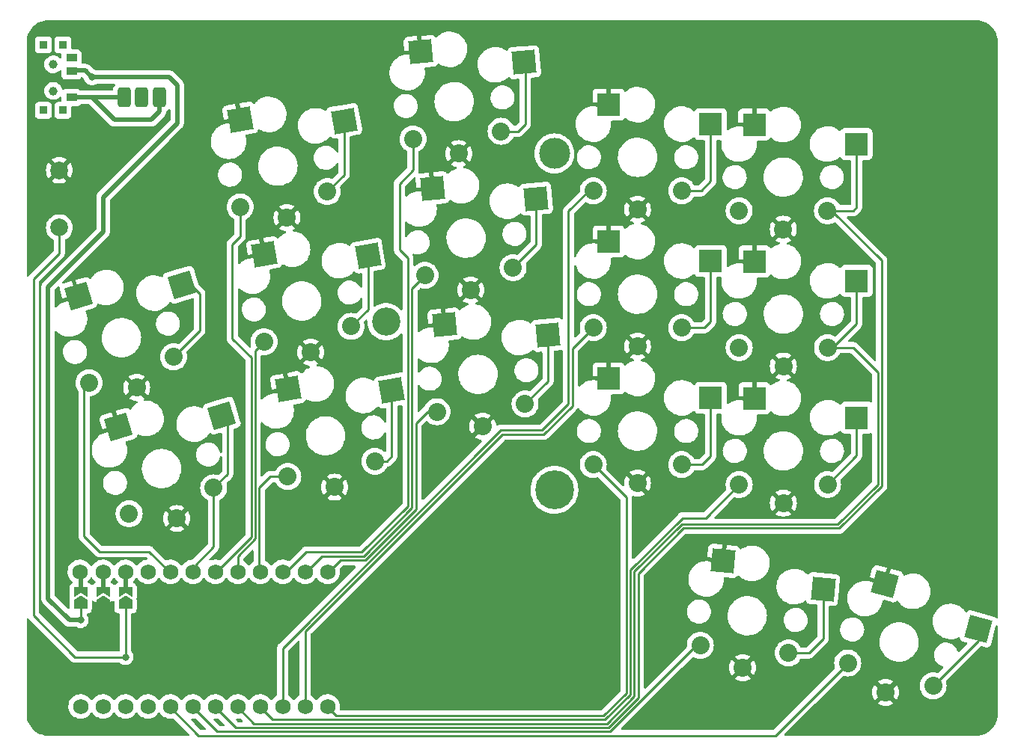
<source format=gbr>
%TF.GenerationSoftware,KiCad,Pcbnew,(6.0.4-0)*%
%TF.CreationDate,2022-06-15T11:09:27+02:00*%
%TF.ProjectId,konafa_min,6b6f6e61-6661-45f6-9d69-6e2e6b696361,v1.0.0*%
%TF.SameCoordinates,Original*%
%TF.FileFunction,Copper,L2,Bot*%
%TF.FilePolarity,Positive*%
%FSLAX46Y46*%
G04 Gerber Fmt 4.6, Leading zero omitted, Abs format (unit mm)*
G04 Created by KiCad (PCBNEW (6.0.4-0)) date 2022-06-15 11:09:27*
%MOMM*%
%LPD*%
G01*
G04 APERTURE LIST*
G04 Aperture macros list*
%AMRoundRect*
0 Rectangle with rounded corners*
0 $1 Rounding radius*
0 $2 $3 $4 $5 $6 $7 $8 $9 X,Y pos of 4 corners*
0 Add a 4 corners polygon primitive as box body*
4,1,4,$2,$3,$4,$5,$6,$7,$8,$9,$2,$3,0*
0 Add four circle primitives for the rounded corners*
1,1,$1+$1,$2,$3*
1,1,$1+$1,$4,$5*
1,1,$1+$1,$6,$7*
1,1,$1+$1,$8,$9*
0 Add four rect primitives between the rounded corners*
20,1,$1+$1,$2,$3,$4,$5,0*
20,1,$1+$1,$4,$5,$6,$7,0*
20,1,$1+$1,$6,$7,$8,$9,0*
20,1,$1+$1,$8,$9,$2,$3,0*%
%AMRotRect*
0 Rectangle, with rotation*
0 The origin of the aperture is its center*
0 $1 length*
0 $2 width*
0 $3 Rotation angle, in degrees counterclockwise*
0 Add horizontal line*
21,1,$1,$2,0,0,$3*%
%AMFreePoly0*
4,1,6,0.500000,-0.750000,-0.650000,-0.750000,-0.150000,0.000000,-0.650000,0.750000,0.500000,0.750000,0.500000,-0.750000,0.500000,-0.750000,$1*%
%AMFreePoly1*
4,1,6,1.000000,0.000000,0.500000,-0.750000,-0.500000,-0.750000,-0.500000,0.750000,0.500000,0.750000,1.000000,0.000000,1.000000,0.000000,$1*%
G04 Aperture macros list end*
%TA.AperFunction,ComponentPad*%
%ADD10C,3.500000*%
%TD*%
%TA.AperFunction,ComponentPad*%
%ADD11C,4.400000*%
%TD*%
%TA.AperFunction,ComponentPad*%
%ADD12C,3.200000*%
%TD*%
%TA.AperFunction,ComponentPad*%
%ADD13C,2.032000*%
%TD*%
%TA.AperFunction,SMDPad,CuDef*%
%ADD14RotRect,2.600000X2.600000X345.000000*%
%TD*%
%TA.AperFunction,SMDPad,CuDef*%
%ADD15R,0.900000X0.900000*%
%TD*%
%TA.AperFunction,WasherPad*%
%ADD16C,1.000000*%
%TD*%
%TA.AperFunction,SMDPad,CuDef*%
%ADD17R,1.250000X0.900000*%
%TD*%
%TA.AperFunction,SMDPad,CuDef*%
%ADD18RotRect,2.600000X2.600000X10.000000*%
%TD*%
%TA.AperFunction,SMDPad,CuDef*%
%ADD19RotRect,2.600000X2.600000X355.000000*%
%TD*%
%TA.AperFunction,SMDPad,CuDef*%
%ADD20RotRect,2.600000X2.600000X17.000000*%
%TD*%
%TA.AperFunction,SMDPad,CuDef*%
%ADD21RotRect,2.600000X2.600000X5.000000*%
%TD*%
%TA.AperFunction,SMDPad,CuDef*%
%ADD22R,2.600000X2.600000*%
%TD*%
%TA.AperFunction,ComponentPad*%
%ADD23RoundRect,0.375000X-0.375000X-0.750000X0.375000X-0.750000X0.375000X0.750000X-0.375000X0.750000X0*%
%TD*%
%TA.AperFunction,ComponentPad*%
%ADD24C,2.000000*%
%TD*%
%TA.AperFunction,ComponentPad*%
%ADD25C,1.752600*%
%TD*%
%TA.AperFunction,SMDPad,CuDef*%
%ADD26FreePoly0,90.000000*%
%TD*%
%TA.AperFunction,SMDPad,CuDef*%
%ADD27R,0.500000X1.524000*%
%TD*%
%TA.AperFunction,SMDPad,CuDef*%
%ADD28FreePoly1,90.000000*%
%TD*%
%TA.AperFunction,ViaPad*%
%ADD29C,0.800000*%
%TD*%
%TA.AperFunction,Conductor*%
%ADD30C,0.250000*%
%TD*%
%TA.AperFunction,Conductor*%
%ADD31C,0.500000*%
%TD*%
G04 APERTURE END LIST*
D10*
%TO.P,,1*%
%TO.N,N/C*%
X251714000Y-72644000D03*
D11*
X251714000Y-110744000D03*
D12*
X232664000Y-91694000D03*
%TD*%
D13*
%TO.P,S15,1*%
%TO.N,P2*%
X284891780Y-130345593D03*
D14*
%TO.N,GND*%
X289081487Y-121374279D03*
D13*
%TO.N,P2*%
X294551039Y-132933783D03*
D14*
%TO.P,S15,2*%
X299668529Y-126488677D03*
D13*
%TO.N,GND*%
X289177890Y-133668132D03*
%TD*%
D15*
%TO.P,T2,*%
%TO.N,*%
X193921762Y-60365501D03*
X193921762Y-67765501D03*
X196121762Y-60365501D03*
X196121762Y-67765501D03*
D16*
X195021762Y-65565501D03*
X195021762Y-62565501D03*
D17*
%TO.P,T2,1*%
%TO.N,BRAW*%
X197096762Y-66315501D03*
%TO.P,T2,2*%
%TO.N,RAW*%
X197096762Y-63315501D03*
%TO.P,T2,3*%
%TO.N,N/C*%
X197096762Y-61815501D03*
%TD*%
D13*
%TO.P,S3,1*%
%TO.N,P15*%
X231404774Y-107494159D03*
D18*
%TO.N,GND*%
X221562419Y-99329222D03*
D13*
%TO.N,P15*%
X221556696Y-109230640D03*
D18*
%TO.P,S3,2*%
X233318976Y-99490163D03*
D13*
%TO.N,GND*%
X226845396Y-110430496D03*
%TD*%
%TO.P,S14,1*%
%TO.N,P3*%
X278180757Y-129211383D03*
D19*
%TO.N,GND*%
X270787013Y-118777270D03*
D13*
%TO.N,P3*%
X268218810Y-128339825D03*
%TO.P,S14,2*%
%TO.N,GND*%
X273016756Y-130867613D03*
D19*
%TO.N,P3*%
X282101320Y-121975549D03*
%TD*%
D20*
%TO.P,S1,1*%
%TO.N,GND*%
X202404681Y-103607376D03*
D13*
%TO.N,P20*%
X203605681Y-113435689D03*
X213168728Y-110511972D03*
%TO.P,S1,2*%
%TO.N,GND*%
X209001185Y-113982070D03*
D20*
%TO.N,P20*%
X214093220Y-102334354D03*
%TD*%
D13*
%TO.P,S6,1*%
%TO.N,P10*%
X248386226Y-101023823D03*
X238424279Y-101895381D03*
D21*
%TO.N,GND*%
X239292946Y-92032139D03*
%TO.P,S6,2*%
%TO.N,P10*%
X250990738Y-93217119D03*
D13*
%TO.N,GND*%
X243588280Y-103551611D03*
%TD*%
%TO.P,S13,1*%
%TO.N,P4*%
X272601999Y-79130745D03*
X282601999Y-79130745D03*
D22*
%TO.N,GND*%
X274326998Y-69380745D03*
D13*
%TO.P,S13,2*%
X277601999Y-81230745D03*
D22*
%TO.N,P4*%
X285876999Y-71580746D03*
%TD*%
D13*
%TO.P,S5,1*%
%TO.N,P19*%
X226021681Y-76965119D03*
X216173603Y-78701600D03*
D18*
%TO.N,GND*%
X216179326Y-68800182D03*
%TO.P,S5,2*%
%TO.N,P19*%
X227935883Y-68961123D03*
D13*
%TO.N,GND*%
X221462303Y-79901456D03*
%TD*%
D22*
%TO.P,S13,1*%
%TO.N,GND*%
X274336999Y-84882000D03*
D13*
%TO.N,P5*%
X282612000Y-94632000D03*
X272612000Y-94632000D03*
D22*
%TO.P,S13,2*%
X285887000Y-87082001D03*
D13*
%TO.N,GND*%
X277612000Y-96732000D03*
%TD*%
%TO.P,S11,1*%
%TO.N,P7*%
X256112000Y-76882000D03*
D22*
%TO.N,GND*%
X257836999Y-67132000D03*
D13*
%TO.N,P7*%
X266112000Y-76882000D03*
%TO.P,S11,2*%
%TO.N,GND*%
X261112000Y-78982000D03*
D22*
%TO.N,P7*%
X269387000Y-69332001D03*
%TD*%
D13*
%TO.P,S12,1*%
%TO.N,P6*%
X282612000Y-110132000D03*
X272612000Y-110132000D03*
D22*
%TO.N,GND*%
X274336999Y-100382000D03*
D13*
%TO.P,S12,2*%
X277612000Y-112232000D03*
D22*
%TO.N,P6*%
X285887000Y-102582001D03*
%TD*%
D13*
%TO.P,S8,1*%
%TO.N,P14*%
X245684397Y-70141787D03*
X235722450Y-71013345D03*
D21*
%TO.N,GND*%
X236591117Y-61150103D03*
%TO.P,S8,2*%
%TO.N,P14*%
X248288909Y-62335083D03*
D13*
%TO.N,GND*%
X240886451Y-72669575D03*
%TD*%
D23*
%TO.P,PAD1,1*%
%TO.N,BRAW*%
X207035346Y-66324116D03*
%TO.P,PAD1,2*%
%TO.N,GND*%
X205035346Y-66324116D03*
%TO.P,PAD1,3*%
%TO.N,BRAW*%
X203035346Y-66324116D03*
%TD*%
D22*
%TO.P,S9,1*%
%TO.N,GND*%
X257836999Y-98132000D03*
D13*
%TO.N,P9*%
X266112000Y-107882000D03*
X256112000Y-107882000D03*
D22*
%TO.P,S9,2*%
X269387000Y-100332001D03*
D13*
%TO.N,GND*%
X261112000Y-109982000D03*
%TD*%
D22*
%TO.P,S10,1*%
%TO.N,GND*%
X257836999Y-82632000D03*
D13*
%TO.N,P8*%
X266112000Y-92382000D03*
X256112000Y-92382000D03*
D22*
%TO.P,S10,2*%
X269387000Y-84832001D03*
D13*
%TO.N,GND*%
X261112000Y-94482000D03*
%TD*%
D20*
%TO.P,S2,1*%
%TO.N,GND*%
X197872920Y-88784652D03*
D13*
%TO.N,P21*%
X208636967Y-95689248D03*
X199073920Y-98612965D03*
%TO.P,S2,2*%
%TO.N,GND*%
X204469424Y-99159346D03*
D20*
%TO.N,P21*%
X209561459Y-87511630D03*
%TD*%
D24*
%TO.P,B1,1*%
%TO.N,GND*%
X195707000Y-74549000D03*
%TO.P,B1,2*%
%TO.N,RST*%
X195707000Y-81049000D03*
%TD*%
D13*
%TO.P,S4,1*%
%TO.N,P18*%
X228713227Y-92229639D03*
D18*
%TO.N,GND*%
X218870872Y-84064702D03*
D13*
%TO.N,P18*%
X218865149Y-93966120D03*
%TO.P,S4,2*%
%TO.N,GND*%
X224153849Y-95165976D03*
D18*
%TO.N,P18*%
X230627429Y-84225643D03*
%TD*%
D13*
%TO.P,S7,1*%
%TO.N,P16*%
X247035312Y-85582805D03*
X237073365Y-86454363D03*
D21*
%TO.N,GND*%
X237942032Y-76591121D03*
%TO.P,S7,2*%
%TO.N,P16*%
X249639824Y-77776101D03*
D13*
%TO.N,GND*%
X242237366Y-88110593D03*
%TD*%
D25*
%TO.P,MCU1,*%
%TO.N,*%
X203200000Y-120015000D03*
X198036254Y-120015000D03*
X200660000Y-120015000D03*
X203200000Y-135255000D03*
X200660000Y-135255000D03*
D26*
X200660000Y-122271477D03*
D27*
X200660000Y-121346477D03*
D26*
X203200000Y-122271477D03*
D27*
X203200000Y-121346477D03*
D26*
X198120000Y-122271477D03*
D27*
X198120000Y-121346477D03*
D25*
X198120000Y-135255000D03*
D28*
%TO.P,MCU1,1*%
%TO.N,RAW*%
X198120000Y-123721477D03*
%TO.P,MCU1,2*%
%TO.N,GND*%
X200660000Y-123721477D03*
%TO.P,MCU1,3*%
%TO.N,RST*%
X203200000Y-123721477D03*
D25*
%TO.P,MCU1,4*%
%TO.N,N/C*%
X205740000Y-120015000D03*
%TO.P,MCU1,5*%
%TO.N,P21*%
X208280000Y-120015000D03*
%TO.P,MCU1,6*%
%TO.N,P20*%
X210820000Y-120015000D03*
%TO.P,MCU1,7*%
%TO.N,P19*%
X213360000Y-120015000D03*
%TO.P,MCU1,8*%
%TO.N,P18*%
X215900000Y-120015000D03*
%TO.P,MCU1,9*%
%TO.N,P15*%
X218440000Y-120015000D03*
%TO.P,MCU1,10*%
%TO.N,P14*%
X220980000Y-120015000D03*
%TO.P,MCU1,11*%
%TO.N,P16*%
X223520000Y-120015000D03*
%TO.P,MCU1,12*%
%TO.N,P10*%
X226060000Y-120015000D03*
%TO.P,MCU1,16*%
%TO.N,N/C*%
X205740000Y-135255000D03*
%TO.P,MCU1,17*%
%TO.N,P2*%
X208280000Y-135255000D03*
%TO.P,MCU1,18*%
%TO.N,P3*%
X210820000Y-135255000D03*
%TO.P,MCU1,19*%
%TO.N,P4*%
X213360000Y-135255000D03*
%TO.P,MCU1,20*%
%TO.N,P5*%
X215900000Y-135255000D03*
%TO.P,MCU1,21*%
%TO.N,P6*%
X218440000Y-135255000D03*
%TO.P,MCU1,22*%
%TO.N,P7*%
X220980000Y-135255000D03*
%TO.P,MCU1,23*%
%TO.N,P8*%
X223520000Y-135255000D03*
%TO.P,MCU1,24*%
%TO.N,P9*%
X226060000Y-135255000D03*
%TD*%
D29*
%TO.N,GND*%
X200660000Y-127635000D03*
%TO.N,RAW*%
X198120000Y-125476000D03*
X199409061Y-64013474D03*
%TO.N,RST*%
X203200000Y-129667000D03*
%TD*%
D30*
%TO.N,GND*%
X200660000Y-123721477D02*
X200660000Y-127635000D01*
X278286254Y-81915000D02*
X277601999Y-81230745D01*
X224153849Y-94875952D02*
X224153849Y-95165976D01*
D31*
%TO.N,RAW*%
X209042000Y-69215000D02*
X209042000Y-64897000D01*
X199414535Y-64008000D02*
X199409061Y-64013474D01*
X200660000Y-77597000D02*
X209042000Y-69215000D01*
X198659672Y-63264116D02*
X199357645Y-63962089D01*
X196850000Y-125476000D02*
X194437000Y-123063000D01*
X208153000Y-64008000D02*
X199414535Y-64008000D01*
D30*
X198120000Y-123721477D02*
X198120000Y-125476000D01*
D31*
X194437000Y-87757000D02*
X200660000Y-81534000D01*
X209042000Y-64897000D02*
X208153000Y-64008000D01*
X194437000Y-123063000D02*
X194437000Y-87757000D01*
X198120000Y-125476000D02*
X196850000Y-125476000D01*
X200660000Y-81534000D02*
X200660000Y-77597000D01*
X197045346Y-63264116D02*
X198659672Y-63264116D01*
D30*
%TO.N,RST*%
X192786000Y-124968000D02*
X192786000Y-86868000D01*
X203200000Y-123721477D02*
X203200000Y-129667000D01*
X195707000Y-83947000D02*
X195707000Y-81049000D01*
X203200000Y-129667000D02*
X197485000Y-129667000D01*
X192786000Y-86868000D02*
X195707000Y-83947000D01*
X197485000Y-129667000D02*
X192786000Y-124968000D01*
%TO.N,P2*%
X299668529Y-126488677D02*
X299668529Y-127816293D01*
X208280000Y-135382000D02*
X211455000Y-138557000D01*
X211455000Y-138557000D02*
X276680373Y-138557000D01*
X299668529Y-127816293D02*
X294551039Y-132933783D01*
X276680373Y-138557000D02*
X284891780Y-130345593D01*
%TO.N,P9*%
X226060000Y-135382000D02*
X226987400Y-136309400D01*
X268419000Y-107882000D02*
X266112000Y-107882000D01*
X226987400Y-136309400D02*
X257263600Y-136309400D01*
X259842000Y-111612000D02*
X256112000Y-107882000D01*
X269387000Y-100332001D02*
X269387000Y-106914000D01*
X257263600Y-136309400D02*
X259842000Y-133731000D01*
X259842000Y-133731000D02*
X259842000Y-111612000D01*
X269387000Y-106914000D02*
X268419000Y-107882000D01*
%TO.N,P8*%
X253746000Y-94748000D02*
X256112000Y-92382000D01*
X245818221Y-104450651D02*
X250514349Y-104450651D01*
X223520000Y-135382000D02*
X223520000Y-126748872D01*
X223520000Y-126748872D02*
X245818221Y-104450651D01*
X269387000Y-91674000D02*
X268679000Y-92382000D01*
X253746000Y-101219000D02*
X253746000Y-94748000D01*
X269387000Y-84832001D02*
X269387000Y-91674000D01*
X268679000Y-92382000D02*
X266112000Y-92382000D01*
X250514349Y-104450651D02*
X253746000Y-101219000D01*
%TO.N,P7*%
X253296480Y-79189520D02*
X255604000Y-76882000D01*
X220980000Y-128653154D02*
X245632023Y-104001131D01*
X269387000Y-69332001D02*
X269387000Y-75799000D01*
X253296480Y-101032802D02*
X253296480Y-79189520D01*
X245632023Y-104001131D02*
X250328151Y-104001131D01*
X268304000Y-76882000D02*
X266112000Y-76882000D01*
X220980000Y-135382000D02*
X220980000Y-128653154D01*
X250328151Y-104001131D02*
X253296480Y-101032802D01*
X255604000Y-76882000D02*
X256112000Y-76882000D01*
X269387000Y-75799000D02*
X268304000Y-76882000D01*
%TO.N,P6*%
X285887000Y-102582001D02*
X285887000Y-106857000D01*
X266190566Y-113919000D02*
X268825000Y-113919000D01*
X218440000Y-135382000D02*
X219816920Y-136758920D01*
X257449798Y-136758920D02*
X260291520Y-133917197D01*
X285887000Y-106857000D02*
X282612000Y-110132000D01*
X260291520Y-119818046D02*
X266190566Y-113919000D01*
X260291520Y-133917197D02*
X260291520Y-119818046D01*
X268825000Y-113919000D02*
X272612000Y-110132000D01*
X219816920Y-136758920D02*
X257449798Y-136758920D01*
%TO.N,P5*%
X285887000Y-91938000D02*
X283193000Y-94632000D01*
X285513000Y-94632000D02*
X282612000Y-94632000D01*
X285887000Y-87082001D02*
X285887000Y-91938000D01*
X257635996Y-137208440D02*
X260741040Y-134103394D01*
X283193000Y-94632000D02*
X282612000Y-94632000D01*
X215900000Y-135382000D02*
X217726440Y-137208440D01*
X217726440Y-137208440D02*
X257635996Y-137208440D01*
X288290000Y-97409000D02*
X285513000Y-94632000D01*
X260741040Y-134103394D02*
X260741040Y-120004243D01*
X288290000Y-110109000D02*
X288290000Y-97409000D01*
X266099633Y-114645650D02*
X283753350Y-114645650D01*
X283753350Y-114645650D02*
X288290000Y-110109000D01*
X260741040Y-120004243D02*
X266099633Y-114645650D01*
%TO.N,P4*%
X283092745Y-79130745D02*
X282601999Y-79130745D01*
X285876999Y-78740001D02*
X285486255Y-79130745D01*
X213360000Y-135382000D02*
X215635960Y-137657960D01*
X283939548Y-115095170D02*
X288739520Y-110295198D01*
X285486255Y-79130745D02*
X282601999Y-79130745D01*
X288739520Y-84777520D02*
X283092745Y-79130745D01*
X261190560Y-134289591D02*
X261190560Y-120190441D01*
X288739520Y-110295198D02*
X288739520Y-84777520D01*
X285876999Y-71580746D02*
X285876999Y-78740001D01*
X266285831Y-115095170D02*
X283939548Y-115095170D01*
X261190560Y-120190441D02*
X266285831Y-115095170D01*
X215635960Y-137657960D02*
X257822194Y-137657960D01*
X257822194Y-137657960D02*
X261190560Y-134289591D01*
%TO.N,P3*%
X282101320Y-127600680D02*
X280490617Y-129211383D01*
X213545480Y-138107480D02*
X258008392Y-138107480D01*
X210820000Y-135382000D02*
X213545480Y-138107480D01*
X267776047Y-128339825D02*
X268218810Y-128339825D01*
X258008392Y-138107480D02*
X267776047Y-128339825D01*
X282101320Y-121975549D02*
X282101320Y-127600680D01*
X280490617Y-129211383D02*
X278180757Y-129211383D01*
%TO.N,P10*%
X226060000Y-120142000D02*
X227515480Y-118686520D01*
X230310916Y-118686520D02*
X236048529Y-112948905D01*
X237321619Y-101895381D02*
X238424279Y-101895381D01*
X250990738Y-93217119D02*
X250990738Y-98419311D01*
X236048529Y-112948905D02*
X236048529Y-103168471D01*
X227515480Y-118686520D02*
X230310916Y-118686520D01*
X236048529Y-103168471D02*
X237321619Y-101895381D01*
X250990738Y-98419311D02*
X248386226Y-101023823D01*
%TO.N,P16*%
X235599009Y-87928719D02*
X237073365Y-86454363D01*
X249639824Y-82978293D02*
X247035312Y-85582805D01*
X235599009Y-112762708D02*
X235599009Y-87928719D01*
X249639824Y-77776101D02*
X249639824Y-82978293D01*
X225425000Y-118237000D02*
X230124718Y-118237000D01*
X223520000Y-120142000D02*
X225425000Y-118237000D01*
X230124718Y-118237000D02*
X235599009Y-112762708D01*
%TO.N,P14*%
X248412000Y-69309954D02*
X247580167Y-70141787D01*
X223642940Y-117787480D02*
X229938520Y-117787480D01*
X234188000Y-76073000D02*
X235722450Y-74538550D01*
X235149489Y-112576511D02*
X235149489Y-84527489D01*
X234188000Y-83566000D02*
X234188000Y-76073000D01*
X220980000Y-120142000D02*
X221288420Y-120142000D01*
X248288909Y-62335083D02*
X248288909Y-62360909D01*
X235722450Y-74538550D02*
X235722450Y-71013345D01*
X248288909Y-62360909D02*
X248412000Y-62484000D01*
X247580167Y-70141787D02*
X245684397Y-70141787D01*
X248412000Y-62484000D02*
X248412000Y-69309954D01*
X229938520Y-117787480D02*
X235149489Y-112576511D01*
X235149489Y-84527489D02*
X234188000Y-83566000D01*
X221288420Y-120142000D02*
X223642940Y-117787480D01*
%TO.N,P15*%
X218313000Y-120015000D02*
X218313000Y-110490000D01*
X219572360Y-109230640D02*
X221556696Y-109230640D01*
X233318976Y-99490163D02*
X233318976Y-106914024D01*
X218313000Y-110490000D02*
X219572360Y-109230640D01*
X233318976Y-106914024D02*
X232738841Y-107494159D01*
X232738841Y-107494159D02*
X231404774Y-107494159D01*
%TO.N,P18*%
X217863480Y-94967789D02*
X218865149Y-93966120D01*
X230627429Y-90315437D02*
X228713227Y-92229639D01*
X215900000Y-120142000D02*
X215900000Y-118237718D01*
X217863480Y-116274238D02*
X217863480Y-94967789D01*
X230627429Y-84225643D02*
X230627429Y-90315437D01*
X215900000Y-118237718D02*
X217863480Y-116274238D01*
%TO.N,P19*%
X215265000Y-82931000D02*
X216173603Y-82022397D01*
X217413960Y-95747960D02*
X215265000Y-93599000D01*
X213360000Y-120142000D02*
X217413960Y-116088040D01*
X215265000Y-93599000D02*
X215265000Y-82931000D01*
X216173603Y-82022397D02*
X216173603Y-78701600D01*
X217413960Y-116088040D02*
X217413960Y-95747960D01*
X227935883Y-75050917D02*
X226021681Y-76965119D01*
X227935883Y-68961123D02*
X227935883Y-75050917D01*
%TO.N,P20*%
X211074000Y-119634000D02*
X211074000Y-119253000D01*
X213168728Y-110511972D02*
X214757000Y-108923700D01*
X214757000Y-108923700D02*
X214757000Y-102670574D01*
X211074000Y-119253000D02*
X213168728Y-117158272D01*
X213168728Y-117158272D02*
X213168728Y-110511972D01*
%TO.N,P21*%
X210561459Y-87511630D02*
X211602561Y-88552732D01*
X208280000Y-120142000D02*
X205867000Y-117729000D01*
X205867000Y-117729000D02*
X200279000Y-117729000D01*
X198501000Y-99185885D02*
X199073920Y-98612965D01*
X211602561Y-88552732D02*
X211602561Y-92723654D01*
X200279000Y-117729000D02*
X198501000Y-115951000D01*
X211602561Y-92723654D02*
X208636967Y-95689248D01*
X198501000Y-115951000D02*
X198501000Y-99185885D01*
D31*
%TO.N,BRAW*%
X197096762Y-66315501D02*
X203026731Y-66315501D01*
X203026731Y-66315501D02*
X203035346Y-66324116D01*
X201930000Y-68834000D02*
X206121000Y-68834000D01*
X199411501Y-66315501D02*
X201930000Y-68834000D01*
X206121000Y-68834000D02*
X207035346Y-67919654D01*
X197096762Y-66315501D02*
X199411501Y-66315501D01*
X207035346Y-67919654D02*
X207035346Y-66324116D01*
%TD*%
%TA.AperFunction,Conductor*%
%TO.N,GND*%
G36*
X299349677Y-57551872D02*
G01*
X299364511Y-57554182D01*
X299364514Y-57554182D01*
X299373384Y-57555563D01*
X299390584Y-57553314D01*
X299414519Y-57552480D01*
X299672377Y-57568073D01*
X299687480Y-57569907D01*
X299968426Y-57621388D01*
X299983200Y-57625029D01*
X300255898Y-57710001D01*
X300270124Y-57715396D01*
X300530590Y-57832617D01*
X300544061Y-57839687D01*
X300666281Y-57913570D01*
X300788499Y-57987451D01*
X300801021Y-57996094D01*
X301025863Y-58172241D01*
X301037252Y-58182330D01*
X301239226Y-58384299D01*
X301249316Y-58395688D01*
X301425468Y-58620524D01*
X301434112Y-58633046D01*
X301581883Y-58877484D01*
X301588954Y-58890955D01*
X301676358Y-59085152D01*
X301706183Y-59151419D01*
X301711578Y-59165646D01*
X301796554Y-59438333D01*
X301800196Y-59453107D01*
X301851685Y-59734059D01*
X301853519Y-59749163D01*
X301868660Y-59999428D01*
X301867390Y-60026421D01*
X301867342Y-60026726D01*
X301867342Y-60026733D01*
X301865961Y-60035601D01*
X301867125Y-60044502D01*
X301867125Y-60044506D01*
X301870088Y-60067160D01*
X301871152Y-60083498D01*
X301871152Y-125158952D01*
X301851150Y-125227073D01*
X301797494Y-125273566D01*
X301727220Y-125283670D01*
X301662640Y-125254176D01*
X301646066Y-125236784D01*
X301636724Y-125224891D01*
X301615624Y-125198029D01*
X301497116Y-125113342D01*
X301438801Y-125090723D01*
X301435518Y-125089843D01*
X301435514Y-125089842D01*
X299066950Y-124455187D01*
X298834406Y-124392877D01*
X298772594Y-124383308D01*
X298627619Y-124397396D01*
X298619287Y-124400737D01*
X298515220Y-124442467D01*
X298492426Y-124451607D01*
X298377881Y-124541582D01*
X298373611Y-124547557D01*
X298312799Y-124582574D01*
X298241887Y-124579115D01*
X298184102Y-124537867D01*
X298178774Y-124530550D01*
X298147418Y-124484063D01*
X298091707Y-124401468D01*
X298083504Y-124392357D01*
X297937549Y-124230258D01*
X297903751Y-124192722D01*
X297894264Y-124184761D01*
X297778692Y-124087785D01*
X297688572Y-124012165D01*
X297450358Y-123863313D01*
X297233717Y-123766858D01*
X297197761Y-123750849D01*
X297197759Y-123750848D01*
X297193747Y-123749062D01*
X296949804Y-123679113D01*
X296927959Y-123672849D01*
X296927958Y-123672849D01*
X296923732Y-123671637D01*
X296919382Y-123671026D01*
X296919379Y-123671025D01*
X296816432Y-123656557D01*
X296645570Y-123632544D01*
X296434976Y-123632544D01*
X296432790Y-123632697D01*
X296432786Y-123632697D01*
X296229295Y-123646926D01*
X296229290Y-123646927D01*
X296224910Y-123647233D01*
X295950152Y-123705635D01*
X295946023Y-123707138D01*
X295946019Y-123707139D01*
X295690341Y-123800198D01*
X295690337Y-123800200D01*
X295686196Y-123801707D01*
X295438180Y-123933580D01*
X295434621Y-123936166D01*
X295434619Y-123936167D01*
X295270228Y-124055604D01*
X295210930Y-124098686D01*
X295207766Y-124101742D01*
X295207763Y-124101744D01*
X295151770Y-124155816D01*
X295008870Y-124293813D01*
X294885588Y-124451607D01*
X294849410Y-124497914D01*
X294835934Y-124515162D01*
X294833738Y-124518966D01*
X294833733Y-124518973D01*
X294738507Y-124683910D01*
X294695486Y-124758425D01*
X294590260Y-125018868D01*
X294589195Y-125023141D01*
X294589194Y-125023143D01*
X294525204Y-125279794D01*
X294522305Y-125291420D01*
X294521846Y-125295788D01*
X294521845Y-125295793D01*
X294493637Y-125564186D01*
X294492944Y-125570777D01*
X294493097Y-125575165D01*
X294493097Y-125575171D01*
X294502390Y-125841271D01*
X294502747Y-125851502D01*
X294503509Y-125855825D01*
X294503510Y-125855832D01*
X294522744Y-125964911D01*
X294551524Y-126128131D01*
X294638325Y-126395279D01*
X294640253Y-126399232D01*
X294640255Y-126399237D01*
X294647216Y-126413509D01*
X294761462Y-126647746D01*
X294763917Y-126651385D01*
X294763920Y-126651391D01*
X294808276Y-126717151D01*
X294918537Y-126880620D01*
X294921482Y-126883891D01*
X294921483Y-126883892D01*
X294985547Y-126955042D01*
X295106493Y-127089366D01*
X295321672Y-127269923D01*
X295559886Y-127418775D01*
X295693608Y-127478312D01*
X295795679Y-127523757D01*
X295816497Y-127533026D01*
X296086512Y-127610451D01*
X296090862Y-127611062D01*
X296090865Y-127611063D01*
X296193812Y-127625531D01*
X296364674Y-127649544D01*
X296575268Y-127649544D01*
X296577454Y-127649391D01*
X296577458Y-127649391D01*
X296780949Y-127635162D01*
X296780954Y-127635161D01*
X296785334Y-127634855D01*
X297060092Y-127576453D01*
X297064221Y-127574950D01*
X297064225Y-127574949D01*
X297319903Y-127481890D01*
X297319907Y-127481888D01*
X297324048Y-127480381D01*
X297395571Y-127442352D01*
X297465107Y-127428032D01*
X297531348Y-127453580D01*
X297573260Y-127510884D01*
X297576464Y-127521523D01*
X297577248Y-127529587D01*
X297609063Y-127608927D01*
X297625350Y-127649544D01*
X297631459Y-127664780D01*
X297721434Y-127779325D01*
X297728736Y-127784543D01*
X297728737Y-127784544D01*
X297746747Y-127797414D01*
X297839942Y-127864012D01*
X297898257Y-127886631D01*
X297901545Y-127887512D01*
X298321573Y-128000059D01*
X298382196Y-128037011D01*
X298413217Y-128100872D01*
X298404789Y-128171366D01*
X298378059Y-128210858D01*
X297534011Y-129054906D01*
X297471701Y-129088930D01*
X297400885Y-129083865D01*
X297344050Y-129041318D01*
X297324825Y-129003192D01*
X297324286Y-129000625D01*
X297239547Y-128786053D01*
X297146731Y-128633097D01*
X297122636Y-128593389D01*
X297122635Y-128593388D01*
X297119867Y-128588826D01*
X297068028Y-128529087D01*
X296972167Y-128418616D01*
X296972165Y-128418614D01*
X296968667Y-128414583D01*
X296883506Y-128344755D01*
X296794399Y-128271691D01*
X296794393Y-128271687D01*
X296790271Y-128268307D01*
X296589779Y-128154181D01*
X296584763Y-128152360D01*
X296584758Y-128152358D01*
X296377939Y-128077286D01*
X296377935Y-128077285D01*
X296372924Y-128075466D01*
X296367675Y-128074517D01*
X296367672Y-128074516D01*
X296149991Y-128035153D01*
X296149984Y-128035152D01*
X296145907Y-128034415D01*
X296128170Y-128033579D01*
X296123222Y-128033345D01*
X296123215Y-128033345D01*
X296121734Y-128033275D01*
X295959589Y-128033275D01*
X295892633Y-128038956D01*
X295792952Y-128047414D01*
X295792948Y-128047415D01*
X295787641Y-128047865D01*
X295782486Y-128049203D01*
X295782480Y-128049204D01*
X295569511Y-128104480D01*
X295569507Y-128104481D01*
X295564342Y-128105822D01*
X295559476Y-128108014D01*
X295559473Y-128108015D01*
X295428684Y-128166931D01*
X295353999Y-128200574D01*
X295349579Y-128203550D01*
X295349575Y-128203552D01*
X295272174Y-128255662D01*
X295162629Y-128329413D01*
X294995702Y-128488653D01*
X294992514Y-128492938D01*
X294917288Y-128594046D01*
X294857993Y-128673741D01*
X294855578Y-128678491D01*
X294800891Y-128786053D01*
X294753437Y-128879387D01*
X294744708Y-128907500D01*
X294686609Y-129094605D01*
X294686608Y-129094611D01*
X294685025Y-129099708D01*
X294680245Y-129135774D01*
X294658250Y-129301729D01*
X294654714Y-129328407D01*
X294663368Y-129558943D01*
X294710742Y-129784725D01*
X294712700Y-129789684D01*
X294712701Y-129789686D01*
X294733932Y-129843445D01*
X294795481Y-129999297D01*
X294915161Y-130196524D01*
X294918658Y-130200554D01*
X295048123Y-130349749D01*
X295066361Y-130370767D01*
X295070492Y-130374154D01*
X295240629Y-130513659D01*
X295240635Y-130513663D01*
X295244757Y-130517043D01*
X295445249Y-130631169D01*
X295451407Y-130633404D01*
X295635172Y-130700108D01*
X295692380Y-130742153D01*
X295717775Y-130808452D01*
X295703295Y-130877957D01*
X295681275Y-130907643D01*
X295142724Y-131446193D01*
X295080412Y-131480218D01*
X295024072Y-131477417D01*
X295023592Y-131479414D01*
X294795074Y-131424551D01*
X294795068Y-131424550D01*
X294790261Y-131423396D01*
X294551039Y-131404569D01*
X294311817Y-131423396D01*
X294307010Y-131424550D01*
X294307004Y-131424551D01*
X294160076Y-131459826D01*
X294078486Y-131479414D01*
X294073915Y-131481307D01*
X294073913Y-131481308D01*
X293861362Y-131569349D01*
X293861360Y-131569350D01*
X293856790Y-131571243D01*
X293652190Y-131696623D01*
X293648423Y-131699840D01*
X293648422Y-131699841D01*
X293593101Y-131747089D01*
X293469721Y-131852465D01*
X293313879Y-132034934D01*
X293188499Y-132239534D01*
X293186606Y-132244104D01*
X293186605Y-132244106D01*
X293107035Y-132436206D01*
X293096670Y-132461230D01*
X293095515Y-132466042D01*
X293041807Y-132689748D01*
X293041806Y-132689754D01*
X293040652Y-132694561D01*
X293021825Y-132933783D01*
X293040652Y-133173005D01*
X293041806Y-133177812D01*
X293041807Y-133177818D01*
X293072035Y-133303724D01*
X293096670Y-133406336D01*
X293098563Y-133410907D01*
X293098564Y-133410909D01*
X293104060Y-133424176D01*
X293188499Y-133628032D01*
X293313879Y-133832632D01*
X293469721Y-134015101D01*
X293652190Y-134170943D01*
X293856790Y-134296323D01*
X293861360Y-134298216D01*
X293861362Y-134298217D01*
X294073913Y-134386258D01*
X294078486Y-134388152D01*
X294141811Y-134403355D01*
X294307004Y-134443015D01*
X294307010Y-134443016D01*
X294311817Y-134444170D01*
X294551039Y-134462997D01*
X294790261Y-134444170D01*
X294795068Y-134443016D01*
X294795074Y-134443015D01*
X294960267Y-134403355D01*
X295023592Y-134388152D01*
X295028165Y-134386258D01*
X295240716Y-134298217D01*
X295240718Y-134298216D01*
X295245288Y-134296323D01*
X295449888Y-134170943D01*
X295632357Y-134015101D01*
X295788199Y-133832632D01*
X295913579Y-133628032D01*
X295998019Y-133424176D01*
X296003514Y-133410909D01*
X296003515Y-133410907D01*
X296005408Y-133406336D01*
X296030043Y-133303724D01*
X296060271Y-133177818D01*
X296060272Y-133177812D01*
X296061426Y-133173005D01*
X296080253Y-132933783D01*
X296061426Y-132694561D01*
X296060272Y-132689754D01*
X296060271Y-132689748D01*
X296005408Y-132461230D01*
X296007631Y-132460696D01*
X296005852Y-132399205D01*
X296038629Y-132342097D01*
X299894090Y-128486637D01*
X299956402Y-128452611D01*
X300015796Y-128454025D01*
X300340311Y-128540978D01*
X300502652Y-128584477D01*
X300564464Y-128594046D01*
X300709439Y-128579958D01*
X300717771Y-128576617D01*
X300836303Y-128529087D01*
X300836304Y-128529086D01*
X300844632Y-128525747D01*
X300959177Y-128435772D01*
X301043864Y-128317264D01*
X301066483Y-128258949D01*
X301074085Y-128230580D01*
X301623445Y-126180340D01*
X301660397Y-126119717D01*
X301724257Y-126088696D01*
X301794752Y-126097124D01*
X301849499Y-126142327D01*
X301871152Y-126212951D01*
X301871152Y-136046532D01*
X301869652Y-136065917D01*
X301867342Y-136080750D01*
X301867342Y-136080754D01*
X301865961Y-136089623D01*
X301867605Y-136102192D01*
X301868210Y-136106818D01*
X301869043Y-136130762D01*
X301853446Y-136388607D01*
X301851612Y-136403711D01*
X301842976Y-136450838D01*
X301804108Y-136662937D01*
X301800129Y-136684648D01*
X301796489Y-136699416D01*
X301748661Y-136852900D01*
X301711511Y-136972118D01*
X301706115Y-136986344D01*
X301588895Y-137246794D01*
X301581829Y-137260259D01*
X301452822Y-137473659D01*
X301434060Y-137504694D01*
X301425417Y-137517215D01*
X301249267Y-137742053D01*
X301239177Y-137753442D01*
X301037213Y-137955402D01*
X301025824Y-137965492D01*
X300800981Y-138141642D01*
X300788458Y-138150285D01*
X300544037Y-138298039D01*
X300530565Y-138305110D01*
X300270100Y-138422332D01*
X300255873Y-138427727D01*
X299983186Y-138512696D01*
X299968414Y-138516337D01*
X299687470Y-138567818D01*
X299672372Y-138569651D01*
X299421536Y-138584820D01*
X299395623Y-138583600D01*
X299394811Y-138583590D01*
X299385936Y-138582208D01*
X299377033Y-138583372D01*
X299354364Y-138586336D01*
X299338029Y-138587399D01*
X277850068Y-138587399D01*
X277781947Y-138567397D01*
X277735454Y-138513741D01*
X277725350Y-138443467D01*
X277754844Y-138378887D01*
X277760973Y-138372304D01*
X281220839Y-134912438D01*
X288298414Y-134912438D01*
X288304141Y-134920088D01*
X288479649Y-135027639D01*
X288488443Y-135032120D01*
X288700919Y-135120130D01*
X288710304Y-135123179D01*
X288933934Y-135176869D01*
X288943681Y-135178412D01*
X289172960Y-135196457D01*
X289182820Y-135196457D01*
X289412099Y-135178412D01*
X289421846Y-135176869D01*
X289645476Y-135123179D01*
X289654861Y-135120130D01*
X289867337Y-135032120D01*
X289876131Y-135027639D01*
X290047973Y-134922335D01*
X290057433Y-134911879D01*
X290053649Y-134903101D01*
X289190702Y-134040154D01*
X289176758Y-134032540D01*
X289174925Y-134032671D01*
X289168310Y-134036922D01*
X288305174Y-134900058D01*
X288298414Y-134912438D01*
X281220839Y-134912438D01*
X282460215Y-133673062D01*
X287649565Y-133673062D01*
X287667610Y-133902341D01*
X287669153Y-133912088D01*
X287722843Y-134135718D01*
X287725892Y-134145103D01*
X287813902Y-134357579D01*
X287818383Y-134366373D01*
X287923687Y-134538215D01*
X287934143Y-134547675D01*
X287942921Y-134543891D01*
X288805868Y-133680944D01*
X288812246Y-133669264D01*
X289542298Y-133669264D01*
X289542429Y-133671097D01*
X289546680Y-133677712D01*
X290409816Y-134540848D01*
X290422196Y-134547608D01*
X290429846Y-134541881D01*
X290537397Y-134366373D01*
X290541878Y-134357579D01*
X290629888Y-134145103D01*
X290632937Y-134135718D01*
X290686627Y-133912088D01*
X290688170Y-133902341D01*
X290706215Y-133673062D01*
X290706215Y-133663202D01*
X290688170Y-133433923D01*
X290686627Y-133424176D01*
X290632937Y-133200546D01*
X290629888Y-133191161D01*
X290541878Y-132978685D01*
X290537397Y-132969891D01*
X290432093Y-132798049D01*
X290421637Y-132788589D01*
X290412859Y-132792373D01*
X289549912Y-133655320D01*
X289542298Y-133669264D01*
X288812246Y-133669264D01*
X288813482Y-133667000D01*
X288813351Y-133665167D01*
X288809100Y-133658552D01*
X287945964Y-132795416D01*
X287933584Y-132788656D01*
X287925934Y-132794383D01*
X287818383Y-132969891D01*
X287813902Y-132978685D01*
X287725892Y-133191161D01*
X287722843Y-133200546D01*
X287669153Y-133424176D01*
X287667610Y-133433923D01*
X287649565Y-133663202D01*
X287649565Y-133673062D01*
X282460215Y-133673062D01*
X283708892Y-132424385D01*
X288298347Y-132424385D01*
X288302131Y-132433163D01*
X289165078Y-133296110D01*
X289179022Y-133303724D01*
X289180855Y-133303593D01*
X289187470Y-133299342D01*
X290050606Y-132436206D01*
X290057366Y-132423826D01*
X290051639Y-132416176D01*
X289876131Y-132308625D01*
X289867337Y-132304144D01*
X289654861Y-132216134D01*
X289645476Y-132213085D01*
X289421846Y-132159395D01*
X289412099Y-132157852D01*
X289182820Y-132139807D01*
X289172960Y-132139807D01*
X288943681Y-132157852D01*
X288933934Y-132159395D01*
X288710304Y-132213085D01*
X288700919Y-132216134D01*
X288488443Y-132304144D01*
X288479649Y-132308625D01*
X288307807Y-132413929D01*
X288298347Y-132424385D01*
X283708892Y-132424385D01*
X284300094Y-131833183D01*
X284362406Y-131799157D01*
X284418741Y-131801986D01*
X284419227Y-131799962D01*
X284647745Y-131854825D01*
X284647751Y-131854826D01*
X284652558Y-131855980D01*
X284891780Y-131874807D01*
X285131002Y-131855980D01*
X285135809Y-131854826D01*
X285135815Y-131854825D01*
X285282743Y-131819550D01*
X285364333Y-131799962D01*
X285368906Y-131798068D01*
X285581457Y-131710027D01*
X285581459Y-131710026D01*
X285586029Y-131708133D01*
X285790629Y-131582753D01*
X285801076Y-131573831D01*
X285969336Y-131430124D01*
X285973098Y-131426911D01*
X286128940Y-131244442D01*
X286254320Y-131039842D01*
X286309079Y-130907643D01*
X286344255Y-130822719D01*
X286344256Y-130822717D01*
X286346149Y-130818146D01*
X286369564Y-130720615D01*
X286401012Y-130589628D01*
X286401013Y-130589622D01*
X286402167Y-130584815D01*
X286420994Y-130345593D01*
X286402167Y-130106371D01*
X286346149Y-129873040D01*
X286336757Y-129850365D01*
X286256214Y-129655916D01*
X286256213Y-129655914D01*
X286254320Y-129651344D01*
X286128940Y-129446744D01*
X286099750Y-129412566D01*
X285976311Y-129268037D01*
X285973098Y-129264275D01*
X285823605Y-129136597D01*
X285794397Y-129111651D01*
X285794396Y-129111650D01*
X285790629Y-129108433D01*
X285586029Y-128983053D01*
X285581459Y-128981160D01*
X285581457Y-128981159D01*
X285368906Y-128893118D01*
X285368904Y-128893117D01*
X285364333Y-128891224D01*
X285281964Y-128871449D01*
X285135815Y-128836361D01*
X285135809Y-128836360D01*
X285131002Y-128835206D01*
X284891780Y-128816379D01*
X284652558Y-128835206D01*
X284647751Y-128836360D01*
X284647745Y-128836361D01*
X284501596Y-128871449D01*
X284419227Y-128891224D01*
X284414656Y-128893117D01*
X284414654Y-128893118D01*
X284202103Y-128981159D01*
X284202101Y-128981160D01*
X284197531Y-128983053D01*
X283992931Y-129108433D01*
X283989164Y-129111650D01*
X283989163Y-129111651D01*
X283959955Y-129136597D01*
X283810462Y-129264275D01*
X283807249Y-129268037D01*
X283683811Y-129412566D01*
X283654620Y-129446744D01*
X283529240Y-129651344D01*
X283527347Y-129655914D01*
X283527346Y-129655916D01*
X283446803Y-129850365D01*
X283437411Y-129873040D01*
X283381393Y-130106371D01*
X283362566Y-130345593D01*
X283381393Y-130584815D01*
X283382547Y-130589622D01*
X283382548Y-130589628D01*
X283437411Y-130818146D01*
X283435188Y-130818680D01*
X283436967Y-130880171D01*
X283404190Y-130937279D01*
X279898453Y-134443015D01*
X276454873Y-137886595D01*
X276392561Y-137920621D01*
X276365778Y-137923500D01*
X259392466Y-137923500D01*
X259324345Y-137903498D01*
X259277852Y-137849842D01*
X259267748Y-137779568D01*
X259297242Y-137714988D01*
X259303371Y-137708405D01*
X264899857Y-132111919D01*
X272137280Y-132111919D01*
X272143007Y-132119569D01*
X272318515Y-132227120D01*
X272327309Y-132231601D01*
X272539785Y-132319611D01*
X272549170Y-132322660D01*
X272772800Y-132376350D01*
X272782547Y-132377893D01*
X273011826Y-132395938D01*
X273021686Y-132395938D01*
X273250965Y-132377893D01*
X273260712Y-132376350D01*
X273484342Y-132322660D01*
X273493727Y-132319611D01*
X273706203Y-132231601D01*
X273714997Y-132227120D01*
X273886839Y-132121816D01*
X273896299Y-132111360D01*
X273892515Y-132102582D01*
X273029568Y-131239635D01*
X273015624Y-131232021D01*
X273013791Y-131232152D01*
X273007176Y-131236403D01*
X272144040Y-132099539D01*
X272137280Y-132111919D01*
X264899857Y-132111919D01*
X266139233Y-130872543D01*
X271488431Y-130872543D01*
X271506476Y-131101822D01*
X271508019Y-131111569D01*
X271561709Y-131335199D01*
X271564758Y-131344584D01*
X271652768Y-131557060D01*
X271657249Y-131565854D01*
X271762553Y-131737696D01*
X271773009Y-131747156D01*
X271781787Y-131743372D01*
X272644734Y-130880425D01*
X272651112Y-130868745D01*
X273381164Y-130868745D01*
X273381295Y-130870578D01*
X273385546Y-130877193D01*
X274248682Y-131740329D01*
X274261062Y-131747089D01*
X274268712Y-131741362D01*
X274376263Y-131565854D01*
X274380744Y-131557060D01*
X274468754Y-131344584D01*
X274471803Y-131335199D01*
X274525493Y-131111569D01*
X274527036Y-131101822D01*
X274545081Y-130872543D01*
X274545081Y-130862683D01*
X274527036Y-130633404D01*
X274525493Y-130623657D01*
X274471803Y-130400027D01*
X274468754Y-130390642D01*
X274380741Y-130178160D01*
X274376263Y-130169372D01*
X274270959Y-129997530D01*
X274260503Y-129988070D01*
X274251725Y-129991854D01*
X273388778Y-130854801D01*
X273381164Y-130868745D01*
X272651112Y-130868745D01*
X272652348Y-130866481D01*
X272652217Y-130864648D01*
X272647966Y-130858033D01*
X271784830Y-129994897D01*
X271772450Y-129988137D01*
X271764800Y-129993864D01*
X271657249Y-130169372D01*
X271652771Y-130178160D01*
X271564758Y-130390642D01*
X271561709Y-130400027D01*
X271508019Y-130623657D01*
X271506476Y-130633404D01*
X271488431Y-130862683D01*
X271488431Y-130872543D01*
X266139233Y-130872543D01*
X267320923Y-129690853D01*
X267383235Y-129656827D01*
X267454050Y-129661892D01*
X267475846Y-129672512D01*
X267524561Y-129702365D01*
X267529131Y-129704258D01*
X267529133Y-129704259D01*
X267741684Y-129792300D01*
X267746257Y-129794194D01*
X267768825Y-129799612D01*
X267974775Y-129849057D01*
X267974781Y-129849058D01*
X267979588Y-129850212D01*
X268218810Y-129869039D01*
X268458032Y-129850212D01*
X268462839Y-129849058D01*
X268462845Y-129849057D01*
X268668795Y-129799612D01*
X268691363Y-129794194D01*
X268695936Y-129792300D01*
X268908487Y-129704259D01*
X268908489Y-129704258D01*
X268913059Y-129702365D01*
X269041157Y-129623866D01*
X272137213Y-129623866D01*
X272140997Y-129632644D01*
X273003944Y-130495591D01*
X273017888Y-130503205D01*
X273019721Y-130503074D01*
X273026336Y-130498823D01*
X273889472Y-129635687D01*
X273896232Y-129623307D01*
X273890505Y-129615657D01*
X273714997Y-129508106D01*
X273706203Y-129503625D01*
X273493727Y-129415615D01*
X273484342Y-129412566D01*
X273260712Y-129358876D01*
X273250965Y-129357333D01*
X273021686Y-129339288D01*
X273011826Y-129339288D01*
X272782547Y-129357333D01*
X272772800Y-129358876D01*
X272549170Y-129412566D01*
X272539785Y-129415615D01*
X272327309Y-129503625D01*
X272318515Y-129508106D01*
X272146673Y-129613410D01*
X272137213Y-129623866D01*
X269041157Y-129623866D01*
X269117659Y-129576985D01*
X269145026Y-129553612D01*
X269296366Y-129424356D01*
X269300128Y-129421143D01*
X269455970Y-129238674D01*
X269472694Y-129211383D01*
X276651543Y-129211383D01*
X276670370Y-129450605D01*
X276671524Y-129455412D01*
X276671525Y-129455418D01*
X276688190Y-129524831D01*
X276726388Y-129683936D01*
X276728281Y-129688507D01*
X276728282Y-129688509D01*
X276811112Y-129888478D01*
X276818217Y-129905632D01*
X276943597Y-130110232D01*
X276946814Y-130113999D01*
X276946815Y-130114000D01*
X277018750Y-130198226D01*
X277099439Y-130292701D01*
X277103201Y-130295914D01*
X277225103Y-130400027D01*
X277281908Y-130448543D01*
X277486508Y-130573923D01*
X277491078Y-130575816D01*
X277491080Y-130575817D01*
X277703631Y-130663858D01*
X277708204Y-130665752D01*
X277789794Y-130685340D01*
X277936722Y-130720615D01*
X277936728Y-130720616D01*
X277941535Y-130721770D01*
X278180757Y-130740597D01*
X278419979Y-130721770D01*
X278424786Y-130720616D01*
X278424792Y-130720615D01*
X278571720Y-130685340D01*
X278653310Y-130665752D01*
X278657883Y-130663858D01*
X278870434Y-130575817D01*
X278870436Y-130575816D01*
X278875006Y-130573923D01*
X279079606Y-130448543D01*
X279136412Y-130400027D01*
X279258313Y-130295914D01*
X279262075Y-130292701D01*
X279342764Y-130198226D01*
X279414699Y-130114000D01*
X279414700Y-130113999D01*
X279417917Y-130110232D01*
X279543297Y-129905632D01*
X279545225Y-129906813D01*
X279587573Y-129862027D01*
X279651027Y-129844883D01*
X280411850Y-129844883D01*
X280423033Y-129845410D01*
X280430526Y-129847085D01*
X280438452Y-129846836D01*
X280438453Y-129846836D01*
X280498603Y-129844945D01*
X280502562Y-129844883D01*
X280530473Y-129844883D01*
X280534408Y-129844386D01*
X280534473Y-129844378D01*
X280546310Y-129843445D01*
X280578568Y-129842431D01*
X280582587Y-129842305D01*
X280590506Y-129842056D01*
X280609960Y-129836404D01*
X280629317Y-129832396D01*
X280641547Y-129830851D01*
X280641548Y-129830851D01*
X280649414Y-129829857D01*
X280656785Y-129826938D01*
X280656787Y-129826938D01*
X280690529Y-129813579D01*
X280701759Y-129809734D01*
X280736600Y-129799612D01*
X280736601Y-129799612D01*
X280744210Y-129797401D01*
X280751029Y-129793368D01*
X280751034Y-129793366D01*
X280761645Y-129787090D01*
X280779393Y-129778395D01*
X280798234Y-129770935D01*
X280834004Y-129744947D01*
X280843924Y-129738431D01*
X280875152Y-129719963D01*
X280875155Y-129719961D01*
X280881979Y-129715925D01*
X280896300Y-129701604D01*
X280911334Y-129688763D01*
X280921311Y-129681514D01*
X280927724Y-129676855D01*
X280955915Y-129642778D01*
X280963905Y-129633999D01*
X282493573Y-128104332D01*
X282501859Y-128096792D01*
X282508338Y-128092680D01*
X282554964Y-128043028D01*
X282557718Y-128040187D01*
X282577455Y-128020450D01*
X282579935Y-128017253D01*
X282581151Y-128015829D01*
X288477436Y-128015829D01*
X288477799Y-128019977D01*
X288477799Y-128019981D01*
X288493407Y-128198382D01*
X288503174Y-128310019D01*
X288504084Y-128314091D01*
X288504085Y-128314096D01*
X288566512Y-128593378D01*
X288567594Y-128598220D01*
X288569037Y-128602143D01*
X288569038Y-128602145D01*
X288573065Y-128613089D01*
X288669566Y-128875369D01*
X288807296Y-129136597D01*
X288809716Y-129140002D01*
X288975941Y-129373905D01*
X288975946Y-129373911D01*
X288978365Y-129377315D01*
X288981209Y-129380365D01*
X288981214Y-129380371D01*
X289100329Y-129508106D01*
X289179768Y-129593294D01*
X289407967Y-129780738D01*
X289658951Y-129936355D01*
X289928312Y-130057411D01*
X290076394Y-130101556D01*
X290149713Y-130123413D01*
X290211317Y-130141778D01*
X290215437Y-130142431D01*
X290215439Y-130142431D01*
X290499514Y-130187425D01*
X290499520Y-130187426D01*
X290502995Y-130187976D01*
X290527554Y-130189091D01*
X290593939Y-130192106D01*
X290593960Y-130192106D01*
X290595359Y-130192170D01*
X290779823Y-130192170D01*
X290999586Y-130177573D01*
X291003685Y-130176747D01*
X291003689Y-130176746D01*
X291177112Y-130141778D01*
X291289073Y-130119203D01*
X291568297Y-130023058D01*
X291738011Y-129938072D01*
X291828617Y-129892700D01*
X291828619Y-129892699D01*
X291832353Y-129890829D01*
X292076600Y-129724838D01*
X292082053Y-129719963D01*
X292239069Y-129579574D01*
X292296749Y-129528002D01*
X292334776Y-129483635D01*
X292486211Y-129306954D01*
X292486214Y-129306950D01*
X292488931Y-129303780D01*
X292491205Y-129300278D01*
X292491209Y-129300273D01*
X292647492Y-129059619D01*
X292647495Y-129059614D01*
X292649771Y-129056109D01*
X292684461Y-128983053D01*
X292728612Y-128890069D01*
X292776441Y-128789342D01*
X292778962Y-128781492D01*
X292865437Y-128512153D01*
X292865437Y-128512152D01*
X292866717Y-128508166D01*
X292898218Y-128333089D01*
X292918273Y-128221629D01*
X292918274Y-128221624D01*
X292919012Y-128217520D01*
X292919253Y-128212233D01*
X292932219Y-127926681D01*
X292932219Y-127926676D01*
X292932408Y-127922511D01*
X292930718Y-127903187D01*
X292907757Y-127640745D01*
X292906670Y-127628321D01*
X292903000Y-127611901D01*
X292843162Y-127344198D01*
X292843160Y-127344191D01*
X292842250Y-127340120D01*
X292740278Y-127062971D01*
X292730251Y-127043952D01*
X292647683Y-126887350D01*
X292602548Y-126801743D01*
X292542432Y-126717151D01*
X292433903Y-126564435D01*
X292433898Y-126564429D01*
X292431479Y-126561025D01*
X292428635Y-126557975D01*
X292428630Y-126557969D01*
X292232922Y-126348098D01*
X292230076Y-126345046D01*
X292001877Y-126157602D01*
X291750893Y-126001985D01*
X291696648Y-125977606D01*
X291668400Y-125964911D01*
X291481532Y-125880929D01*
X291297597Y-125826096D01*
X291202526Y-125797754D01*
X291202524Y-125797754D01*
X291198527Y-125796562D01*
X291194407Y-125795909D01*
X291194405Y-125795909D01*
X290910330Y-125750915D01*
X290910324Y-125750914D01*
X290906849Y-125750364D01*
X290882290Y-125749249D01*
X290815905Y-125746234D01*
X290815884Y-125746234D01*
X290814485Y-125746170D01*
X290630021Y-125746170D01*
X290410258Y-125760767D01*
X290406159Y-125761593D01*
X290406155Y-125761594D01*
X290263561Y-125790346D01*
X290120771Y-125819137D01*
X289841547Y-125915282D01*
X289713660Y-125979323D01*
X289597523Y-126037480D01*
X289577491Y-126047511D01*
X289333244Y-126213502D01*
X289330130Y-126216286D01*
X289330129Y-126216287D01*
X289295113Y-126247595D01*
X289113095Y-126410338D01*
X289110378Y-126413508D01*
X289110377Y-126413509D01*
X288940990Y-126611136D01*
X288920913Y-126634560D01*
X288918639Y-126638062D01*
X288918635Y-126638067D01*
X288763490Y-126876969D01*
X288760073Y-126882231D01*
X288758279Y-126886009D01*
X288758278Y-126886011D01*
X288746069Y-126911723D01*
X288633403Y-127148998D01*
X288632124Y-127152981D01*
X288632123Y-127152984D01*
X288596287Y-127264599D01*
X288543127Y-127430174D01*
X288540936Y-127442352D01*
X288494469Y-127700608D01*
X288490832Y-127720820D01*
X288490643Y-127724987D01*
X288490642Y-127724994D01*
X288479179Y-127977441D01*
X288477436Y-128015829D01*
X282581151Y-128015829D01*
X282587640Y-128008231D01*
X282612479Y-127981780D01*
X282617906Y-127976001D01*
X282621725Y-127969055D01*
X282621727Y-127969052D01*
X282627668Y-127958246D01*
X282638519Y-127941727D01*
X282646078Y-127931981D01*
X282650934Y-127925721D01*
X282654079Y-127918452D01*
X282654082Y-127918448D01*
X282668494Y-127885143D01*
X282673711Y-127874493D01*
X282695015Y-127835740D01*
X282700053Y-127816117D01*
X282706457Y-127797414D01*
X282711353Y-127786100D01*
X282711353Y-127786099D01*
X282714501Y-127778825D01*
X282715740Y-127771002D01*
X282715743Y-127770992D01*
X282721419Y-127735156D01*
X282723825Y-127723536D01*
X282732848Y-127688391D01*
X282732848Y-127688390D01*
X282734820Y-127680710D01*
X282734820Y-127660456D01*
X282736371Y-127640745D01*
X282738300Y-127628566D01*
X282739540Y-127620737D01*
X282735379Y-127576718D01*
X282734820Y-127564861D01*
X282734820Y-126481397D01*
X284029530Y-126481397D01*
X284038184Y-126711933D01*
X284085558Y-126937715D01*
X284170297Y-127152287D01*
X284239964Y-127267095D01*
X284284277Y-127340120D01*
X284289977Y-127349514D01*
X284293474Y-127353544D01*
X284404847Y-127481890D01*
X284441177Y-127523757D01*
X284458454Y-127537923D01*
X284615445Y-127666649D01*
X284615451Y-127666653D01*
X284619573Y-127670033D01*
X284820065Y-127784159D01*
X284825081Y-127785980D01*
X284825086Y-127785982D01*
X285031905Y-127861054D01*
X285031909Y-127861055D01*
X285036920Y-127862874D01*
X285042169Y-127863823D01*
X285042172Y-127863824D01*
X285259853Y-127903187D01*
X285259860Y-127903188D01*
X285263937Y-127903925D01*
X285281674Y-127904761D01*
X285286622Y-127904995D01*
X285286629Y-127904995D01*
X285288110Y-127905065D01*
X285450255Y-127905065D01*
X285517211Y-127899384D01*
X285616892Y-127890926D01*
X285616896Y-127890925D01*
X285622203Y-127890475D01*
X285627358Y-127889137D01*
X285627364Y-127889136D01*
X285840333Y-127833860D01*
X285840337Y-127833859D01*
X285845502Y-127832518D01*
X285850368Y-127830326D01*
X285850371Y-127830325D01*
X286050979Y-127739958D01*
X286055845Y-127737766D01*
X286060265Y-127734790D01*
X286060269Y-127734788D01*
X286170677Y-127660456D01*
X286247215Y-127608927D01*
X286414142Y-127449687D01*
X286498582Y-127336195D01*
X286548667Y-127268879D01*
X286548669Y-127268876D01*
X286551851Y-127264599D01*
X286603673Y-127162672D01*
X286653988Y-127063711D01*
X286653988Y-127063710D01*
X286656407Y-127058953D01*
X286701543Y-126913594D01*
X286723235Y-126843735D01*
X286723236Y-126843729D01*
X286724819Y-126838632D01*
X286748293Y-126661522D01*
X286754430Y-126615218D01*
X286754430Y-126615213D01*
X286755130Y-126609933D01*
X286746476Y-126379397D01*
X286699102Y-126153615D01*
X286689314Y-126128829D01*
X286650693Y-126031035D01*
X286614363Y-125939043D01*
X286494683Y-125741816D01*
X286460834Y-125702808D01*
X286346983Y-125571606D01*
X286346981Y-125571604D01*
X286343483Y-125567573D01*
X286291490Y-125524941D01*
X286169215Y-125424681D01*
X286169209Y-125424677D01*
X286165087Y-125421297D01*
X285964595Y-125307171D01*
X285959579Y-125305350D01*
X285959574Y-125305348D01*
X285752755Y-125230276D01*
X285752751Y-125230275D01*
X285747740Y-125228456D01*
X285742491Y-125227507D01*
X285742488Y-125227506D01*
X285524807Y-125188143D01*
X285524800Y-125188142D01*
X285520723Y-125187405D01*
X285502986Y-125186569D01*
X285498038Y-125186335D01*
X285498031Y-125186335D01*
X285496550Y-125186265D01*
X285334405Y-125186265D01*
X285267449Y-125191946D01*
X285167768Y-125200404D01*
X285167764Y-125200405D01*
X285162457Y-125200855D01*
X285157302Y-125202193D01*
X285157296Y-125202194D01*
X284944327Y-125257470D01*
X284944323Y-125257471D01*
X284939158Y-125258812D01*
X284934292Y-125261004D01*
X284934289Y-125261005D01*
X284770048Y-125334990D01*
X284728815Y-125353564D01*
X284724395Y-125356540D01*
X284724391Y-125356542D01*
X284644329Y-125410444D01*
X284537445Y-125482403D01*
X284370518Y-125641643D01*
X284347779Y-125672206D01*
X284239074Y-125818311D01*
X284232809Y-125826731D01*
X284230394Y-125831481D01*
X284153506Y-125982709D01*
X284128253Y-126032377D01*
X284101133Y-126119717D01*
X284061425Y-126247595D01*
X284061424Y-126247601D01*
X284059841Y-126252698D01*
X284050766Y-126321167D01*
X284038528Y-126413509D01*
X284029530Y-126481397D01*
X282734820Y-126481397D01*
X282734820Y-123983886D01*
X282754822Y-123915765D01*
X282808478Y-123869272D01*
X282871800Y-123858365D01*
X283286703Y-123894665D01*
X283290106Y-123894594D01*
X283290115Y-123894594D01*
X283341333Y-123893521D01*
X283341336Y-123893521D01*
X283349237Y-123893355D01*
X283489563Y-123854307D01*
X283613289Y-123777444D01*
X283619276Y-123770759D01*
X283619279Y-123770757D01*
X283704481Y-123675630D01*
X283704482Y-123675628D01*
X283710469Y-123668944D01*
X283714762Y-123659965D01*
X283769884Y-123544660D01*
X283769884Y-123544659D01*
X283773292Y-123537531D01*
X283785440Y-123476174D01*
X283828623Y-122982587D01*
X284833686Y-122982587D01*
X284833839Y-122986975D01*
X284833839Y-122986981D01*
X284842869Y-123245553D01*
X284843489Y-123263312D01*
X284844251Y-123267635D01*
X284844252Y-123267642D01*
X284870847Y-123418470D01*
X284892266Y-123539941D01*
X284979067Y-123807089D01*
X284980995Y-123811042D01*
X284980997Y-123811047D01*
X285001519Y-123853122D01*
X285102204Y-124059556D01*
X285104659Y-124063195D01*
X285104662Y-124063201D01*
X285139672Y-124115105D01*
X285259279Y-124292430D01*
X285447235Y-124501176D01*
X285450597Y-124503997D01*
X285450598Y-124503998D01*
X285495389Y-124541582D01*
X285662414Y-124681733D01*
X285900628Y-124830585D01*
X286157239Y-124944836D01*
X286427254Y-125022261D01*
X286431604Y-125022872D01*
X286431607Y-125022873D01*
X286530157Y-125036723D01*
X286705416Y-125061354D01*
X286916010Y-125061354D01*
X286918196Y-125061201D01*
X286918200Y-125061201D01*
X287121691Y-125046972D01*
X287121696Y-125046971D01*
X287126076Y-125046665D01*
X287400834Y-124988263D01*
X287404963Y-124986760D01*
X287404967Y-124986759D01*
X287660645Y-124893700D01*
X287660649Y-124893698D01*
X287664790Y-124892191D01*
X287912806Y-124760318D01*
X287916367Y-124757731D01*
X288136493Y-124597801D01*
X288136496Y-124597798D01*
X288140056Y-124595212D01*
X288155540Y-124580260D01*
X288285056Y-124455187D01*
X288342116Y-124400085D01*
X288497951Y-124200624D01*
X288512345Y-124182201D01*
X288512346Y-124182200D01*
X288515052Y-124178736D01*
X288517248Y-124174932D01*
X288517253Y-124174925D01*
X288653299Y-123939285D01*
X288655500Y-123935473D01*
X288760726Y-123675030D01*
X288761922Y-123670233D01*
X288827617Y-123406747D01*
X288827618Y-123406742D01*
X288828681Y-123402478D01*
X288836175Y-123331178D01*
X288863188Y-123265521D01*
X288921410Y-123224892D01*
X288994096Y-123222642D01*
X289912402Y-123468701D01*
X289919062Y-123470104D01*
X289969642Y-123477935D01*
X289985305Y-123478379D01*
X290113340Y-123465937D01*
X290130612Y-123461727D01*
X290249006Y-123414253D01*
X290264396Y-123405368D01*
X290364710Y-123326570D01*
X290375400Y-123315383D01*
X290436924Y-123279952D01*
X290507836Y-123283408D01*
X290565623Y-123324654D01*
X290570945Y-123331962D01*
X290658310Y-123461487D01*
X290661255Y-123464758D01*
X290661256Y-123464759D01*
X290666069Y-123470104D01*
X290846266Y-123670233D01*
X291061445Y-123850790D01*
X291299659Y-123999642D01*
X291479519Y-124079721D01*
X291548079Y-124110246D01*
X291556270Y-124113893D01*
X291826285Y-124191318D01*
X291830635Y-124191929D01*
X291830638Y-124191930D01*
X291933585Y-124206398D01*
X292104447Y-124230411D01*
X292315041Y-124230411D01*
X292317227Y-124230258D01*
X292317231Y-124230258D01*
X292520722Y-124216029D01*
X292520727Y-124216028D01*
X292525107Y-124215722D01*
X292799865Y-124157320D01*
X292803994Y-124155817D01*
X292803998Y-124155816D01*
X293059676Y-124062757D01*
X293059680Y-124062755D01*
X293063821Y-124061248D01*
X293311837Y-123929375D01*
X293339818Y-123909046D01*
X293535524Y-123766858D01*
X293535527Y-123766855D01*
X293539087Y-123764269D01*
X293554835Y-123749062D01*
X293647097Y-123659965D01*
X293741147Y-123569142D01*
X293906619Y-123357347D01*
X293911376Y-123351258D01*
X293911377Y-123351257D01*
X293914083Y-123347793D01*
X293916279Y-123343989D01*
X293916284Y-123343982D01*
X294033326Y-123141258D01*
X294054531Y-123104530D01*
X294159757Y-122844087D01*
X294164003Y-122827056D01*
X294226648Y-122575804D01*
X294226649Y-122575799D01*
X294227712Y-122571535D01*
X294228319Y-122565767D01*
X294256614Y-122296547D01*
X294256614Y-122296544D01*
X294257073Y-122292178D01*
X294256920Y-122287784D01*
X294247424Y-122015850D01*
X294247423Y-122015844D01*
X294247270Y-122011453D01*
X294236065Y-121947903D01*
X294213742Y-121821306D01*
X294198493Y-121734824D01*
X294111692Y-121467676D01*
X294098551Y-121440732D01*
X294034900Y-121310230D01*
X293988555Y-121215209D01*
X293986100Y-121211570D01*
X293986097Y-121211564D01*
X293889220Y-121067938D01*
X293831480Y-120982335D01*
X293806587Y-120954688D01*
X293734547Y-120874680D01*
X293643524Y-120773589D01*
X293639450Y-120770170D01*
X293513065Y-120664121D01*
X293428345Y-120593032D01*
X293190131Y-120444180D01*
X292955751Y-120339827D01*
X292937534Y-120331716D01*
X292937532Y-120331715D01*
X292933520Y-120329929D01*
X292663505Y-120252504D01*
X292659155Y-120251893D01*
X292659152Y-120251892D01*
X292556205Y-120237424D01*
X292385343Y-120213411D01*
X292174749Y-120213411D01*
X292172563Y-120213564D01*
X292172559Y-120213564D01*
X291969068Y-120227793D01*
X291969063Y-120227794D01*
X291964683Y-120228100D01*
X291689925Y-120286502D01*
X291685796Y-120288005D01*
X291685792Y-120288006D01*
X291430114Y-120381065D01*
X291430110Y-120381067D01*
X291425969Y-120382574D01*
X291353986Y-120420848D01*
X291284450Y-120435168D01*
X291218209Y-120409621D01*
X291176296Y-120352316D01*
X291172419Y-120339442D01*
X291168937Y-120325158D01*
X291121461Y-120206760D01*
X291112576Y-120191370D01*
X291033778Y-120091056D01*
X291020926Y-120078775D01*
X290916271Y-120003987D01*
X290902475Y-119996535D01*
X290854759Y-119978027D01*
X290848299Y-119975915D01*
X289812274Y-119698313D01*
X289796398Y-119698691D01*
X289794872Y-119699724D01*
X289791271Y-119706709D01*
X289375344Y-121258970D01*
X289293703Y-121563657D01*
X289256751Y-121624280D01*
X289192891Y-121655301D01*
X289139385Y-121652753D01*
X287855121Y-121308636D01*
X287820962Y-121293783D01*
X287815904Y-121290622D01*
X287791100Y-121275123D01*
X287566320Y-121175044D01*
X287538503Y-121162659D01*
X287538501Y-121162658D01*
X287534489Y-121160872D01*
X287328392Y-121101775D01*
X287268701Y-121084659D01*
X287268700Y-121084659D01*
X287264474Y-121083447D01*
X287260124Y-121082836D01*
X287260121Y-121082835D01*
X287154121Y-121067938D01*
X286986312Y-121044354D01*
X286775718Y-121044354D01*
X286773532Y-121044507D01*
X286773528Y-121044507D01*
X286570037Y-121058736D01*
X286570032Y-121058737D01*
X286565652Y-121059043D01*
X286290894Y-121117445D01*
X286286765Y-121118948D01*
X286286761Y-121118949D01*
X286031083Y-121212008D01*
X286031079Y-121212010D01*
X286026938Y-121213517D01*
X285778922Y-121345390D01*
X285775363Y-121347976D01*
X285775361Y-121347977D01*
X285616057Y-121463718D01*
X285551672Y-121510496D01*
X285548508Y-121513552D01*
X285548505Y-121513554D01*
X285491501Y-121568602D01*
X285349612Y-121705623D01*
X285176676Y-121926972D01*
X285174480Y-121930776D01*
X285174475Y-121930783D01*
X285060658Y-122127921D01*
X285036228Y-122170235D01*
X284931002Y-122430678D01*
X284929937Y-122434951D01*
X284929936Y-122434953D01*
X284864693Y-122696629D01*
X284863047Y-122703230D01*
X284862588Y-122707598D01*
X284862587Y-122707603D01*
X284834363Y-122976146D01*
X284833686Y-122982587D01*
X283828623Y-122982587D01*
X284020436Y-120790166D01*
X284020158Y-120776851D01*
X284019292Y-120735536D01*
X284019292Y-120735533D01*
X284019126Y-120727632D01*
X283995713Y-120643492D01*
X287405521Y-120643492D01*
X287405899Y-120659368D01*
X287406932Y-120660894D01*
X287413917Y-120664495D01*
X288884385Y-121058506D01*
X288900261Y-121058128D01*
X288901787Y-121057095D01*
X288905388Y-121050110D01*
X289299398Y-119579642D01*
X289299020Y-119563766D01*
X289297987Y-119562240D01*
X289291002Y-119558639D01*
X288250572Y-119279857D01*
X288243912Y-119278454D01*
X288193332Y-119270623D01*
X288177669Y-119270179D01*
X288049634Y-119282621D01*
X288032362Y-119286831D01*
X287913968Y-119334305D01*
X287898578Y-119343190D01*
X287798264Y-119421988D01*
X287785983Y-119434840D01*
X287711195Y-119539495D01*
X287703743Y-119553291D01*
X287685235Y-119601007D01*
X287683123Y-119607467D01*
X287405521Y-120643492D01*
X283995713Y-120643492D01*
X283980078Y-120587306D01*
X283903215Y-120463580D01*
X283896530Y-120457593D01*
X283896528Y-120457590D01*
X283801401Y-120372388D01*
X283801399Y-120372387D01*
X283794715Y-120366400D01*
X283752775Y-120346350D01*
X283670431Y-120306985D01*
X283670430Y-120306985D01*
X283663302Y-120303577D01*
X283601945Y-120291429D01*
X280915937Y-120056433D01*
X280912534Y-120056504D01*
X280912525Y-120056504D01*
X280861307Y-120057577D01*
X280861304Y-120057577D01*
X280853403Y-120057743D01*
X280713077Y-120096791D01*
X280589351Y-120173654D01*
X280583364Y-120180339D01*
X280583361Y-120180341D01*
X280517642Y-120253716D01*
X280492171Y-120282154D01*
X280489237Y-120288292D01*
X280435638Y-120333165D01*
X280365202Y-120342074D01*
X280301132Y-120311489D01*
X280291620Y-120301997D01*
X280237411Y-120241792D01*
X280178135Y-120192053D01*
X280122258Y-120145167D01*
X280022232Y-120061235D01*
X279784018Y-119912383D01*
X279527407Y-119798132D01*
X279257392Y-119720707D01*
X279253042Y-119720096D01*
X279253039Y-119720095D01*
X279150092Y-119705627D01*
X278979230Y-119681614D01*
X278768636Y-119681614D01*
X278766450Y-119681767D01*
X278766446Y-119681767D01*
X278562955Y-119695996D01*
X278562950Y-119695997D01*
X278558570Y-119696303D01*
X278283812Y-119754705D01*
X278279683Y-119756208D01*
X278279679Y-119756209D01*
X278024001Y-119849268D01*
X278023997Y-119849270D01*
X278019856Y-119850777D01*
X277771840Y-119982650D01*
X277768281Y-119985236D01*
X277768279Y-119985237D01*
X277614738Y-120096791D01*
X277544590Y-120147756D01*
X277541426Y-120150812D01*
X277541423Y-120150814D01*
X277476444Y-120213564D01*
X277342530Y-120342883D01*
X277169594Y-120564232D01*
X277167398Y-120568036D01*
X277167393Y-120568043D01*
X277066643Y-120742548D01*
X277029146Y-120807495D01*
X276923920Y-121067938D01*
X276922855Y-121072211D01*
X276922854Y-121072213D01*
X276863510Y-121310230D01*
X276855965Y-121340490D01*
X276855506Y-121344858D01*
X276855505Y-121344863D01*
X276827063Y-121615478D01*
X276826604Y-121619847D01*
X276826757Y-121624235D01*
X276826757Y-121624241D01*
X276833359Y-121813278D01*
X276836407Y-121900572D01*
X276837169Y-121904895D01*
X276837170Y-121904902D01*
X276862077Y-122046152D01*
X276885184Y-122177201D01*
X276971985Y-122444349D01*
X276973913Y-122448302D01*
X276973915Y-122448307D01*
X277010557Y-122523433D01*
X277095122Y-122696816D01*
X277097577Y-122700455D01*
X277097580Y-122700461D01*
X277145705Y-122771809D01*
X277252197Y-122929690D01*
X277255142Y-122932961D01*
X277255143Y-122932962D01*
X277334559Y-123021162D01*
X277440153Y-123138436D01*
X277443515Y-123141257D01*
X277443516Y-123141258D01*
X277487895Y-123178496D01*
X277655332Y-123318993D01*
X277893546Y-123467845D01*
X278050063Y-123537531D01*
X278142896Y-123578863D01*
X278150157Y-123582096D01*
X278161432Y-123585329D01*
X278405989Y-123655454D01*
X278420172Y-123659521D01*
X278424522Y-123660132D01*
X278424525Y-123660133D01*
X278487220Y-123668944D01*
X278698334Y-123698614D01*
X278908928Y-123698614D01*
X278911114Y-123698461D01*
X278911118Y-123698461D01*
X279114609Y-123684232D01*
X279114614Y-123684231D01*
X279118994Y-123683925D01*
X279393752Y-123625523D01*
X279397881Y-123624020D01*
X279397885Y-123624019D01*
X279653563Y-123530960D01*
X279653567Y-123530958D01*
X279657708Y-123529451D01*
X279905724Y-123397578D01*
X279914338Y-123391320D01*
X279972689Y-123348925D01*
X280031690Y-123306059D01*
X280098557Y-123282200D01*
X280167708Y-123298281D01*
X280217189Y-123349195D01*
X280220287Y-123355616D01*
X280222562Y-123363792D01*
X280227297Y-123371414D01*
X280227298Y-123371416D01*
X280294452Y-123479513D01*
X280299425Y-123487518D01*
X280306110Y-123493505D01*
X280306112Y-123493508D01*
X280401239Y-123578710D01*
X280407925Y-123584698D01*
X280416021Y-123588568D01*
X280416022Y-123588569D01*
X280495232Y-123626436D01*
X280539338Y-123647521D01*
X280600695Y-123659669D01*
X281352803Y-123725470D01*
X281418920Y-123751334D01*
X281460559Y-123808837D01*
X281467820Y-123850991D01*
X281467820Y-127286086D01*
X281447818Y-127354207D01*
X281430915Y-127375181D01*
X280265117Y-128540978D01*
X280202805Y-128575004D01*
X280176022Y-128577883D01*
X279651027Y-128577883D01*
X279582906Y-128557881D01*
X279545048Y-128516061D01*
X279543297Y-128517134D01*
X279430513Y-128333089D01*
X279417917Y-128312534D01*
X279374862Y-128262122D01*
X279265288Y-128133827D01*
X279262075Y-128130065D01*
X279153122Y-128037011D01*
X279083374Y-127977441D01*
X279083373Y-127977440D01*
X279079606Y-127974223D01*
X278875006Y-127848843D01*
X278870436Y-127846950D01*
X278870434Y-127846949D01*
X278657883Y-127758908D01*
X278657881Y-127758907D01*
X278653310Y-127757014D01*
X278562265Y-127735156D01*
X278424792Y-127702151D01*
X278424786Y-127702150D01*
X278419979Y-127700996D01*
X278180757Y-127682169D01*
X277941535Y-127700996D01*
X277936728Y-127702150D01*
X277936722Y-127702151D01*
X277799249Y-127735156D01*
X277708204Y-127757014D01*
X277703633Y-127758907D01*
X277703631Y-127758908D01*
X277491080Y-127846949D01*
X277491078Y-127846950D01*
X277486508Y-127848843D01*
X277281908Y-127974223D01*
X277278141Y-127977440D01*
X277278140Y-127977441D01*
X277208392Y-128037011D01*
X277099439Y-128130065D01*
X277096226Y-128133827D01*
X276986653Y-128262122D01*
X276943597Y-128312534D01*
X276818217Y-128517134D01*
X276816324Y-128521704D01*
X276816323Y-128521706D01*
X276751951Y-128677115D01*
X276726388Y-128738830D01*
X276725233Y-128743642D01*
X276671525Y-128967348D01*
X276671524Y-128967354D01*
X276670370Y-128972161D01*
X276651543Y-129211383D01*
X269472694Y-129211383D01*
X269581350Y-129034074D01*
X269594629Y-129002017D01*
X269671285Y-128816951D01*
X269671286Y-128816949D01*
X269673179Y-128812378D01*
X269706463Y-128673741D01*
X269728042Y-128583860D01*
X269728043Y-128583854D01*
X269729197Y-128579047D01*
X269748024Y-128339825D01*
X269729197Y-128100603D01*
X269728043Y-128095796D01*
X269728042Y-128095790D01*
X269682252Y-127905065D01*
X269673179Y-127867272D01*
X269671285Y-127862699D01*
X269583244Y-127650148D01*
X269583243Y-127650146D01*
X269581350Y-127645576D01*
X269455970Y-127440976D01*
X269300128Y-127258507D01*
X269181100Y-127156848D01*
X269121427Y-127105883D01*
X269121426Y-127105882D01*
X269117659Y-127102665D01*
X268913059Y-126977285D01*
X268908489Y-126975392D01*
X268908487Y-126975391D01*
X268695936Y-126887350D01*
X268695934Y-126887349D01*
X268691363Y-126885456D01*
X268609773Y-126865868D01*
X268462845Y-126830593D01*
X268462839Y-126830592D01*
X268458032Y-126829438D01*
X268218810Y-126810611D01*
X267979588Y-126829438D01*
X267974781Y-126830592D01*
X267974775Y-126830593D01*
X267827847Y-126865868D01*
X267746257Y-126885456D01*
X267741686Y-126887349D01*
X267741684Y-126887350D01*
X267529133Y-126975391D01*
X267529131Y-126975392D01*
X267524561Y-126977285D01*
X267319961Y-127102665D01*
X267316194Y-127105882D01*
X267316193Y-127105883D01*
X267256520Y-127156848D01*
X267137492Y-127258507D01*
X266981650Y-127440976D01*
X266856270Y-127645576D01*
X266854377Y-127650146D01*
X266854376Y-127650148D01*
X266766335Y-127862699D01*
X266764441Y-127867272D01*
X266755368Y-127905065D01*
X266709578Y-128095790D01*
X266709577Y-128095796D01*
X266708423Y-128100603D01*
X266689596Y-128339825D01*
X266698473Y-128452611D01*
X266698941Y-128458562D01*
X266684345Y-128528042D01*
X266662424Y-128557543D01*
X262039155Y-133180812D01*
X261976843Y-133214838D01*
X261906028Y-133209773D01*
X261849192Y-133167226D01*
X261824381Y-133100706D01*
X261824060Y-133091717D01*
X261824060Y-124446439D01*
X266689104Y-124446439D01*
X266689304Y-124451769D01*
X266689304Y-124451770D01*
X266691036Y-124497914D01*
X266697758Y-124676975D01*
X266745132Y-124902757D01*
X266747090Y-124907716D01*
X266747091Y-124907718D01*
X266774830Y-124977958D01*
X266829871Y-125117329D01*
X266898409Y-125230276D01*
X266942632Y-125303153D01*
X266949551Y-125314556D01*
X266953048Y-125318586D01*
X267089645Y-125476000D01*
X267100751Y-125488799D01*
X267104882Y-125492186D01*
X267275019Y-125631691D01*
X267275025Y-125631695D01*
X267279147Y-125635075D01*
X267479639Y-125749201D01*
X267484655Y-125751022D01*
X267484660Y-125751024D01*
X267691479Y-125826096D01*
X267691483Y-125826097D01*
X267696494Y-125827916D01*
X267701743Y-125828865D01*
X267701746Y-125828866D01*
X267919427Y-125868229D01*
X267919434Y-125868230D01*
X267923511Y-125868967D01*
X267941248Y-125869803D01*
X267946196Y-125870037D01*
X267946203Y-125870037D01*
X267947684Y-125870107D01*
X268109829Y-125870107D01*
X268176785Y-125864426D01*
X268276466Y-125855968D01*
X268276470Y-125855967D01*
X268281777Y-125855517D01*
X268286932Y-125854179D01*
X268286938Y-125854178D01*
X268499907Y-125798902D01*
X268499911Y-125798901D01*
X268505076Y-125797560D01*
X268509942Y-125795368D01*
X268509945Y-125795367D01*
X268710553Y-125705000D01*
X268715419Y-125702808D01*
X268719839Y-125699832D01*
X268719843Y-125699830D01*
X268845790Y-125615036D01*
X268906789Y-125573969D01*
X269073716Y-125414729D01*
X269145248Y-125318586D01*
X269208241Y-125233921D01*
X269208243Y-125233918D01*
X269211425Y-125229641D01*
X269268220Y-125117934D01*
X269309510Y-125036723D01*
X271303489Y-125036723D01*
X271303852Y-125040871D01*
X271303852Y-125040875D01*
X271320741Y-125233921D01*
X271329227Y-125330913D01*
X271330137Y-125334985D01*
X271330138Y-125334990D01*
X271384221Y-125576943D01*
X271393647Y-125619114D01*
X271395090Y-125623037D01*
X271395091Y-125623039D01*
X271408457Y-125659365D01*
X271495619Y-125896263D01*
X271497566Y-125899956D01*
X271497567Y-125899958D01*
X271554123Y-126007226D01*
X271633349Y-126157491D01*
X271659972Y-126194953D01*
X271801994Y-126394799D01*
X271801999Y-126394805D01*
X271804418Y-126398209D01*
X271807262Y-126401259D01*
X271807267Y-126401265D01*
X271996353Y-126604035D01*
X272005821Y-126614188D01*
X272234020Y-126801632D01*
X272485004Y-126957249D01*
X272488821Y-126958965D01*
X272488824Y-126958966D01*
X272561683Y-126991710D01*
X272754365Y-127078305D01*
X272846874Y-127105883D01*
X273017834Y-127156848D01*
X273037370Y-127162672D01*
X273041490Y-127163325D01*
X273041492Y-127163325D01*
X273325567Y-127208319D01*
X273325573Y-127208320D01*
X273329048Y-127208870D01*
X273353607Y-127209985D01*
X273419992Y-127213000D01*
X273420013Y-127213000D01*
X273421412Y-127213064D01*
X273605876Y-127213064D01*
X273825639Y-127198467D01*
X273829738Y-127197641D01*
X273829742Y-127197640D01*
X274003165Y-127162672D01*
X274115126Y-127140097D01*
X274394350Y-127043952D01*
X274564064Y-126958966D01*
X274654670Y-126913594D01*
X274654672Y-126913593D01*
X274658406Y-126911723D01*
X274902653Y-126745732D01*
X275122802Y-126548896D01*
X275243948Y-126407553D01*
X275312264Y-126327848D01*
X275312267Y-126327844D01*
X275314984Y-126324674D01*
X275317258Y-126321172D01*
X275317262Y-126321167D01*
X275473545Y-126080513D01*
X275473548Y-126080508D01*
X275475824Y-126077003D01*
X275478636Y-126071082D01*
X275568112Y-125882645D01*
X275602494Y-125810236D01*
X275617857Y-125762388D01*
X275691490Y-125533047D01*
X275691490Y-125533046D01*
X275692770Y-125529060D01*
X275712159Y-125421297D01*
X275715064Y-125405153D01*
X277647246Y-125405153D01*
X277647446Y-125410483D01*
X277647446Y-125410484D01*
X277648444Y-125437077D01*
X277655900Y-125635689D01*
X277703274Y-125861471D01*
X277705232Y-125866430D01*
X277705233Y-125866432D01*
X277710487Y-125879735D01*
X277788013Y-126076043D01*
X277907693Y-126273270D01*
X277911190Y-126277300D01*
X278024218Y-126407553D01*
X278058893Y-126447513D01*
X278063024Y-126450900D01*
X278233161Y-126590405D01*
X278233167Y-126590409D01*
X278237289Y-126593789D01*
X278437781Y-126707915D01*
X278442797Y-126709736D01*
X278442802Y-126709738D01*
X278649621Y-126784810D01*
X278649625Y-126784811D01*
X278654636Y-126786630D01*
X278659885Y-126787579D01*
X278659888Y-126787580D01*
X278877569Y-126826943D01*
X278877576Y-126826944D01*
X278881653Y-126827681D01*
X278899390Y-126828517D01*
X278904338Y-126828751D01*
X278904345Y-126828751D01*
X278905826Y-126828821D01*
X279067971Y-126828821D01*
X279134927Y-126823140D01*
X279234608Y-126814682D01*
X279234612Y-126814681D01*
X279239919Y-126814231D01*
X279245074Y-126812893D01*
X279245080Y-126812892D01*
X279458049Y-126757616D01*
X279458053Y-126757615D01*
X279463218Y-126756274D01*
X279468084Y-126754082D01*
X279468087Y-126754081D01*
X279668695Y-126663714D01*
X279673561Y-126661522D01*
X279677981Y-126658546D01*
X279677985Y-126658544D01*
X279822833Y-126561025D01*
X279864931Y-126532683D01*
X280031858Y-126373443D01*
X280110966Y-126267118D01*
X280166383Y-126192635D01*
X280166385Y-126192632D01*
X280169567Y-126188355D01*
X280226181Y-126077003D01*
X280271704Y-125987467D01*
X280271704Y-125987466D01*
X280274123Y-125982709D01*
X280313389Y-125856252D01*
X280340951Y-125767491D01*
X280340952Y-125767485D01*
X280342535Y-125762388D01*
X280362065Y-125615036D01*
X280372146Y-125538974D01*
X280372146Y-125538969D01*
X280372846Y-125533689D01*
X280371010Y-125484766D01*
X280364392Y-125308484D01*
X280364192Y-125303153D01*
X280316818Y-125077371D01*
X280313074Y-125067889D01*
X280268939Y-124956133D01*
X280232079Y-124862799D01*
X280139754Y-124710652D01*
X280115168Y-124670135D01*
X280115167Y-124670134D01*
X280112399Y-124665572D01*
X280058030Y-124602917D01*
X279964699Y-124495362D01*
X279964697Y-124495360D01*
X279961199Y-124491329D01*
X279900006Y-124441154D01*
X279786931Y-124348437D01*
X279786925Y-124348433D01*
X279782803Y-124345053D01*
X279582311Y-124230927D01*
X279577295Y-124229106D01*
X279577290Y-124229104D01*
X279370471Y-124154032D01*
X279370467Y-124154031D01*
X279365456Y-124152212D01*
X279360207Y-124151263D01*
X279360204Y-124151262D01*
X279142523Y-124111899D01*
X279142516Y-124111898D01*
X279138439Y-124111161D01*
X279120702Y-124110325D01*
X279115754Y-124110091D01*
X279115747Y-124110091D01*
X279114266Y-124110021D01*
X278952121Y-124110021D01*
X278885165Y-124115702D01*
X278785484Y-124124160D01*
X278785480Y-124124161D01*
X278780173Y-124124611D01*
X278775018Y-124125949D01*
X278775012Y-124125950D01*
X278562043Y-124181226D01*
X278562039Y-124181227D01*
X278556874Y-124182568D01*
X278552008Y-124184760D01*
X278552005Y-124184761D01*
X278449520Y-124230927D01*
X278346531Y-124277320D01*
X278342111Y-124280296D01*
X278342107Y-124280298D01*
X278254587Y-124339221D01*
X278155161Y-124406159D01*
X277988234Y-124565399D01*
X277968328Y-124592154D01*
X277853947Y-124745888D01*
X277850525Y-124750487D01*
X277848110Y-124755237D01*
X277793423Y-124862799D01*
X277745969Y-124956133D01*
X277727757Y-125014785D01*
X277679141Y-125171351D01*
X277679140Y-125171357D01*
X277677557Y-125176454D01*
X277666810Y-125257542D01*
X277653689Y-125356542D01*
X277647246Y-125405153D01*
X275715064Y-125405153D01*
X275744326Y-125242523D01*
X275744327Y-125242518D01*
X275745065Y-125238414D01*
X275745464Y-125229641D01*
X275758272Y-124947575D01*
X275758272Y-124947570D01*
X275758461Y-124943405D01*
X275757247Y-124929521D01*
X275735433Y-124680188D01*
X275732723Y-124649215D01*
X275729399Y-124634342D01*
X275669215Y-124365092D01*
X275669213Y-124365085D01*
X275668303Y-124361014D01*
X275662431Y-124345053D01*
X275616963Y-124221477D01*
X275566331Y-124083865D01*
X275554407Y-124061248D01*
X275474159Y-123909046D01*
X275428601Y-123822637D01*
X275346521Y-123707139D01*
X275259956Y-123585329D01*
X275259951Y-123585323D01*
X275257532Y-123581919D01*
X275254688Y-123578869D01*
X275254683Y-123578863D01*
X275058975Y-123368992D01*
X275056129Y-123365940D01*
X274827930Y-123178496D01*
X274576946Y-123022879D01*
X274559148Y-123014880D01*
X274497070Y-122986981D01*
X274307585Y-122901823D01*
X274024580Y-122817456D01*
X274020460Y-122816803D01*
X274020458Y-122816803D01*
X273736383Y-122771809D01*
X273736377Y-122771808D01*
X273732902Y-122771258D01*
X273708343Y-122770143D01*
X273641958Y-122767128D01*
X273641937Y-122767128D01*
X273640538Y-122767064D01*
X273456074Y-122767064D01*
X273236311Y-122781661D01*
X273232212Y-122782487D01*
X273232208Y-122782488D01*
X273089614Y-122811240D01*
X272946824Y-122840031D01*
X272667600Y-122936176D01*
X272548274Y-122995930D01*
X272411636Y-123064353D01*
X272403544Y-123068405D01*
X272159297Y-123234396D01*
X272156183Y-123237180D01*
X272156182Y-123237181D01*
X272086745Y-123299265D01*
X271939148Y-123431232D01*
X271936431Y-123434402D01*
X271936430Y-123434403D01*
X271752451Y-123649055D01*
X271746966Y-123655454D01*
X271744692Y-123658956D01*
X271744688Y-123658961D01*
X271588405Y-123899615D01*
X271586126Y-123903125D01*
X271584332Y-123906903D01*
X271584331Y-123906905D01*
X271568956Y-123939285D01*
X271459456Y-124169892D01*
X271458177Y-124173875D01*
X271458176Y-124173878D01*
X271377151Y-124426242D01*
X271369180Y-124451068D01*
X271359291Y-124506032D01*
X271318063Y-124735169D01*
X271316885Y-124741714D01*
X271316696Y-124745881D01*
X271316695Y-124745888D01*
X271304067Y-125023995D01*
X271303489Y-125036723D01*
X269309510Y-125036723D01*
X269313562Y-125028753D01*
X269313562Y-125028752D01*
X269315981Y-125023995D01*
X269366740Y-124860526D01*
X269382809Y-124808777D01*
X269382810Y-124808771D01*
X269384393Y-124803674D01*
X269400759Y-124680188D01*
X269414004Y-124580260D01*
X269414004Y-124580255D01*
X269414704Y-124574975D01*
X269414285Y-124563799D01*
X269406250Y-124349770D01*
X269406050Y-124344439D01*
X269358676Y-124118657D01*
X269355355Y-124110246D01*
X269310755Y-123997315D01*
X269273937Y-123904085D01*
X269179867Y-123749062D01*
X269157026Y-123711421D01*
X269157025Y-123711420D01*
X269154257Y-123706858D01*
X269147103Y-123698614D01*
X269006557Y-123536648D01*
X269006555Y-123536646D01*
X269003057Y-123532615D01*
X268948057Y-123487518D01*
X268828789Y-123389723D01*
X268828783Y-123389719D01*
X268824661Y-123386339D01*
X268624169Y-123272213D01*
X268619153Y-123270392D01*
X268619148Y-123270390D01*
X268412329Y-123195318D01*
X268412325Y-123195317D01*
X268407314Y-123193498D01*
X268402065Y-123192549D01*
X268402062Y-123192548D01*
X268184381Y-123153185D01*
X268184374Y-123153184D01*
X268180297Y-123152447D01*
X268162560Y-123151611D01*
X268157612Y-123151377D01*
X268157605Y-123151377D01*
X268156124Y-123151307D01*
X267993979Y-123151307D01*
X267927828Y-123156920D01*
X267827342Y-123165446D01*
X267827338Y-123165447D01*
X267822031Y-123165897D01*
X267816876Y-123167235D01*
X267816870Y-123167236D01*
X267603901Y-123222512D01*
X267603897Y-123222513D01*
X267598732Y-123223854D01*
X267593866Y-123226046D01*
X267593863Y-123226047D01*
X267495425Y-123270390D01*
X267388389Y-123318606D01*
X267383969Y-123321582D01*
X267383965Y-123321584D01*
X267309948Y-123371416D01*
X267197019Y-123447445D01*
X267030092Y-123606685D01*
X267026904Y-123610970D01*
X266912847Y-123764269D01*
X266892383Y-123791773D01*
X266889968Y-123796523D01*
X266794708Y-123983886D01*
X266787827Y-123997419D01*
X266757186Y-124096097D01*
X266720999Y-124212637D01*
X266720998Y-124212643D01*
X266719415Y-124217740D01*
X266711124Y-124280298D01*
X266690635Y-124434888D01*
X266689104Y-124446439D01*
X261824060Y-124446439D01*
X261824060Y-120748289D01*
X266864657Y-120748289D01*
X266864810Y-120752677D01*
X266864810Y-120752683D01*
X266873583Y-121003886D01*
X266874460Y-121029014D01*
X266875222Y-121033337D01*
X266875223Y-121033344D01*
X266898999Y-121168180D01*
X266923237Y-121305643D01*
X267010038Y-121572791D01*
X267011966Y-121576744D01*
X267011968Y-121576749D01*
X267025519Y-121604532D01*
X267133175Y-121825258D01*
X267135630Y-121828897D01*
X267135633Y-121828903D01*
X267164896Y-121872287D01*
X267290250Y-122058132D01*
X267478206Y-122266878D01*
X267693385Y-122447435D01*
X267931599Y-122596287D01*
X268065319Y-122655823D01*
X268162208Y-122698961D01*
X268188210Y-122710538D01*
X268192438Y-122711750D01*
X268192437Y-122711750D01*
X268450417Y-122785724D01*
X268458225Y-122787963D01*
X268462575Y-122788574D01*
X268462578Y-122788575D01*
X268565525Y-122803043D01*
X268736387Y-122827056D01*
X268946981Y-122827056D01*
X268949167Y-122826903D01*
X268949171Y-122826903D01*
X269152662Y-122812674D01*
X269152667Y-122812673D01*
X269157047Y-122812367D01*
X269431805Y-122753965D01*
X269435934Y-122752462D01*
X269435938Y-122752461D01*
X269691616Y-122659402D01*
X269691620Y-122659400D01*
X269695761Y-122657893D01*
X269943777Y-122526020D01*
X270048731Y-122449767D01*
X270167464Y-122363503D01*
X270167467Y-122363500D01*
X270171027Y-122360914D01*
X270373087Y-122165787D01*
X270546023Y-121944438D01*
X270548219Y-121940634D01*
X270548224Y-121940627D01*
X270683903Y-121705623D01*
X270686471Y-121701175D01*
X270791697Y-121440732D01*
X270793112Y-121435056D01*
X270858588Y-121172449D01*
X270858589Y-121172444D01*
X270859652Y-121168180D01*
X270860233Y-121162659D01*
X270888554Y-120893192D01*
X270888554Y-120893189D01*
X270889013Y-120888823D01*
X270888520Y-120874680D01*
X270884258Y-120752661D01*
X270883905Y-120742548D01*
X270901517Y-120673771D01*
X270953518Y-120625434D01*
X271020810Y-120612630D01*
X271969002Y-120695586D01*
X271975806Y-120695812D01*
X272026961Y-120694740D01*
X272042478Y-120692456D01*
X272166403Y-120657972D01*
X272182679Y-120650827D01*
X272291036Y-120583513D01*
X272304644Y-120572095D01*
X272389751Y-120477074D01*
X272397906Y-120464845D01*
X272452342Y-120419268D01*
X272522777Y-120410356D01*
X272586849Y-120440939D01*
X272596363Y-120450433D01*
X272650923Y-120511028D01*
X272866102Y-120691585D01*
X273104316Y-120840437D01*
X273360927Y-120954688D01*
X273365155Y-120955900D01*
X273365154Y-120955900D01*
X273557640Y-121011094D01*
X273630942Y-121032113D01*
X273635292Y-121032724D01*
X273635295Y-121032725D01*
X273719130Y-121044507D01*
X273909104Y-121071206D01*
X274119698Y-121071206D01*
X274121884Y-121071053D01*
X274121888Y-121071053D01*
X274325379Y-121056824D01*
X274325384Y-121056823D01*
X274329764Y-121056517D01*
X274604522Y-120998115D01*
X274608651Y-120996612D01*
X274608655Y-120996611D01*
X274864333Y-120903552D01*
X274864337Y-120903550D01*
X274868478Y-120902043D01*
X275116494Y-120770170D01*
X275151478Y-120744753D01*
X275340181Y-120607653D01*
X275340184Y-120607650D01*
X275343744Y-120605064D01*
X275358619Y-120590700D01*
X275447327Y-120505035D01*
X275545804Y-120409937D01*
X275718740Y-120188588D01*
X275720936Y-120184784D01*
X275720941Y-120184777D01*
X275856987Y-119949137D01*
X275859188Y-119945325D01*
X275964414Y-119684882D01*
X275983716Y-119607467D01*
X276031305Y-119416599D01*
X276031306Y-119416594D01*
X276032369Y-119412330D01*
X276034330Y-119393678D01*
X276061271Y-119137342D01*
X276061271Y-119137339D01*
X276061730Y-119132973D01*
X276061577Y-119128579D01*
X276052081Y-118856645D01*
X276052080Y-118856639D01*
X276051927Y-118852248D01*
X276049623Y-118839176D01*
X276013025Y-118631621D01*
X276003150Y-118575619D01*
X275916349Y-118308471D01*
X275912899Y-118301396D01*
X275853732Y-118180087D01*
X275793212Y-118056004D01*
X275790757Y-118052365D01*
X275790754Y-118052359D01*
X275712824Y-117936824D01*
X275636137Y-117823130D01*
X275448181Y-117614384D01*
X275233002Y-117433827D01*
X274994788Y-117284975D01*
X274738177Y-117170724D01*
X274475838Y-117095500D01*
X274472389Y-117094511D01*
X274472388Y-117094511D01*
X274468162Y-117093299D01*
X274463812Y-117092688D01*
X274463809Y-117092687D01*
X274341501Y-117075498D01*
X274190000Y-117054206D01*
X273979406Y-117054206D01*
X273977220Y-117054359D01*
X273977216Y-117054359D01*
X273773725Y-117068588D01*
X273773720Y-117068589D01*
X273769340Y-117068895D01*
X273494582Y-117127297D01*
X273490453Y-117128800D01*
X273490449Y-117128801D01*
X273234771Y-117221860D01*
X273234767Y-117221862D01*
X273230626Y-117223369D01*
X272982610Y-117355242D01*
X272979051Y-117357828D01*
X272979049Y-117357829D01*
X272856226Y-117447065D01*
X272789358Y-117470924D01*
X272720206Y-117454843D01*
X272670726Y-117403929D01*
X272666792Y-117395776D01*
X272660571Y-117381605D01*
X272593256Y-117273247D01*
X272581838Y-117259639D01*
X272486813Y-117174529D01*
X272472030Y-117164670D01*
X272355973Y-117109188D01*
X272341090Y-117104245D01*
X272290902Y-117094308D01*
X272284155Y-117093347D01*
X271215670Y-116999867D01*
X271200100Y-117002996D01*
X271198777Y-117004277D01*
X271196443Y-117011783D01*
X271062184Y-118546374D01*
X271028891Y-118926920D01*
X271003027Y-118993038D01*
X270945524Y-119034677D01*
X270892389Y-119041459D01*
X270511843Y-119008166D01*
X269571494Y-118925896D01*
X269547745Y-118921494D01*
X269299672Y-118850361D01*
X269299671Y-118850361D01*
X269295445Y-118849149D01*
X269291095Y-118848538D01*
X269291092Y-118848537D01*
X269173316Y-118831985D01*
X269017283Y-118810056D01*
X268806689Y-118810056D01*
X268804503Y-118810209D01*
X268804499Y-118810209D01*
X268601008Y-118824438D01*
X268601003Y-118824439D01*
X268596623Y-118824745D01*
X268321865Y-118883147D01*
X268317736Y-118884650D01*
X268317732Y-118884651D01*
X268062054Y-118977710D01*
X268062050Y-118977712D01*
X268057909Y-118979219D01*
X267809893Y-119111092D01*
X267806334Y-119113678D01*
X267806332Y-119113679D01*
X267586819Y-119273164D01*
X267582643Y-119276198D01*
X267579479Y-119279254D01*
X267579476Y-119279256D01*
X267523478Y-119333333D01*
X267380583Y-119471325D01*
X267207647Y-119692674D01*
X267205451Y-119696478D01*
X267205446Y-119696485D01*
X267145729Y-119799919D01*
X267067199Y-119935937D01*
X266961973Y-120196380D01*
X266960908Y-120200653D01*
X266960907Y-120200655D01*
X266906007Y-120420848D01*
X266894018Y-120468932D01*
X266893559Y-120473300D01*
X266893558Y-120473305D01*
X266868476Y-120711950D01*
X266864657Y-120748289D01*
X261824060Y-120748289D01*
X261824060Y-120505035D01*
X261844062Y-120436914D01*
X261860965Y-120415940D01*
X263928292Y-118348613D01*
X269009610Y-118348613D01*
X269012739Y-118364183D01*
X269014020Y-118365506D01*
X269021526Y-118367840D01*
X270538071Y-118500520D01*
X270553641Y-118497391D01*
X270554964Y-118496110D01*
X270557298Y-118488604D01*
X270689978Y-116972059D01*
X270686849Y-116956489D01*
X270685568Y-116955166D01*
X270678062Y-116952832D01*
X269605024Y-116858954D01*
X269598220Y-116858728D01*
X269547065Y-116859800D01*
X269531548Y-116862084D01*
X269407623Y-116896568D01*
X269391347Y-116903713D01*
X269282990Y-116971027D01*
X269269382Y-116982445D01*
X269184272Y-117077470D01*
X269174413Y-117092253D01*
X269118931Y-117208310D01*
X269113988Y-117223193D01*
X269104051Y-117273381D01*
X269103090Y-117280126D01*
X269009610Y-118348613D01*
X263928292Y-118348613D01*
X266511330Y-115765575D01*
X266573642Y-115731549D01*
X266600425Y-115728670D01*
X283860781Y-115728670D01*
X283871964Y-115729197D01*
X283879457Y-115730872D01*
X283887383Y-115730623D01*
X283887384Y-115730623D01*
X283947534Y-115728732D01*
X283951493Y-115728670D01*
X283979404Y-115728670D01*
X283983339Y-115728173D01*
X283983404Y-115728165D01*
X283995241Y-115727232D01*
X284027499Y-115726218D01*
X284031518Y-115726092D01*
X284039437Y-115725843D01*
X284058891Y-115720191D01*
X284078248Y-115716183D01*
X284090478Y-115714638D01*
X284090479Y-115714638D01*
X284098345Y-115713644D01*
X284105716Y-115710725D01*
X284105718Y-115710725D01*
X284139460Y-115697366D01*
X284150690Y-115693521D01*
X284185531Y-115683399D01*
X284185532Y-115683399D01*
X284193141Y-115681188D01*
X284199960Y-115677155D01*
X284199965Y-115677153D01*
X284210576Y-115670877D01*
X284228324Y-115662182D01*
X284247165Y-115654722D01*
X284282935Y-115628734D01*
X284292855Y-115622218D01*
X284324083Y-115603750D01*
X284324086Y-115603748D01*
X284330910Y-115599712D01*
X284345231Y-115585391D01*
X284360265Y-115572550D01*
X284370242Y-115565301D01*
X284376655Y-115560642D01*
X284404846Y-115526565D01*
X284412836Y-115517786D01*
X289131767Y-110798855D01*
X289140057Y-110791311D01*
X289146538Y-110787198D01*
X289153296Y-110780002D01*
X289193178Y-110737531D01*
X289195933Y-110734689D01*
X289215655Y-110714967D01*
X289218132Y-110711774D01*
X289225837Y-110702753D01*
X289244278Y-110683115D01*
X289256106Y-110670519D01*
X289259927Y-110663569D01*
X289265866Y-110652766D01*
X289276722Y-110636239D01*
X289284277Y-110626500D01*
X289284278Y-110626498D01*
X289289134Y-110620238D01*
X289306694Y-110579658D01*
X289311911Y-110569010D01*
X289329395Y-110537207D01*
X289329396Y-110537205D01*
X289333215Y-110530258D01*
X289338253Y-110510635D01*
X289344657Y-110491932D01*
X289349553Y-110480618D01*
X289349553Y-110480617D01*
X289352701Y-110473343D01*
X289353940Y-110465520D01*
X289353943Y-110465510D01*
X289359619Y-110429674D01*
X289362025Y-110418054D01*
X289371048Y-110382909D01*
X289371048Y-110382908D01*
X289373020Y-110375228D01*
X289373020Y-110354974D01*
X289374571Y-110335263D01*
X289376500Y-110323084D01*
X289377740Y-110315255D01*
X289373579Y-110271236D01*
X289373020Y-110259379D01*
X289373020Y-84856287D01*
X289373547Y-84845104D01*
X289375222Y-84837611D01*
X289374856Y-84825946D01*
X289373082Y-84769521D01*
X289373020Y-84765563D01*
X289373020Y-84737664D01*
X289372516Y-84733673D01*
X289371583Y-84721831D01*
X289371517Y-84719705D01*
X289370194Y-84677631D01*
X289367982Y-84670017D01*
X289367981Y-84670012D01*
X289364543Y-84658179D01*
X289360532Y-84638815D01*
X289358987Y-84626584D01*
X289357994Y-84618723D01*
X289355077Y-84611356D01*
X289355076Y-84611351D01*
X289341718Y-84577612D01*
X289337874Y-84566385D01*
X289329605Y-84537925D01*
X289325538Y-84523927D01*
X289315227Y-84506492D01*
X289306532Y-84488744D01*
X289299072Y-84469903D01*
X289273084Y-84434133D01*
X289266568Y-84424213D01*
X289248100Y-84392985D01*
X289248098Y-84392982D01*
X289244062Y-84386158D01*
X289229741Y-84371837D01*
X289216900Y-84356803D01*
X289211131Y-84348863D01*
X289204992Y-84340413D01*
X289170915Y-84312222D01*
X289162136Y-84304232D01*
X284837245Y-79979340D01*
X284803219Y-79917028D01*
X284808284Y-79846212D01*
X284850831Y-79789377D01*
X284917351Y-79764566D01*
X284926340Y-79764245D01*
X285407488Y-79764245D01*
X285418671Y-79764772D01*
X285426164Y-79766447D01*
X285434090Y-79766198D01*
X285434091Y-79766198D01*
X285494241Y-79764307D01*
X285498200Y-79764245D01*
X285526111Y-79764245D01*
X285530046Y-79763748D01*
X285530111Y-79763740D01*
X285541948Y-79762807D01*
X285574206Y-79761793D01*
X285578225Y-79761667D01*
X285586144Y-79761418D01*
X285605598Y-79755766D01*
X285624955Y-79751758D01*
X285637185Y-79750213D01*
X285637186Y-79750213D01*
X285645052Y-79749219D01*
X285652423Y-79746300D01*
X285652425Y-79746300D01*
X285686167Y-79732941D01*
X285697397Y-79729096D01*
X285732238Y-79718974D01*
X285732239Y-79718974D01*
X285739848Y-79716763D01*
X285746667Y-79712730D01*
X285746672Y-79712728D01*
X285757283Y-79706452D01*
X285775031Y-79697757D01*
X285793872Y-79690297D01*
X285829642Y-79664309D01*
X285839562Y-79657793D01*
X285870790Y-79639325D01*
X285870793Y-79639323D01*
X285877617Y-79635287D01*
X285891938Y-79620966D01*
X285906972Y-79608125D01*
X285912351Y-79604217D01*
X285923362Y-79596217D01*
X285951553Y-79562140D01*
X285959543Y-79553361D01*
X286269246Y-79243658D01*
X286277536Y-79236114D01*
X286284017Y-79232001D01*
X286330658Y-79182333D01*
X286333412Y-79179492D01*
X286353133Y-79159771D01*
X286355611Y-79156576D01*
X286363317Y-79147554D01*
X286388157Y-79121102D01*
X286393585Y-79115322D01*
X286403345Y-79097569D01*
X286414198Y-79081046D01*
X286415355Y-79079554D01*
X286426612Y-79065042D01*
X286444175Y-79024458D01*
X286449382Y-79013828D01*
X286470694Y-78975061D01*
X286472665Y-78967384D01*
X286472667Y-78967379D01*
X286475731Y-78955443D01*
X286482137Y-78936731D01*
X286487033Y-78925418D01*
X286490180Y-78918146D01*
X286493616Y-78896457D01*
X286497096Y-78874482D01*
X286499503Y-78862861D01*
X286508527Y-78827712D01*
X286508527Y-78827711D01*
X286510499Y-78820031D01*
X286510499Y-78799770D01*
X286512050Y-78780059D01*
X286513978Y-78767886D01*
X286515218Y-78760058D01*
X286511058Y-78716047D01*
X286510499Y-78704190D01*
X286510499Y-73515246D01*
X286530501Y-73447125D01*
X286584157Y-73400632D01*
X286636499Y-73389246D01*
X287225133Y-73389246D01*
X287287315Y-73382491D01*
X287423704Y-73331361D01*
X287540260Y-73244007D01*
X287627614Y-73127451D01*
X287678744Y-72991062D01*
X287685499Y-72928880D01*
X287685499Y-70232612D01*
X287678744Y-70170430D01*
X287627614Y-70034041D01*
X287540260Y-69917485D01*
X287423704Y-69830131D01*
X287287315Y-69779001D01*
X287225133Y-69772246D01*
X284528865Y-69772246D01*
X284466683Y-69779001D01*
X284330294Y-69830131D01*
X284213738Y-69917485D01*
X284126384Y-70034041D01*
X284123950Y-70040533D01*
X284074420Y-70089951D01*
X284005029Y-70104965D01*
X283933168Y-70075818D01*
X283816756Y-69978137D01*
X283785449Y-69951867D01*
X283547235Y-69803015D01*
X283303159Y-69694345D01*
X283294638Y-69690551D01*
X283294636Y-69690550D01*
X283290624Y-69688764D01*
X283062528Y-69623359D01*
X283024836Y-69612551D01*
X283024835Y-69612551D01*
X283020609Y-69611339D01*
X283016259Y-69610728D01*
X283016256Y-69610727D01*
X282889515Y-69592915D01*
X282742447Y-69572246D01*
X282531853Y-69572246D01*
X282529667Y-69572399D01*
X282529663Y-69572399D01*
X282326172Y-69586628D01*
X282326167Y-69586629D01*
X282321787Y-69586935D01*
X282047029Y-69645337D01*
X282042900Y-69646840D01*
X282042896Y-69646841D01*
X281787218Y-69739900D01*
X281787214Y-69739902D01*
X281783073Y-69741409D01*
X281535057Y-69873282D01*
X281531498Y-69875868D01*
X281531496Y-69875869D01*
X281323147Y-70027243D01*
X281307807Y-70038388D01*
X281304643Y-70041444D01*
X281304640Y-70041446D01*
X281272659Y-70072330D01*
X281105747Y-70233515D01*
X280932811Y-70454864D01*
X280930615Y-70458668D01*
X280930610Y-70458675D01*
X280837284Y-70620321D01*
X280792363Y-70698127D01*
X280687137Y-70958570D01*
X280686072Y-70962843D01*
X280686071Y-70962845D01*
X280620380Y-71226318D01*
X280619182Y-71231122D01*
X280618723Y-71235490D01*
X280618722Y-71235495D01*
X280590280Y-71506110D01*
X280589821Y-71510479D01*
X280589974Y-71514867D01*
X280589974Y-71514873D01*
X280599158Y-71777855D01*
X280599624Y-71791204D01*
X280600386Y-71795527D01*
X280600387Y-71795534D01*
X280627078Y-71946902D01*
X280648401Y-72067833D01*
X280735202Y-72334981D01*
X280737130Y-72338934D01*
X280737132Y-72338939D01*
X280763102Y-72392185D01*
X280858339Y-72587448D01*
X280860794Y-72591087D01*
X280860797Y-72591093D01*
X280933889Y-72699456D01*
X281015414Y-72820322D01*
X281018359Y-72823593D01*
X281018360Y-72823594D01*
X281080272Y-72892354D01*
X281203370Y-73029068D01*
X281206732Y-73031889D01*
X281206733Y-73031890D01*
X281221206Y-73044034D01*
X281418549Y-73209625D01*
X281656763Y-73358477D01*
X281815142Y-73428992D01*
X281898528Y-73466118D01*
X281913374Y-73472728D01*
X281935286Y-73479011D01*
X282176254Y-73548107D01*
X282183389Y-73550153D01*
X282187739Y-73550764D01*
X282187742Y-73550765D01*
X282290689Y-73565233D01*
X282461551Y-73589246D01*
X282672145Y-73589246D01*
X282674331Y-73589093D01*
X282674335Y-73589093D01*
X282877826Y-73574864D01*
X282877831Y-73574863D01*
X282882211Y-73574557D01*
X283156969Y-73516155D01*
X283161098Y-73514652D01*
X283161102Y-73514651D01*
X283416780Y-73421592D01*
X283416784Y-73421590D01*
X283420925Y-73420083D01*
X283668941Y-73288210D01*
X283672502Y-73285623D01*
X283892628Y-73125693D01*
X283892631Y-73125690D01*
X283896191Y-73123104D01*
X283927402Y-73092964D01*
X283990296Y-73060032D01*
X284061012Y-73066331D01*
X284117098Y-73109862D01*
X284123728Y-73120367D01*
X284126384Y-73127451D01*
X284131768Y-73134634D01*
X284131768Y-73134635D01*
X284149382Y-73158137D01*
X284213738Y-73244007D01*
X284330294Y-73331361D01*
X284466683Y-73382491D01*
X284528865Y-73389246D01*
X285117499Y-73389246D01*
X285185620Y-73409248D01*
X285232113Y-73462904D01*
X285243499Y-73515246D01*
X285243499Y-78371245D01*
X285223497Y-78439366D01*
X285169841Y-78485859D01*
X285117499Y-78497245D01*
X284072269Y-78497245D01*
X284004148Y-78477243D01*
X283966290Y-78435423D01*
X283964539Y-78436496D01*
X283855892Y-78259202D01*
X283839159Y-78231896D01*
X283815096Y-78203721D01*
X283686530Y-78053189D01*
X283683317Y-78049427D01*
X283597966Y-77976531D01*
X283504616Y-77896803D01*
X283504615Y-77896802D01*
X283500848Y-77893585D01*
X283296248Y-77768205D01*
X283291678Y-77766312D01*
X283291676Y-77766311D01*
X283079125Y-77678270D01*
X283079123Y-77678269D01*
X283074552Y-77676376D01*
X282962398Y-77649450D01*
X282846034Y-77621513D01*
X282846028Y-77621512D01*
X282841221Y-77620358D01*
X282601999Y-77601531D01*
X282362777Y-77620358D01*
X282357970Y-77621512D01*
X282357964Y-77621513D01*
X282241600Y-77649450D01*
X282129446Y-77676376D01*
X282124875Y-77678269D01*
X282124873Y-77678270D01*
X281912322Y-77766311D01*
X281912320Y-77766312D01*
X281907750Y-77768205D01*
X281703150Y-77893585D01*
X281699383Y-77896802D01*
X281699382Y-77896803D01*
X281606032Y-77976531D01*
X281520681Y-78049427D01*
X281517468Y-78053189D01*
X281388903Y-78203721D01*
X281364839Y-78231896D01*
X281239459Y-78436496D01*
X281237566Y-78441066D01*
X281237565Y-78441068D01*
X281223140Y-78475894D01*
X281147630Y-78658192D01*
X281146475Y-78663004D01*
X281092767Y-78886710D01*
X281092766Y-78886716D01*
X281091612Y-78891523D01*
X281072785Y-79130745D01*
X281091612Y-79369967D01*
X281092766Y-79374774D01*
X281092767Y-79374780D01*
X281110727Y-79449586D01*
X281147630Y-79603298D01*
X281149523Y-79607869D01*
X281149524Y-79607871D01*
X281237194Y-79819525D01*
X281239459Y-79824994D01*
X281364839Y-80029594D01*
X281368056Y-80033361D01*
X281368057Y-80033362D01*
X281410461Y-80083011D01*
X281520681Y-80212063D01*
X281524443Y-80215276D01*
X281691587Y-80358029D01*
X281703150Y-80367905D01*
X281907750Y-80493285D01*
X281912320Y-80495178D01*
X281912322Y-80495179D01*
X282120494Y-80581406D01*
X282129446Y-80585114D01*
X282211036Y-80604702D01*
X282357964Y-80639977D01*
X282357970Y-80639978D01*
X282362777Y-80641132D01*
X282601999Y-80659959D01*
X282841221Y-80641132D01*
X282846028Y-80639978D01*
X282846034Y-80639977D01*
X282992962Y-80604702D01*
X283074552Y-80585114D01*
X283083504Y-80581406D01*
X283291676Y-80495179D01*
X283291678Y-80495178D01*
X283296248Y-80493285D01*
X283374710Y-80445203D01*
X283443239Y-80426665D01*
X283510916Y-80448121D01*
X283529637Y-80463541D01*
X285800361Y-82734266D01*
X288069115Y-85003020D01*
X288103141Y-85065332D01*
X288106020Y-85092115D01*
X288106020Y-96024926D01*
X288086018Y-96093047D01*
X288032362Y-96139540D01*
X287962088Y-96149644D01*
X287897508Y-96120150D01*
X287890925Y-96114021D01*
X287057190Y-95280285D01*
X286016652Y-94239747D01*
X286009112Y-94231461D01*
X286005000Y-94224982D01*
X285955348Y-94178356D01*
X285952507Y-94175602D01*
X285932770Y-94155865D01*
X285929573Y-94153385D01*
X285920551Y-94145680D01*
X285888321Y-94115414D01*
X285881375Y-94111595D01*
X285881372Y-94111593D01*
X285870566Y-94105652D01*
X285854047Y-94094801D01*
X285853583Y-94094441D01*
X285838041Y-94082386D01*
X285830772Y-94079241D01*
X285830768Y-94079238D01*
X285797463Y-94064826D01*
X285786813Y-94059609D01*
X285748060Y-94038305D01*
X285739500Y-94036107D01*
X285728438Y-94033267D01*
X285709734Y-94026863D01*
X285698420Y-94021967D01*
X285698419Y-94021967D01*
X285691145Y-94018819D01*
X285683322Y-94017580D01*
X285683312Y-94017577D01*
X285647476Y-94011901D01*
X285635856Y-94009495D01*
X285600711Y-94000472D01*
X285600710Y-94000472D01*
X285593030Y-93998500D01*
X285572776Y-93998500D01*
X285553065Y-93996949D01*
X285540886Y-93995020D01*
X285533057Y-93993780D01*
X285525165Y-93994526D01*
X285489039Y-93997941D01*
X285477181Y-93998500D01*
X285026594Y-93998500D01*
X284958473Y-93978498D01*
X284911980Y-93924842D01*
X284901876Y-93854568D01*
X284931370Y-93789988D01*
X284937499Y-93783405D01*
X286279247Y-92441657D01*
X286287537Y-92434113D01*
X286294018Y-92430000D01*
X286340659Y-92380332D01*
X286343413Y-92377491D01*
X286363134Y-92357770D01*
X286365612Y-92354575D01*
X286373318Y-92345553D01*
X286398158Y-92319101D01*
X286403586Y-92313321D01*
X286413346Y-92295568D01*
X286424199Y-92279045D01*
X286431753Y-92269306D01*
X286436613Y-92263041D01*
X286454176Y-92222457D01*
X286459383Y-92211827D01*
X286480695Y-92173060D01*
X286482666Y-92165383D01*
X286482668Y-92165378D01*
X286485732Y-92153442D01*
X286492138Y-92134730D01*
X286497034Y-92123417D01*
X286500181Y-92116145D01*
X286501797Y-92105947D01*
X286507097Y-92072481D01*
X286509504Y-92060860D01*
X286518528Y-92025711D01*
X286518528Y-92025710D01*
X286520500Y-92018030D01*
X286520500Y-91997769D01*
X286522051Y-91978058D01*
X286523979Y-91965885D01*
X286525219Y-91958057D01*
X286521853Y-91922449D01*
X286521059Y-91914043D01*
X286520500Y-91902187D01*
X286520500Y-89016501D01*
X286540502Y-88948380D01*
X286594158Y-88901887D01*
X286646500Y-88890501D01*
X287235134Y-88890501D01*
X287297316Y-88883746D01*
X287433705Y-88832616D01*
X287550261Y-88745262D01*
X287637615Y-88628706D01*
X287688745Y-88492317D01*
X287695500Y-88430135D01*
X287695500Y-85733867D01*
X287688745Y-85671685D01*
X287637615Y-85535296D01*
X287550261Y-85418740D01*
X287433705Y-85331386D01*
X287297316Y-85280256D01*
X287235134Y-85273501D01*
X284538866Y-85273501D01*
X284476684Y-85280256D01*
X284340295Y-85331386D01*
X284223739Y-85418740D01*
X284136385Y-85535296D01*
X284133951Y-85541788D01*
X284084421Y-85591206D01*
X284015030Y-85606220D01*
X283943169Y-85577073D01*
X283859672Y-85507011D01*
X283795450Y-85453122D01*
X283606960Y-85335341D01*
X283560960Y-85306597D01*
X283557236Y-85304270D01*
X283330832Y-85203468D01*
X283304639Y-85191806D01*
X283304637Y-85191805D01*
X283300625Y-85190019D01*
X283030610Y-85112594D01*
X283026260Y-85111983D01*
X283026257Y-85111982D01*
X282923310Y-85097514D01*
X282752448Y-85073501D01*
X282541854Y-85073501D01*
X282539668Y-85073654D01*
X282539664Y-85073654D01*
X282336173Y-85087883D01*
X282336168Y-85087884D01*
X282331788Y-85088190D01*
X282057030Y-85146592D01*
X282052901Y-85148095D01*
X282052897Y-85148096D01*
X281797219Y-85241155D01*
X281797215Y-85241157D01*
X281793074Y-85242664D01*
X281545058Y-85374537D01*
X281541499Y-85377123D01*
X281541497Y-85377124D01*
X281333682Y-85528110D01*
X281317808Y-85539643D01*
X281314644Y-85542699D01*
X281314641Y-85542701D01*
X281268007Y-85587735D01*
X281115748Y-85734770D01*
X280942812Y-85956119D01*
X280940616Y-85959923D01*
X280940611Y-85959930D01*
X280829456Y-86152458D01*
X280802364Y-86199382D01*
X280697138Y-86459825D01*
X280696073Y-86464098D01*
X280696072Y-86464100D01*
X280630263Y-86728047D01*
X280629183Y-86732377D01*
X280628724Y-86736745D01*
X280628723Y-86736750D01*
X280600281Y-87007365D01*
X280599822Y-87011734D01*
X280599975Y-87016122D01*
X280599975Y-87016128D01*
X280609175Y-87279561D01*
X280609625Y-87292459D01*
X280610387Y-87296782D01*
X280610388Y-87296789D01*
X280634164Y-87431625D01*
X280658402Y-87569088D01*
X280745203Y-87836236D01*
X280747131Y-87840189D01*
X280747133Y-87840194D01*
X280774970Y-87897267D01*
X280868340Y-88088703D01*
X280870795Y-88092342D01*
X280870798Y-88092348D01*
X280935440Y-88188183D01*
X281025415Y-88321577D01*
X281028360Y-88324848D01*
X281028361Y-88324849D01*
X281091086Y-88394512D01*
X281213371Y-88530323D01*
X281428550Y-88710880D01*
X281666764Y-88859732D01*
X281799181Y-88918688D01*
X281905142Y-88965865D01*
X281923375Y-88973983D01*
X282193390Y-89051408D01*
X282197740Y-89052019D01*
X282197743Y-89052020D01*
X282299352Y-89066300D01*
X282471552Y-89090501D01*
X282682146Y-89090501D01*
X282684332Y-89090348D01*
X282684336Y-89090348D01*
X282887827Y-89076119D01*
X282887832Y-89076118D01*
X282892212Y-89075812D01*
X283166970Y-89017410D01*
X283171099Y-89015907D01*
X283171103Y-89015906D01*
X283426781Y-88922847D01*
X283426785Y-88922845D01*
X283430926Y-88921338D01*
X283678942Y-88789465D01*
X283682503Y-88786878D01*
X283902629Y-88626948D01*
X283902632Y-88626945D01*
X283906192Y-88624359D01*
X283937403Y-88594219D01*
X284000297Y-88561287D01*
X284071013Y-88567586D01*
X284127099Y-88611117D01*
X284133729Y-88621622D01*
X284136385Y-88628706D01*
X284141769Y-88635889D01*
X284141769Y-88635890D01*
X284159383Y-88659392D01*
X284223739Y-88745262D01*
X284340295Y-88832616D01*
X284476684Y-88883746D01*
X284538866Y-88890501D01*
X285127500Y-88890501D01*
X285195621Y-88910503D01*
X285242114Y-88964159D01*
X285253500Y-89016501D01*
X285253500Y-91623405D01*
X285233498Y-91691526D01*
X285216595Y-91712500D01*
X283595599Y-93333496D01*
X283533287Y-93367522D01*
X283462472Y-93362457D01*
X283440674Y-93351837D01*
X283306249Y-93269460D01*
X283301679Y-93267567D01*
X283301677Y-93267566D01*
X283089126Y-93179525D01*
X283089124Y-93179524D01*
X283084553Y-93177631D01*
X282999881Y-93157303D01*
X282856035Y-93122768D01*
X282856029Y-93122767D01*
X282851222Y-93121613D01*
X282612000Y-93102786D01*
X282372778Y-93121613D01*
X282367971Y-93122767D01*
X282367965Y-93122768D01*
X282224119Y-93157303D01*
X282139447Y-93177631D01*
X282134876Y-93179524D01*
X282134874Y-93179525D01*
X281922323Y-93267566D01*
X281922321Y-93267567D01*
X281917751Y-93269460D01*
X281713151Y-93394840D01*
X281530682Y-93550682D01*
X281527469Y-93554444D01*
X281380181Y-93726898D01*
X281374840Y-93733151D01*
X281249460Y-93937751D01*
X281247567Y-93942321D01*
X281247566Y-93942323D01*
X281161493Y-94150123D01*
X281157631Y-94159447D01*
X281153753Y-94175602D01*
X281102768Y-94387965D01*
X281102767Y-94387971D01*
X281101613Y-94392778D01*
X281082786Y-94632000D01*
X281101613Y-94871222D01*
X281102767Y-94876029D01*
X281102768Y-94876035D01*
X281127033Y-94977103D01*
X281157631Y-95104553D01*
X281159524Y-95109124D01*
X281159525Y-95109126D01*
X281239584Y-95302405D01*
X281249460Y-95326249D01*
X281374840Y-95530849D01*
X281378057Y-95534616D01*
X281378058Y-95534617D01*
X281490115Y-95665820D01*
X281530682Y-95713318D01*
X281534444Y-95716531D01*
X281708448Y-95865143D01*
X281713151Y-95869160D01*
X281917751Y-95994540D01*
X281922321Y-95996433D01*
X281922323Y-95996434D01*
X282132863Y-96083642D01*
X282139447Y-96086369D01*
X282209903Y-96103284D01*
X282367965Y-96141232D01*
X282367971Y-96141233D01*
X282372778Y-96142387D01*
X282612000Y-96161214D01*
X282851222Y-96142387D01*
X282856029Y-96141233D01*
X282856035Y-96141232D01*
X283014097Y-96103284D01*
X283084553Y-96086369D01*
X283091137Y-96083642D01*
X283301677Y-95996434D01*
X283301679Y-95996433D01*
X283306249Y-95994540D01*
X283510849Y-95869160D01*
X283515553Y-95865143D01*
X283689556Y-95716531D01*
X283693318Y-95713318D01*
X283733885Y-95665820D01*
X283845942Y-95534617D01*
X283845943Y-95534616D01*
X283849160Y-95530849D01*
X283974540Y-95326249D01*
X283976468Y-95327430D01*
X284018816Y-95282644D01*
X284082270Y-95265500D01*
X285198406Y-95265500D01*
X285266527Y-95285502D01*
X285287501Y-95302405D01*
X287619595Y-97634500D01*
X287653621Y-97696812D01*
X287656500Y-97723595D01*
X287656500Y-100746471D01*
X287636498Y-100814592D01*
X287582842Y-100861085D01*
X287512568Y-100871189D01*
X287454935Y-100847297D01*
X287445496Y-100840223D01*
X287433705Y-100831386D01*
X287297316Y-100780256D01*
X287235134Y-100773501D01*
X284538866Y-100773501D01*
X284476684Y-100780256D01*
X284340295Y-100831386D01*
X284223739Y-100918740D01*
X284136385Y-101035296D01*
X284133951Y-101041788D01*
X284084421Y-101091206D01*
X284015030Y-101106220D01*
X283943169Y-101077073D01*
X283798820Y-100955950D01*
X283795450Y-100953122D01*
X283557236Y-100804270D01*
X283300625Y-100690019D01*
X283030610Y-100612594D01*
X283026260Y-100611983D01*
X283026257Y-100611982D01*
X282887334Y-100592458D01*
X282752448Y-100573501D01*
X282541854Y-100573501D01*
X282539668Y-100573654D01*
X282539664Y-100573654D01*
X282336173Y-100587883D01*
X282336168Y-100587884D01*
X282331788Y-100588190D01*
X282057030Y-100646592D01*
X282052901Y-100648095D01*
X282052897Y-100648096D01*
X281797219Y-100741155D01*
X281797215Y-100741157D01*
X281793074Y-100742664D01*
X281545058Y-100874537D01*
X281541499Y-100877123D01*
X281541497Y-100877124D01*
X281332797Y-101028753D01*
X281317808Y-101039643D01*
X281314644Y-101042699D01*
X281314641Y-101042701D01*
X281265461Y-101090194D01*
X281115748Y-101234770D01*
X281012390Y-101367063D01*
X280958517Y-101436018D01*
X280942812Y-101456119D01*
X280940616Y-101459923D01*
X280940611Y-101459930D01*
X280834585Y-101643573D01*
X280802364Y-101699382D01*
X280697138Y-101959825D01*
X280696073Y-101964098D01*
X280696072Y-101964100D01*
X280630974Y-102225195D01*
X280629183Y-102232377D01*
X280628724Y-102236745D01*
X280628723Y-102236750D01*
X280605162Y-102460928D01*
X280599822Y-102511734D01*
X280599975Y-102516122D01*
X280599975Y-102516128D01*
X280609104Y-102777535D01*
X280609625Y-102792459D01*
X280610387Y-102796782D01*
X280610388Y-102796789D01*
X280633444Y-102927542D01*
X280658402Y-103069088D01*
X280745203Y-103336236D01*
X280747131Y-103340189D01*
X280747133Y-103340194D01*
X280798855Y-103446238D01*
X280868340Y-103588703D01*
X280870795Y-103592342D01*
X280870798Y-103592348D01*
X280933656Y-103685538D01*
X281025415Y-103821577D01*
X281028360Y-103824848D01*
X281028361Y-103824849D01*
X281074201Y-103875759D01*
X281213371Y-104030323D01*
X281216733Y-104033144D01*
X281216734Y-104033145D01*
X281239081Y-104051896D01*
X281428550Y-104210880D01*
X281666764Y-104359732D01*
X281808522Y-104422847D01*
X281887448Y-104457987D01*
X281923375Y-104473983D01*
X281981692Y-104490705D01*
X282160026Y-104541841D01*
X282193390Y-104551408D01*
X282197740Y-104552019D01*
X282197743Y-104552020D01*
X282300690Y-104566488D01*
X282471552Y-104590501D01*
X282682146Y-104590501D01*
X282684332Y-104590348D01*
X282684336Y-104590348D01*
X282887827Y-104576119D01*
X282887832Y-104576118D01*
X282892212Y-104575812D01*
X283166970Y-104517410D01*
X283171099Y-104515907D01*
X283171103Y-104515906D01*
X283426781Y-104422847D01*
X283426785Y-104422845D01*
X283430926Y-104421338D01*
X283678942Y-104289465D01*
X283682503Y-104286878D01*
X283902629Y-104126948D01*
X283902632Y-104126945D01*
X283906192Y-104124359D01*
X283937403Y-104094219D01*
X284000297Y-104061287D01*
X284071013Y-104067586D01*
X284127099Y-104111117D01*
X284133729Y-104121622D01*
X284136385Y-104128706D01*
X284141769Y-104135889D01*
X284141769Y-104135890D01*
X284159383Y-104159392D01*
X284223739Y-104245262D01*
X284340295Y-104332616D01*
X284476684Y-104383746D01*
X284538866Y-104390501D01*
X285127500Y-104390501D01*
X285195621Y-104410503D01*
X285242114Y-104464159D01*
X285253500Y-104516501D01*
X285253500Y-106542405D01*
X285233498Y-106610526D01*
X285216595Y-106631500D01*
X283203685Y-108644410D01*
X283141373Y-108678436D01*
X283085042Y-108675595D01*
X283084553Y-108677631D01*
X282856035Y-108622768D01*
X282856029Y-108622767D01*
X282851222Y-108621613D01*
X282612000Y-108602786D01*
X282372778Y-108621613D01*
X282367971Y-108622767D01*
X282367965Y-108622768D01*
X282221037Y-108658043D01*
X282139447Y-108677631D01*
X282134876Y-108679524D01*
X282134874Y-108679525D01*
X281922323Y-108767566D01*
X281922321Y-108767567D01*
X281917751Y-108769460D01*
X281713151Y-108894840D01*
X281709384Y-108898057D01*
X281709383Y-108898058D01*
X281631186Y-108964844D01*
X281530682Y-109050682D01*
X281527469Y-109054444D01*
X281378401Y-109228982D01*
X281374840Y-109233151D01*
X281249460Y-109437751D01*
X281247567Y-109442321D01*
X281247566Y-109442323D01*
X281176819Y-109613123D01*
X281157631Y-109659447D01*
X281146031Y-109707766D01*
X281102768Y-109887965D01*
X281102767Y-109887971D01*
X281101613Y-109892778D01*
X281082786Y-110132000D01*
X281101613Y-110371222D01*
X281102767Y-110376029D01*
X281102768Y-110376035D01*
X281130106Y-110489905D01*
X281157631Y-110604553D01*
X281159524Y-110609124D01*
X281159525Y-110609126D01*
X281240491Y-110804595D01*
X281249460Y-110826249D01*
X281374840Y-111030849D01*
X281378057Y-111034616D01*
X281378058Y-111034617D01*
X281469950Y-111142209D01*
X281530682Y-111213318D01*
X281534444Y-111216531D01*
X281701588Y-111359284D01*
X281713151Y-111369160D01*
X281917751Y-111494540D01*
X281922321Y-111496433D01*
X281922323Y-111496434D01*
X282114679Y-111576110D01*
X282139447Y-111586369D01*
X282221037Y-111605957D01*
X282367965Y-111641232D01*
X282367971Y-111641233D01*
X282372778Y-111642387D01*
X282612000Y-111661214D01*
X282851222Y-111642387D01*
X282856029Y-111641233D01*
X282856035Y-111641232D01*
X283002963Y-111605957D01*
X283084553Y-111586369D01*
X283109321Y-111576110D01*
X283301677Y-111496434D01*
X283301679Y-111496433D01*
X283306249Y-111494540D01*
X283510849Y-111369160D01*
X283522413Y-111359284D01*
X283689556Y-111216531D01*
X283693318Y-111213318D01*
X283754050Y-111142209D01*
X283845942Y-111034617D01*
X283845943Y-111034616D01*
X283849160Y-111030849D01*
X283974540Y-110826249D01*
X283983510Y-110804595D01*
X284064475Y-110609126D01*
X284064476Y-110609124D01*
X284066369Y-110604553D01*
X284093894Y-110489905D01*
X284121232Y-110376035D01*
X284121233Y-110376029D01*
X284122387Y-110371222D01*
X284141214Y-110132000D01*
X284122387Y-109892778D01*
X284121233Y-109887971D01*
X284121232Y-109887965D01*
X284066369Y-109659447D01*
X284068592Y-109658913D01*
X284066813Y-109597422D01*
X284099590Y-109540314D01*
X286279247Y-107360657D01*
X286287537Y-107353113D01*
X286294018Y-107349000D01*
X286340659Y-107299332D01*
X286343413Y-107296491D01*
X286363134Y-107276770D01*
X286365612Y-107273575D01*
X286373318Y-107264553D01*
X286386868Y-107250124D01*
X286403586Y-107232321D01*
X286413346Y-107214568D01*
X286424199Y-107198045D01*
X286431753Y-107188306D01*
X286436613Y-107182041D01*
X286454176Y-107141457D01*
X286459383Y-107130827D01*
X286480695Y-107092060D01*
X286482666Y-107084383D01*
X286482668Y-107084378D01*
X286485732Y-107072442D01*
X286492138Y-107053730D01*
X286494402Y-107048500D01*
X286500181Y-107035145D01*
X286501564Y-107026418D01*
X286507097Y-106991481D01*
X286509504Y-106979860D01*
X286518528Y-106944711D01*
X286518528Y-106944710D01*
X286520500Y-106937030D01*
X286520500Y-106916769D01*
X286522051Y-106897058D01*
X286523077Y-106890584D01*
X286525219Y-106877057D01*
X286521059Y-106833046D01*
X286520500Y-106821189D01*
X286520500Y-104516501D01*
X286540502Y-104448380D01*
X286594158Y-104401887D01*
X286646500Y-104390501D01*
X287235134Y-104390501D01*
X287297316Y-104383746D01*
X287433705Y-104332616D01*
X287454935Y-104316705D01*
X287521441Y-104291857D01*
X287590824Y-104306910D01*
X287641054Y-104357084D01*
X287656500Y-104417531D01*
X287656500Y-109794406D01*
X287636498Y-109862527D01*
X287619595Y-109883501D01*
X283527850Y-113975245D01*
X283465538Y-114009271D01*
X283438755Y-114012150D01*
X277624110Y-114012150D01*
X277617780Y-114010291D01*
X277599890Y-114012150D01*
X269931944Y-114012150D01*
X269863823Y-113992148D01*
X269817330Y-113938492D01*
X269807226Y-113868218D01*
X269836720Y-113803638D01*
X269842849Y-113797055D01*
X270163598Y-113476306D01*
X276732524Y-113476306D01*
X276738251Y-113483956D01*
X276913759Y-113591507D01*
X276922553Y-113595988D01*
X277135029Y-113683998D01*
X277144414Y-113687047D01*
X277368044Y-113740737D01*
X277377791Y-113742280D01*
X277609776Y-113760538D01*
X277611225Y-113761090D01*
X277614224Y-113760538D01*
X277846209Y-113742280D01*
X277855956Y-113740737D01*
X278079586Y-113687047D01*
X278088971Y-113683998D01*
X278301447Y-113595988D01*
X278310241Y-113591507D01*
X278482083Y-113486203D01*
X278491543Y-113475747D01*
X278487759Y-113466969D01*
X277624812Y-112604022D01*
X277610868Y-112596408D01*
X277609035Y-112596539D01*
X277602420Y-112600790D01*
X276739284Y-113463926D01*
X276732524Y-113476306D01*
X270163598Y-113476306D01*
X271402974Y-112236930D01*
X276083675Y-112236930D01*
X276101720Y-112466209D01*
X276103263Y-112475956D01*
X276156953Y-112699586D01*
X276160002Y-112708971D01*
X276248012Y-112921447D01*
X276252493Y-112930241D01*
X276357797Y-113102083D01*
X276368253Y-113111543D01*
X276377031Y-113107759D01*
X277239978Y-112244812D01*
X277246356Y-112233132D01*
X277976408Y-112233132D01*
X277976539Y-112234965D01*
X277980790Y-112241580D01*
X278843926Y-113104716D01*
X278856306Y-113111476D01*
X278863956Y-113105749D01*
X278971507Y-112930241D01*
X278975988Y-112921447D01*
X279063998Y-112708971D01*
X279067047Y-112699586D01*
X279120737Y-112475956D01*
X279122280Y-112466209D01*
X279140325Y-112236930D01*
X279140325Y-112227070D01*
X279122280Y-111997791D01*
X279120737Y-111988044D01*
X279067047Y-111764414D01*
X279063998Y-111755029D01*
X278975988Y-111542553D01*
X278971507Y-111533759D01*
X278866203Y-111361917D01*
X278855747Y-111352457D01*
X278846969Y-111356241D01*
X277984022Y-112219188D01*
X277976408Y-112233132D01*
X277246356Y-112233132D01*
X277247592Y-112230868D01*
X277247461Y-112229035D01*
X277243210Y-112222420D01*
X276380074Y-111359284D01*
X276367694Y-111352524D01*
X276360044Y-111358251D01*
X276252493Y-111533759D01*
X276248012Y-111542553D01*
X276160002Y-111755029D01*
X276156953Y-111764414D01*
X276103263Y-111988044D01*
X276101720Y-111997791D01*
X276083675Y-112227070D01*
X276083675Y-112236930D01*
X271402974Y-112236930D01*
X272020314Y-111619590D01*
X272082626Y-111585564D01*
X272138961Y-111588393D01*
X272139447Y-111586369D01*
X272367965Y-111641232D01*
X272367971Y-111641233D01*
X272372778Y-111642387D01*
X272612000Y-111661214D01*
X272851222Y-111642387D01*
X272856029Y-111641233D01*
X272856035Y-111641232D01*
X273002963Y-111605957D01*
X273084553Y-111586369D01*
X273109321Y-111576110D01*
X273301677Y-111496434D01*
X273301679Y-111496433D01*
X273306249Y-111494540D01*
X273510849Y-111369160D01*
X273522413Y-111359284D01*
X273689556Y-111216531D01*
X273693318Y-111213318D01*
X273754050Y-111142209D01*
X273845942Y-111034617D01*
X273845943Y-111034616D01*
X273849160Y-111030849D01*
X273875263Y-110988253D01*
X276732457Y-110988253D01*
X276736241Y-110997031D01*
X277599188Y-111859978D01*
X277613132Y-111867592D01*
X277614965Y-111867461D01*
X277621580Y-111863210D01*
X278484716Y-111000074D01*
X278491476Y-110987694D01*
X278485749Y-110980044D01*
X278310241Y-110872493D01*
X278301447Y-110868012D01*
X278088971Y-110780002D01*
X278079586Y-110776953D01*
X277855956Y-110723263D01*
X277846209Y-110721720D01*
X277616930Y-110703675D01*
X277607070Y-110703675D01*
X277377791Y-110721720D01*
X277368044Y-110723263D01*
X277144414Y-110776953D01*
X277135029Y-110780002D01*
X276922553Y-110868012D01*
X276913759Y-110872493D01*
X276741917Y-110977797D01*
X276732457Y-110988253D01*
X273875263Y-110988253D01*
X273974540Y-110826249D01*
X273983510Y-110804595D01*
X274064475Y-110609126D01*
X274064476Y-110609124D01*
X274066369Y-110604553D01*
X274093894Y-110489905D01*
X274121232Y-110376035D01*
X274121233Y-110376029D01*
X274122387Y-110371222D01*
X274141214Y-110132000D01*
X274122387Y-109892778D01*
X274121233Y-109887971D01*
X274121232Y-109887965D01*
X274077969Y-109707766D01*
X274066369Y-109659447D01*
X274047181Y-109613123D01*
X273976434Y-109442323D01*
X273976433Y-109442321D01*
X273974540Y-109437751D01*
X273849160Y-109233151D01*
X273845600Y-109228982D01*
X273696531Y-109054444D01*
X273693318Y-109050682D01*
X273592814Y-108964844D01*
X273514617Y-108898058D01*
X273514616Y-108898057D01*
X273510849Y-108894840D01*
X273306249Y-108769460D01*
X273301679Y-108767567D01*
X273301677Y-108767566D01*
X273089126Y-108679525D01*
X273089124Y-108679524D01*
X273084553Y-108677631D01*
X273002963Y-108658043D01*
X272856035Y-108622768D01*
X272856029Y-108622767D01*
X272851222Y-108621613D01*
X272612000Y-108602786D01*
X272372778Y-108621613D01*
X272367971Y-108622767D01*
X272367965Y-108622768D01*
X272221037Y-108658043D01*
X272139447Y-108677631D01*
X272134876Y-108679524D01*
X272134874Y-108679525D01*
X271922323Y-108767566D01*
X271922321Y-108767567D01*
X271917751Y-108769460D01*
X271713151Y-108894840D01*
X271709384Y-108898057D01*
X271709383Y-108898058D01*
X271631186Y-108964844D01*
X271530682Y-109050682D01*
X271527469Y-109054444D01*
X271378401Y-109228982D01*
X271374840Y-109233151D01*
X271249460Y-109437751D01*
X271247567Y-109442321D01*
X271247566Y-109442323D01*
X271176819Y-109613123D01*
X271157631Y-109659447D01*
X271146031Y-109707766D01*
X271102768Y-109887965D01*
X271102767Y-109887971D01*
X271101613Y-109892778D01*
X271082786Y-110132000D01*
X271101613Y-110371222D01*
X271102767Y-110376029D01*
X271102768Y-110376035D01*
X271157631Y-110604553D01*
X271155408Y-110605087D01*
X271157187Y-110666578D01*
X271124410Y-110723686D01*
X269860051Y-111988044D01*
X268599500Y-113248595D01*
X268537188Y-113282621D01*
X268510405Y-113285500D01*
X266269333Y-113285500D01*
X266258150Y-113284973D01*
X266250657Y-113283298D01*
X266242731Y-113283547D01*
X266242730Y-113283547D01*
X266182567Y-113285438D01*
X266178609Y-113285500D01*
X266150710Y-113285500D01*
X266146720Y-113286004D01*
X266134886Y-113286936D01*
X266090677Y-113288326D01*
X266083063Y-113290538D01*
X266083058Y-113290539D01*
X266071225Y-113293977D01*
X266051862Y-113297988D01*
X266031769Y-113300526D01*
X266024402Y-113303443D01*
X266024397Y-113303444D01*
X265990658Y-113316802D01*
X265979431Y-113320646D01*
X265936973Y-113332982D01*
X265930147Y-113337019D01*
X265919538Y-113343293D01*
X265901790Y-113351988D01*
X265882949Y-113359448D01*
X265876533Y-113364110D01*
X265876532Y-113364110D01*
X265847179Y-113385436D01*
X265837259Y-113391952D01*
X265806031Y-113410420D01*
X265806028Y-113410422D01*
X265799204Y-113414458D01*
X265784883Y-113428779D01*
X265769850Y-113441619D01*
X265753459Y-113453528D01*
X265748408Y-113459634D01*
X265725268Y-113487605D01*
X265717278Y-113496384D01*
X260690595Y-118523066D01*
X260628283Y-118557092D01*
X260557468Y-118552027D01*
X260500632Y-118509480D01*
X260475821Y-118442960D01*
X260475500Y-118433971D01*
X260475500Y-111690768D01*
X260476027Y-111679585D01*
X260477702Y-111672092D01*
X260475562Y-111604001D01*
X260475500Y-111600044D01*
X260475500Y-111572144D01*
X260475003Y-111568210D01*
X260474755Y-111564265D01*
X260476472Y-111564157D01*
X260486646Y-111500956D01*
X260534035Y-111448090D01*
X260602482Y-111429237D01*
X260639295Y-111435385D01*
X260644404Y-111437045D01*
X260868044Y-111490737D01*
X260877791Y-111492280D01*
X261107070Y-111510325D01*
X261116930Y-111510325D01*
X261346209Y-111492280D01*
X261355956Y-111490737D01*
X261579586Y-111437047D01*
X261588971Y-111433998D01*
X261801447Y-111345988D01*
X261810241Y-111341507D01*
X261982083Y-111236203D01*
X261991543Y-111225747D01*
X261987759Y-111216969D01*
X260753922Y-109983132D01*
X261476408Y-109983132D01*
X261476539Y-109984965D01*
X261480790Y-109991580D01*
X262343926Y-110854716D01*
X262356306Y-110861476D01*
X262363956Y-110855749D01*
X262471507Y-110680241D01*
X262475988Y-110671447D01*
X262563998Y-110458971D01*
X262567047Y-110449586D01*
X262620737Y-110225956D01*
X262622280Y-110216209D01*
X262640325Y-109986930D01*
X262640325Y-109977070D01*
X262622280Y-109747791D01*
X262620737Y-109738044D01*
X262567047Y-109514414D01*
X262563998Y-109505029D01*
X262475988Y-109292553D01*
X262471507Y-109283759D01*
X262366203Y-109111917D01*
X262355747Y-109102457D01*
X262346969Y-109106241D01*
X261484022Y-109969188D01*
X261476408Y-109983132D01*
X260753922Y-109983132D01*
X259880074Y-109109284D01*
X259867694Y-109102524D01*
X259860044Y-109108251D01*
X259752493Y-109283759D01*
X259748012Y-109292553D01*
X259660002Y-109505029D01*
X259656953Y-109514414D01*
X259603263Y-109738044D01*
X259601720Y-109747791D01*
X259583675Y-109977070D01*
X259583675Y-109986930D01*
X259597100Y-110157508D01*
X259582504Y-110226988D01*
X259532662Y-110277548D01*
X259463397Y-110293134D01*
X259396701Y-110268799D01*
X259382393Y-110256489D01*
X257864157Y-108738253D01*
X260232457Y-108738253D01*
X260236241Y-108747031D01*
X261099188Y-109609978D01*
X261113132Y-109617592D01*
X261114965Y-109617461D01*
X261121580Y-109613210D01*
X261984716Y-108750074D01*
X261991476Y-108737694D01*
X261985749Y-108730044D01*
X261810241Y-108622493D01*
X261801447Y-108618012D01*
X261588971Y-108530002D01*
X261579586Y-108526953D01*
X261355956Y-108473263D01*
X261346209Y-108471720D01*
X261116930Y-108453675D01*
X261107070Y-108453675D01*
X260877791Y-108471720D01*
X260868044Y-108473263D01*
X260644414Y-108526953D01*
X260635029Y-108530002D01*
X260422553Y-108618012D01*
X260413759Y-108622493D01*
X260241917Y-108727797D01*
X260232457Y-108738253D01*
X257864157Y-108738253D01*
X257599590Y-108473686D01*
X257565564Y-108411374D01*
X257568393Y-108355039D01*
X257566369Y-108354553D01*
X257621232Y-108126035D01*
X257621233Y-108126029D01*
X257622387Y-108121222D01*
X257641214Y-107882000D01*
X257622387Y-107642778D01*
X257621233Y-107637971D01*
X257621232Y-107637965D01*
X257585523Y-107489229D01*
X257566369Y-107409447D01*
X257561725Y-107398236D01*
X257476434Y-107192323D01*
X257476433Y-107192321D01*
X257474540Y-107187751D01*
X257349160Y-106983151D01*
X257324319Y-106954065D01*
X257196531Y-106804444D01*
X257193318Y-106800682D01*
X257025347Y-106657222D01*
X257014617Y-106648058D01*
X257014616Y-106648057D01*
X257010849Y-106644840D01*
X256806249Y-106519460D01*
X256801679Y-106517567D01*
X256801677Y-106517566D01*
X256589126Y-106429525D01*
X256589124Y-106429524D01*
X256584553Y-106427631D01*
X256475931Y-106401553D01*
X256356035Y-106372768D01*
X256356029Y-106372767D01*
X256351222Y-106371613D01*
X256112000Y-106352786D01*
X255872778Y-106371613D01*
X255867971Y-106372767D01*
X255867965Y-106372768D01*
X255748069Y-106401553D01*
X255639447Y-106427631D01*
X255634876Y-106429524D01*
X255634874Y-106429525D01*
X255422323Y-106517566D01*
X255422321Y-106517567D01*
X255417751Y-106519460D01*
X255213151Y-106644840D01*
X255209384Y-106648057D01*
X255209383Y-106648058D01*
X255198653Y-106657222D01*
X255030682Y-106800682D01*
X255027469Y-106804444D01*
X254899682Y-106954065D01*
X254874840Y-106983151D01*
X254749460Y-107187751D01*
X254747567Y-107192321D01*
X254747566Y-107192323D01*
X254662275Y-107398236D01*
X254657631Y-107409447D01*
X254638477Y-107489229D01*
X254602768Y-107637965D01*
X254602767Y-107637971D01*
X254601613Y-107642778D01*
X254582786Y-107882000D01*
X254601613Y-108121222D01*
X254602767Y-108126029D01*
X254602768Y-108126035D01*
X254626309Y-108224089D01*
X254657631Y-108354553D01*
X254659524Y-108359124D01*
X254659525Y-108359126D01*
X254734270Y-108539576D01*
X254749460Y-108576249D01*
X254874840Y-108780849D01*
X254878057Y-108784616D01*
X254878058Y-108784617D01*
X254971330Y-108893825D01*
X255030682Y-108963318D01*
X255053898Y-108983146D01*
X255201588Y-109109284D01*
X255213151Y-109119160D01*
X255417751Y-109244540D01*
X255422321Y-109246433D01*
X255422323Y-109246434D01*
X255627091Y-109331251D01*
X255639447Y-109336369D01*
X255721037Y-109355957D01*
X255867965Y-109391232D01*
X255867971Y-109391233D01*
X255872778Y-109392387D01*
X256112000Y-109411214D01*
X256351222Y-109392387D01*
X256356029Y-109391233D01*
X256356035Y-109391232D01*
X256584553Y-109336369D01*
X256585087Y-109338592D01*
X256646578Y-109336813D01*
X256703686Y-109369590D01*
X259171595Y-111837499D01*
X259205621Y-111899811D01*
X259208500Y-111926594D01*
X259208500Y-133416405D01*
X259188498Y-133484526D01*
X259171595Y-133505500D01*
X257038100Y-135638995D01*
X256975788Y-135673021D01*
X256949005Y-135675900D01*
X227545086Y-135675900D01*
X227476965Y-135655898D01*
X227430472Y-135602242D01*
X227420164Y-135533454D01*
X227447450Y-135326201D01*
X227447451Y-135326194D01*
X227447887Y-135322879D01*
X227449546Y-135255000D01*
X227438708Y-135123179D01*
X227431311Y-135033202D01*
X227431310Y-135033196D01*
X227430887Y-135028051D01*
X227375413Y-134807197D01*
X227373354Y-134802461D01*
X227286672Y-134603106D01*
X227286670Y-134603103D01*
X227284612Y-134598369D01*
X227160923Y-134407175D01*
X227007668Y-134238750D01*
X226828963Y-134097618D01*
X226629607Y-133987567D01*
X226513598Y-133946486D01*
X226419829Y-133913280D01*
X226419825Y-133913279D01*
X226414954Y-133911554D01*
X226409861Y-133910647D01*
X226409858Y-133910646D01*
X226195857Y-133872527D01*
X226195851Y-133872526D01*
X226190768Y-133871621D01*
X226103698Y-133870557D01*
X225968239Y-133868902D01*
X225968237Y-133868902D01*
X225963070Y-133868839D01*
X225737976Y-133903283D01*
X225521529Y-133974029D01*
X225319544Y-134079176D01*
X225315411Y-134082279D01*
X225315408Y-134082281D01*
X225231737Y-134145103D01*
X225137444Y-134215900D01*
X224980120Y-134380530D01*
X224976213Y-134386258D01*
X224893784Y-134507094D01*
X224838873Y-134552096D01*
X224768348Y-134560267D01*
X224704601Y-134529013D01*
X224683904Y-134504529D01*
X224623731Y-134411515D01*
X224623729Y-134411512D01*
X224620923Y-134407175D01*
X224467668Y-134238750D01*
X224288963Y-134097618D01*
X224218605Y-134058778D01*
X224168636Y-134008347D01*
X224153500Y-133948471D01*
X224153500Y-127063466D01*
X224173502Y-126995345D01*
X224190405Y-126974371D01*
X240449191Y-110715585D01*
X249000698Y-110715585D01*
X249004865Y-110799286D01*
X249016183Y-111026624D01*
X249016936Y-111041759D01*
X249017577Y-111045490D01*
X249017578Y-111045498D01*
X249071319Y-111358251D01*
X249072241Y-111363619D01*
X249073329Y-111367258D01*
X249073330Y-111367261D01*
X249164495Y-111672092D01*
X249165814Y-111676504D01*
X249167327Y-111679975D01*
X249167329Y-111679981D01*
X249249042Y-111867461D01*
X249296297Y-111975881D01*
X249298220Y-111979152D01*
X249298222Y-111979156D01*
X249340584Y-112051215D01*
X249461802Y-112257414D01*
X249464103Y-112260429D01*
X249657631Y-112514012D01*
X249657636Y-112514017D01*
X249659931Y-112517025D01*
X249721931Y-112580670D01*
X249884062Y-112747101D01*
X249887814Y-112750953D01*
X249960635Y-112809607D01*
X250139196Y-112953431D01*
X250139201Y-112953435D01*
X250142149Y-112955809D01*
X250419253Y-113128627D01*
X250715112Y-113266903D01*
X250771653Y-113285438D01*
X251011640Y-113364110D01*
X251025440Y-113368634D01*
X251345742Y-113432346D01*
X251349514Y-113432633D01*
X251349522Y-113432634D01*
X251667602Y-113456829D01*
X251667607Y-113456829D01*
X251671379Y-113457116D01*
X251997633Y-113442586D01*
X252038446Y-113435793D01*
X252316037Y-113389590D01*
X252316042Y-113389589D01*
X252319778Y-113388967D01*
X252633149Y-113297034D01*
X252636616Y-113295544D01*
X252636620Y-113295543D01*
X252929721Y-113169616D01*
X252929723Y-113169615D01*
X252933205Y-113168119D01*
X253215601Y-113004091D01*
X253476245Y-112807324D01*
X253690492Y-112600790D01*
X253708632Y-112583303D01*
X253708635Y-112583300D01*
X253711363Y-112580670D01*
X253892537Y-112358133D01*
X253915155Y-112330351D01*
X253915158Y-112330347D01*
X253917549Y-112327410D01*
X253963776Y-112254144D01*
X254089788Y-112054428D01*
X254089790Y-112054425D01*
X254091815Y-112051215D01*
X254117126Y-111997791D01*
X254175702Y-111874151D01*
X254231638Y-111756084D01*
X254233324Y-111751030D01*
X254333790Y-111449897D01*
X254333792Y-111449891D01*
X254334992Y-111446293D01*
X254400381Y-111126329D01*
X254400901Y-111119943D01*
X254426674Y-110803061D01*
X254426856Y-110800826D01*
X254427325Y-110756007D01*
X254427428Y-110746221D01*
X254427428Y-110746214D01*
X254427451Y-110744000D01*
X254426998Y-110736474D01*
X254408026Y-110421793D01*
X254408026Y-110421789D01*
X254407798Y-110418015D01*
X254403617Y-110395119D01*
X254349803Y-110100464D01*
X254349125Y-110096751D01*
X254341722Y-110072907D01*
X254253404Y-109788477D01*
X254252282Y-109784863D01*
X254118670Y-109486869D01*
X253950226Y-109207084D01*
X253947899Y-109204100D01*
X253947894Y-109204093D01*
X253751726Y-108952558D01*
X253751724Y-108952556D01*
X253749390Y-108949563D01*
X253519070Y-108718034D01*
X253262603Y-108515852D01*
X252983705Y-108345945D01*
X252980261Y-108344379D01*
X252980257Y-108344377D01*
X252858595Y-108289061D01*
X252686414Y-108210775D01*
X252375037Y-108112300D01*
X252122541Y-108064818D01*
X252057809Y-108052645D01*
X252057807Y-108052645D01*
X252054086Y-108051945D01*
X251728208Y-108030586D01*
X251724428Y-108030794D01*
X251724427Y-108030794D01*
X251626897Y-108036162D01*
X251402124Y-108048532D01*
X251398397Y-108049193D01*
X251398393Y-108049193D01*
X251251091Y-108075299D01*
X251080557Y-108105522D01*
X251076941Y-108106624D01*
X251076933Y-108106626D01*
X250771789Y-108199627D01*
X250768167Y-108200731D01*
X250469477Y-108332781D01*
X250403184Y-108372221D01*
X250192074Y-108497817D01*
X250192068Y-108497821D01*
X250188814Y-108499757D01*
X250185812Y-108502073D01*
X249954252Y-108680721D01*
X249930244Y-108699243D01*
X249851638Y-108776624D01*
X249728282Y-108898058D01*
X249697513Y-108928347D01*
X249695149Y-108931314D01*
X249695146Y-108931317D01*
X249513905Y-109158760D01*
X249493991Y-109183751D01*
X249322626Y-109461757D01*
X249185902Y-109758336D01*
X249184741Y-109761940D01*
X249184741Y-109761941D01*
X249176678Y-109786979D01*
X249085797Y-110069192D01*
X249085079Y-110072903D01*
X249085078Y-110072907D01*
X249024482Y-110386105D01*
X249024481Y-110386114D01*
X249023763Y-110389824D01*
X249023496Y-110393600D01*
X249023495Y-110393605D01*
X249001541Y-110703675D01*
X249000698Y-110715585D01*
X240449191Y-110715585D01*
X246043720Y-105121056D01*
X246106032Y-105087030D01*
X246132815Y-105084151D01*
X250435582Y-105084151D01*
X250446765Y-105084678D01*
X250454258Y-105086353D01*
X250462184Y-105086104D01*
X250462185Y-105086104D01*
X250522335Y-105084213D01*
X250526294Y-105084151D01*
X250554205Y-105084151D01*
X250558140Y-105083654D01*
X250558205Y-105083646D01*
X250570042Y-105082713D01*
X250602300Y-105081699D01*
X250606319Y-105081573D01*
X250614238Y-105081324D01*
X250633692Y-105075672D01*
X250653049Y-105071664D01*
X250665279Y-105070119D01*
X250665280Y-105070119D01*
X250673146Y-105069125D01*
X250680517Y-105066206D01*
X250680519Y-105066206D01*
X250714261Y-105052847D01*
X250725491Y-105049002D01*
X250760332Y-105038880D01*
X250760333Y-105038880D01*
X250767942Y-105036669D01*
X250774761Y-105032636D01*
X250774766Y-105032634D01*
X250785377Y-105026358D01*
X250803125Y-105017663D01*
X250821966Y-105010203D01*
X250836924Y-104999336D01*
X250857736Y-104984215D01*
X250867656Y-104977699D01*
X250898884Y-104959231D01*
X250898887Y-104959229D01*
X250905711Y-104955193D01*
X250920032Y-104940872D01*
X250935066Y-104928031D01*
X250945043Y-104920782D01*
X250951456Y-104916123D01*
X250979647Y-104882046D01*
X250987637Y-104873267D01*
X251843172Y-104017732D01*
X254249200Y-104017732D01*
X254249400Y-104023062D01*
X254249400Y-104023063D01*
X254253300Y-104126948D01*
X254257854Y-104248268D01*
X254305228Y-104474050D01*
X254307186Y-104479009D01*
X254307187Y-104479011D01*
X254321758Y-104515906D01*
X254389967Y-104688622D01*
X254509647Y-104885849D01*
X254513144Y-104889879D01*
X254651224Y-105049002D01*
X254660847Y-105060092D01*
X254684045Y-105079113D01*
X254835115Y-105202984D01*
X254835121Y-105202988D01*
X254839243Y-105206368D01*
X255039735Y-105320494D01*
X255044751Y-105322315D01*
X255044756Y-105322317D01*
X255251575Y-105397389D01*
X255251579Y-105397390D01*
X255256590Y-105399209D01*
X255261839Y-105400158D01*
X255261842Y-105400159D01*
X255479523Y-105439522D01*
X255479530Y-105439523D01*
X255483607Y-105440260D01*
X255501344Y-105441096D01*
X255506292Y-105441330D01*
X255506299Y-105441330D01*
X255507780Y-105441400D01*
X255669925Y-105441400D01*
X255736881Y-105435719D01*
X255836562Y-105427261D01*
X255836566Y-105427260D01*
X255841873Y-105426810D01*
X255847028Y-105425472D01*
X255847034Y-105425471D01*
X256060003Y-105370195D01*
X256060007Y-105370194D01*
X256065172Y-105368853D01*
X256070038Y-105366661D01*
X256070041Y-105366660D01*
X256270649Y-105276293D01*
X256275515Y-105274101D01*
X256279935Y-105271125D01*
X256279939Y-105271123D01*
X256376122Y-105206368D01*
X256466885Y-105145262D01*
X256633812Y-104986022D01*
X256696198Y-104902172D01*
X256768337Y-104805214D01*
X256768339Y-104805211D01*
X256771521Y-104800934D01*
X256817220Y-104711050D01*
X256873658Y-104600046D01*
X256873658Y-104600045D01*
X256876077Y-104595288D01*
X256913723Y-104474050D01*
X256942905Y-104380070D01*
X256942906Y-104380064D01*
X256944489Y-104374967D01*
X256960590Y-104253486D01*
X256974100Y-104151553D01*
X256974100Y-104151548D01*
X256974800Y-104146268D01*
X256974411Y-104135890D01*
X256974140Y-104128659D01*
X258884514Y-104128659D01*
X258884877Y-104132807D01*
X258884877Y-104132811D01*
X258902159Y-104330350D01*
X258910252Y-104422849D01*
X258911162Y-104426921D01*
X258911163Y-104426926D01*
X258969659Y-104688622D01*
X258974672Y-104711050D01*
X258976115Y-104714973D01*
X258976116Y-104714975D01*
X258996857Y-104771346D01*
X259076644Y-104988199D01*
X259078591Y-104991892D01*
X259078592Y-104991894D01*
X259128263Y-105086104D01*
X259214374Y-105249427D01*
X259222797Y-105261279D01*
X259383019Y-105486735D01*
X259383024Y-105486741D01*
X259385443Y-105490145D01*
X259388287Y-105493195D01*
X259388292Y-105493201D01*
X259523003Y-105637661D01*
X259586846Y-105706124D01*
X259815045Y-105893568D01*
X260066029Y-106049185D01*
X260335390Y-106170241D01*
X260389521Y-106186378D01*
X260608409Y-106251631D01*
X260618395Y-106254608D01*
X260622515Y-106255261D01*
X260622517Y-106255261D01*
X260906592Y-106300255D01*
X260906598Y-106300256D01*
X260910073Y-106300806D01*
X260934632Y-106301921D01*
X261001017Y-106304936D01*
X261001038Y-106304936D01*
X261002437Y-106305000D01*
X261186901Y-106305000D01*
X261406664Y-106290403D01*
X261410763Y-106289577D01*
X261410767Y-106289576D01*
X261585172Y-106254410D01*
X261696151Y-106232033D01*
X261975375Y-106135888D01*
X262145089Y-106050902D01*
X262235695Y-106005530D01*
X262235697Y-106005529D01*
X262239431Y-106003659D01*
X262483678Y-105837668D01*
X262543855Y-105783864D01*
X262700712Y-105643617D01*
X262703827Y-105640832D01*
X262723554Y-105617816D01*
X262893289Y-105419784D01*
X262893292Y-105419780D01*
X262896009Y-105416610D01*
X262898283Y-105413108D01*
X262898287Y-105413103D01*
X263054570Y-105172449D01*
X263054573Y-105172444D01*
X263056849Y-105168939D01*
X263059616Y-105163113D01*
X263133014Y-105008536D01*
X263183519Y-104902172D01*
X263191448Y-104877478D01*
X263272515Y-104624983D01*
X263272515Y-104624982D01*
X263273795Y-104620996D01*
X263293638Y-104510712D01*
X263325351Y-104334459D01*
X263325352Y-104334454D01*
X263326090Y-104330350D01*
X263326320Y-104325306D01*
X263339297Y-104039511D01*
X263339297Y-104039506D01*
X263339486Y-104035341D01*
X263337946Y-104017732D01*
X265249200Y-104017732D01*
X265249400Y-104023062D01*
X265249400Y-104023063D01*
X265253300Y-104126948D01*
X265257854Y-104248268D01*
X265305228Y-104474050D01*
X265307186Y-104479009D01*
X265307187Y-104479011D01*
X265321758Y-104515906D01*
X265389967Y-104688622D01*
X265509647Y-104885849D01*
X265513144Y-104889879D01*
X265651224Y-105049002D01*
X265660847Y-105060092D01*
X265684045Y-105079113D01*
X265835115Y-105202984D01*
X265835121Y-105202988D01*
X265839243Y-105206368D01*
X266039735Y-105320494D01*
X266044751Y-105322315D01*
X266044756Y-105322317D01*
X266251575Y-105397389D01*
X266251579Y-105397390D01*
X266256590Y-105399209D01*
X266261839Y-105400158D01*
X266261842Y-105400159D01*
X266479523Y-105439522D01*
X266479530Y-105439523D01*
X266483607Y-105440260D01*
X266501344Y-105441096D01*
X266506292Y-105441330D01*
X266506299Y-105441330D01*
X266507780Y-105441400D01*
X266669925Y-105441400D01*
X266736881Y-105435719D01*
X266836562Y-105427261D01*
X266836566Y-105427260D01*
X266841873Y-105426810D01*
X266847028Y-105425472D01*
X266847034Y-105425471D01*
X267060003Y-105370195D01*
X267060007Y-105370194D01*
X267065172Y-105368853D01*
X267070038Y-105366661D01*
X267070041Y-105366660D01*
X267270649Y-105276293D01*
X267275515Y-105274101D01*
X267279935Y-105271125D01*
X267279939Y-105271123D01*
X267376122Y-105206368D01*
X267466885Y-105145262D01*
X267633812Y-104986022D01*
X267696198Y-104902172D01*
X267768337Y-104805214D01*
X267768339Y-104805211D01*
X267771521Y-104800934D01*
X267817220Y-104711050D01*
X267873658Y-104600046D01*
X267873658Y-104600045D01*
X267876077Y-104595288D01*
X267913723Y-104474050D01*
X267942905Y-104380070D01*
X267942906Y-104380064D01*
X267944489Y-104374967D01*
X267960590Y-104253486D01*
X267974100Y-104151553D01*
X267974100Y-104151548D01*
X267974800Y-104146268D01*
X267974411Y-104135890D01*
X267966346Y-103921063D01*
X267966146Y-103915732D01*
X267918772Y-103689950D01*
X267910234Y-103668329D01*
X267869199Y-103564423D01*
X267834033Y-103475378D01*
X267732256Y-103307655D01*
X267717122Y-103282714D01*
X267717121Y-103282713D01*
X267714353Y-103278151D01*
X267694553Y-103255333D01*
X267566653Y-103107941D01*
X267566651Y-103107939D01*
X267563153Y-103103908D01*
X267515054Y-103064469D01*
X267388885Y-102961016D01*
X267388879Y-102961012D01*
X267384757Y-102957632D01*
X267184265Y-102843506D01*
X267179249Y-102841685D01*
X267179244Y-102841683D01*
X266972425Y-102766611D01*
X266972421Y-102766610D01*
X266967410Y-102764791D01*
X266962161Y-102763842D01*
X266962158Y-102763841D01*
X266744477Y-102724478D01*
X266744470Y-102724477D01*
X266740393Y-102723740D01*
X266722656Y-102722904D01*
X266717708Y-102722670D01*
X266717701Y-102722670D01*
X266716220Y-102722600D01*
X266554075Y-102722600D01*
X266487119Y-102728281D01*
X266387438Y-102736739D01*
X266387434Y-102736740D01*
X266382127Y-102737190D01*
X266376972Y-102738528D01*
X266376966Y-102738529D01*
X266163997Y-102793805D01*
X266163993Y-102793806D01*
X266158828Y-102795147D01*
X266153962Y-102797339D01*
X266153959Y-102797340D01*
X266014155Y-102860317D01*
X265948485Y-102889899D01*
X265944065Y-102892875D01*
X265944061Y-102892877D01*
X265870729Y-102942248D01*
X265757115Y-103018738D01*
X265590188Y-103177978D01*
X265567658Y-103208260D01*
X265463796Y-103347856D01*
X265452479Y-103363066D01*
X265450064Y-103367816D01*
X265395377Y-103475378D01*
X265347923Y-103568712D01*
X265324224Y-103645035D01*
X265281095Y-103783930D01*
X265281094Y-103783936D01*
X265279511Y-103789033D01*
X265270903Y-103853983D01*
X265251531Y-104000146D01*
X265249200Y-104017732D01*
X263337946Y-104017732D01*
X263314112Y-103745312D01*
X263313748Y-103741151D01*
X263311424Y-103730752D01*
X263250240Y-103457028D01*
X263250238Y-103457021D01*
X263249328Y-103452950D01*
X263246859Y-103446238D01*
X263204358Y-103330726D01*
X263147356Y-103175801D01*
X263129838Y-103142574D01*
X263054170Y-102999058D01*
X263009626Y-102914573D01*
X262926313Y-102797340D01*
X262840981Y-102677265D01*
X262840976Y-102677259D01*
X262838557Y-102673855D01*
X262835713Y-102670805D01*
X262835708Y-102670799D01*
X262640000Y-102460928D01*
X262637154Y-102457876D01*
X262408955Y-102270432D01*
X262157971Y-102114815D01*
X262136446Y-102105141D01*
X262052041Y-102067208D01*
X261888610Y-101993759D01*
X261678561Y-101931141D01*
X261609604Y-101910584D01*
X261609602Y-101910584D01*
X261605605Y-101909392D01*
X261601485Y-101908739D01*
X261601483Y-101908739D01*
X261317408Y-101863745D01*
X261317402Y-101863744D01*
X261313927Y-101863194D01*
X261289368Y-101862079D01*
X261222983Y-101859064D01*
X261222962Y-101859064D01*
X261221563Y-101859000D01*
X261037099Y-101859000D01*
X260817336Y-101873597D01*
X260813237Y-101874423D01*
X260813233Y-101874424D01*
X260705593Y-101896128D01*
X260527849Y-101931967D01*
X260248625Y-102028112D01*
X260170552Y-102067208D01*
X260024189Y-102140501D01*
X259984569Y-102160341D01*
X259740322Y-102326332D01*
X259737208Y-102329116D01*
X259737207Y-102329117D01*
X259668725Y-102390347D01*
X259520173Y-102523168D01*
X259517456Y-102526338D01*
X259517455Y-102526339D01*
X259335586Y-102738529D01*
X259327991Y-102747390D01*
X259325717Y-102750892D01*
X259325713Y-102750897D01*
X259169430Y-102991551D01*
X259167151Y-102995061D01*
X259165357Y-102998839D01*
X259165356Y-102998841D01*
X259155908Y-103018738D01*
X259040481Y-103261828D01*
X259039202Y-103265811D01*
X259039201Y-103265814D01*
X258953356Y-103533191D01*
X258950205Y-103543004D01*
X258938847Y-103606128D01*
X258899494Y-103824849D01*
X258897910Y-103833650D01*
X258897721Y-103837817D01*
X258897720Y-103837824D01*
X258885216Y-104113194D01*
X258884514Y-104128659D01*
X256974140Y-104128659D01*
X256966346Y-103921063D01*
X256966146Y-103915732D01*
X256918772Y-103689950D01*
X256910234Y-103668329D01*
X256869199Y-103564423D01*
X256834033Y-103475378D01*
X256732256Y-103307655D01*
X256717122Y-103282714D01*
X256717121Y-103282713D01*
X256714353Y-103278151D01*
X256694553Y-103255333D01*
X256566653Y-103107941D01*
X256566651Y-103107939D01*
X256563153Y-103103908D01*
X256515054Y-103064469D01*
X256388885Y-102961016D01*
X256388879Y-102961012D01*
X256384757Y-102957632D01*
X256184265Y-102843506D01*
X256179249Y-102841685D01*
X256179244Y-102841683D01*
X255972425Y-102766611D01*
X255972421Y-102766610D01*
X255967410Y-102764791D01*
X255962161Y-102763842D01*
X255962158Y-102763841D01*
X255744477Y-102724478D01*
X255744470Y-102724477D01*
X255740393Y-102723740D01*
X255722656Y-102722904D01*
X255717708Y-102722670D01*
X255717701Y-102722670D01*
X255716220Y-102722600D01*
X255554075Y-102722600D01*
X255487119Y-102728281D01*
X255387438Y-102736739D01*
X255387434Y-102736740D01*
X255382127Y-102737190D01*
X255376972Y-102738528D01*
X255376966Y-102738529D01*
X255163997Y-102793805D01*
X255163993Y-102793806D01*
X255158828Y-102795147D01*
X255153962Y-102797339D01*
X255153959Y-102797340D01*
X255014155Y-102860317D01*
X254948485Y-102889899D01*
X254944065Y-102892875D01*
X254944061Y-102892877D01*
X254870729Y-102942248D01*
X254757115Y-103018738D01*
X254590188Y-103177978D01*
X254567658Y-103208260D01*
X254463796Y-103347856D01*
X254452479Y-103363066D01*
X254450064Y-103367816D01*
X254395377Y-103475378D01*
X254347923Y-103568712D01*
X254324224Y-103645035D01*
X254281095Y-103783930D01*
X254281094Y-103783936D01*
X254279511Y-103789033D01*
X254270903Y-103853983D01*
X254251531Y-104000146D01*
X254249200Y-104017732D01*
X251843172Y-104017732D01*
X254138247Y-101722657D01*
X254146537Y-101715113D01*
X254153018Y-101711000D01*
X254199659Y-101661332D01*
X254202413Y-101658491D01*
X254222135Y-101638769D01*
X254224612Y-101635576D01*
X254232317Y-101626555D01*
X254262586Y-101594321D01*
X254266407Y-101587371D01*
X254272346Y-101576568D01*
X254283202Y-101560041D01*
X254290757Y-101550302D01*
X254290758Y-101550300D01*
X254295613Y-101544041D01*
X254295974Y-101544321D01*
X254344115Y-101499372D01*
X254413966Y-101486668D01*
X254479597Y-101513745D01*
X254505133Y-101541508D01*
X254522948Y-101567921D01*
X254522952Y-101567926D01*
X254525415Y-101571577D01*
X254528360Y-101574848D01*
X254528361Y-101574849D01*
X254539297Y-101586995D01*
X254713371Y-101780323D01*
X254928550Y-101960880D01*
X255166764Y-102109732D01*
X255293121Y-102165990D01*
X255412783Y-102219267D01*
X255423375Y-102223983D01*
X255427603Y-102225195D01*
X255427602Y-102225195D01*
X255687277Y-102299655D01*
X255693390Y-102301408D01*
X255697740Y-102302019D01*
X255697743Y-102302020D01*
X255796542Y-102315905D01*
X255971552Y-102340501D01*
X256182146Y-102340501D01*
X256184332Y-102340348D01*
X256184336Y-102340348D01*
X256387827Y-102326119D01*
X256387832Y-102326118D01*
X256392212Y-102325812D01*
X256666970Y-102267410D01*
X256671099Y-102265907D01*
X256671103Y-102265906D01*
X256926781Y-102172847D01*
X256926785Y-102172845D01*
X256930926Y-102171338D01*
X257178942Y-102039465D01*
X257182503Y-102036878D01*
X257402629Y-101876948D01*
X257402632Y-101876945D01*
X257406192Y-101874359D01*
X257417920Y-101863034D01*
X257517117Y-101767240D01*
X257608252Y-101679232D01*
X257760326Y-101484585D01*
X257778481Y-101461348D01*
X257778482Y-101461347D01*
X257781188Y-101457883D01*
X257783384Y-101454079D01*
X257783389Y-101454072D01*
X257919435Y-101218432D01*
X257921636Y-101214620D01*
X258026862Y-100954177D01*
X258034433Y-100923812D01*
X258093753Y-100685894D01*
X258093754Y-100685889D01*
X258094817Y-100681625D01*
X258096079Y-100669626D01*
X258123719Y-100406637D01*
X258123719Y-100406634D01*
X258124178Y-100402268D01*
X258124025Y-100397874D01*
X258119271Y-100261734D01*
X264099822Y-100261734D01*
X264099975Y-100266122D01*
X264099975Y-100266128D01*
X264109397Y-100535924D01*
X264109625Y-100542459D01*
X264110387Y-100546782D01*
X264110388Y-100546789D01*
X264139561Y-100712235D01*
X264158402Y-100819088D01*
X264245203Y-101086236D01*
X264247131Y-101090189D01*
X264247133Y-101090194D01*
X264280085Y-101157754D01*
X264368340Y-101338703D01*
X264370795Y-101342342D01*
X264370798Y-101342348D01*
X264429859Y-101429909D01*
X264525415Y-101571577D01*
X264528360Y-101574848D01*
X264528361Y-101574849D01*
X264539297Y-101586995D01*
X264713371Y-101780323D01*
X264928550Y-101960880D01*
X265166764Y-102109732D01*
X265293121Y-102165990D01*
X265412783Y-102219267D01*
X265423375Y-102223983D01*
X265427603Y-102225195D01*
X265427602Y-102225195D01*
X265687277Y-102299655D01*
X265693390Y-102301408D01*
X265697740Y-102302019D01*
X265697743Y-102302020D01*
X265796542Y-102315905D01*
X265971552Y-102340501D01*
X266182146Y-102340501D01*
X266184332Y-102340348D01*
X266184336Y-102340348D01*
X266387827Y-102326119D01*
X266387832Y-102326118D01*
X266392212Y-102325812D01*
X266666970Y-102267410D01*
X266671099Y-102265907D01*
X266671103Y-102265906D01*
X266926781Y-102172847D01*
X266926785Y-102172845D01*
X266930926Y-102171338D01*
X267178942Y-102039465D01*
X267182503Y-102036878D01*
X267402629Y-101876948D01*
X267402632Y-101876945D01*
X267406192Y-101874359D01*
X267437403Y-101844219D01*
X267500297Y-101811287D01*
X267571013Y-101817586D01*
X267627099Y-101861117D01*
X267633729Y-101871622D01*
X267636385Y-101878706D01*
X267641769Y-101885889D01*
X267641769Y-101885890D01*
X267659383Y-101909392D01*
X267723739Y-101995262D01*
X267840295Y-102082616D01*
X267976684Y-102133746D01*
X268038866Y-102140501D01*
X268627500Y-102140501D01*
X268695621Y-102160503D01*
X268742114Y-102214159D01*
X268753500Y-102266501D01*
X268753500Y-106599405D01*
X268733498Y-106667526D01*
X268716595Y-106688501D01*
X268193499Y-107211596D01*
X268131187Y-107245621D01*
X268104404Y-107248500D01*
X267582270Y-107248500D01*
X267514149Y-107228498D01*
X267476291Y-107186678D01*
X267474540Y-107187751D01*
X267389206Y-107048500D01*
X267349160Y-106983151D01*
X267324319Y-106954065D01*
X267196531Y-106804444D01*
X267193318Y-106800682D01*
X267025347Y-106657222D01*
X267014617Y-106648058D01*
X267014616Y-106648057D01*
X267010849Y-106644840D01*
X266806249Y-106519460D01*
X266801679Y-106517567D01*
X266801677Y-106517566D01*
X266589126Y-106429525D01*
X266589124Y-106429524D01*
X266584553Y-106427631D01*
X266475931Y-106401553D01*
X266356035Y-106372768D01*
X266356029Y-106372767D01*
X266351222Y-106371613D01*
X266112000Y-106352786D01*
X265872778Y-106371613D01*
X265867971Y-106372767D01*
X265867965Y-106372768D01*
X265748069Y-106401553D01*
X265639447Y-106427631D01*
X265634876Y-106429524D01*
X265634874Y-106429525D01*
X265422323Y-106517566D01*
X265422321Y-106517567D01*
X265417751Y-106519460D01*
X265213151Y-106644840D01*
X265209384Y-106648057D01*
X265209383Y-106648058D01*
X265198653Y-106657222D01*
X265030682Y-106800682D01*
X265027469Y-106804444D01*
X264899682Y-106954065D01*
X264874840Y-106983151D01*
X264749460Y-107187751D01*
X264747567Y-107192321D01*
X264747566Y-107192323D01*
X264662275Y-107398236D01*
X264657631Y-107409447D01*
X264638477Y-107489229D01*
X264602768Y-107637965D01*
X264602767Y-107637971D01*
X264601613Y-107642778D01*
X264582786Y-107882000D01*
X264601613Y-108121222D01*
X264602767Y-108126029D01*
X264602768Y-108126035D01*
X264626309Y-108224089D01*
X264657631Y-108354553D01*
X264659524Y-108359124D01*
X264659525Y-108359126D01*
X264734270Y-108539576D01*
X264749460Y-108576249D01*
X264874840Y-108780849D01*
X264878057Y-108784616D01*
X264878058Y-108784617D01*
X264971330Y-108893825D01*
X265030682Y-108963318D01*
X265053898Y-108983146D01*
X265201588Y-109109284D01*
X265213151Y-109119160D01*
X265417751Y-109244540D01*
X265422321Y-109246433D01*
X265422323Y-109246434D01*
X265627091Y-109331251D01*
X265639447Y-109336369D01*
X265721037Y-109355957D01*
X265867965Y-109391232D01*
X265867971Y-109391233D01*
X265872778Y-109392387D01*
X266112000Y-109411214D01*
X266351222Y-109392387D01*
X266356029Y-109391233D01*
X266356035Y-109391232D01*
X266502963Y-109355957D01*
X266584553Y-109336369D01*
X266596909Y-109331251D01*
X266801677Y-109246434D01*
X266801679Y-109246433D01*
X266806249Y-109244540D01*
X267010849Y-109119160D01*
X267022413Y-109109284D01*
X267170102Y-108983146D01*
X267193318Y-108963318D01*
X267252670Y-108893825D01*
X267345942Y-108784617D01*
X267345943Y-108784616D01*
X267349160Y-108780849D01*
X267474540Y-108576249D01*
X267476468Y-108577430D01*
X267518816Y-108532644D01*
X267582270Y-108515500D01*
X268340233Y-108515500D01*
X268351416Y-108516027D01*
X268358909Y-108517702D01*
X268366835Y-108517453D01*
X268366836Y-108517453D01*
X268426986Y-108515562D01*
X268430945Y-108515500D01*
X268458856Y-108515500D01*
X268462791Y-108515003D01*
X268462856Y-108514995D01*
X268474693Y-108514062D01*
X268506951Y-108513048D01*
X268510970Y-108512922D01*
X268518889Y-108512673D01*
X268538343Y-108507021D01*
X268557700Y-108503013D01*
X268569930Y-108501468D01*
X268569931Y-108501468D01*
X268577797Y-108500474D01*
X268585168Y-108497555D01*
X268585170Y-108497555D01*
X268618912Y-108484196D01*
X268630142Y-108480351D01*
X268664983Y-108470229D01*
X268664984Y-108470229D01*
X268672593Y-108468018D01*
X268679412Y-108463985D01*
X268679417Y-108463983D01*
X268690028Y-108457707D01*
X268707776Y-108449012D01*
X268726617Y-108441552D01*
X268762387Y-108415564D01*
X268772307Y-108409048D01*
X268803535Y-108390580D01*
X268803538Y-108390578D01*
X268810362Y-108386542D01*
X268824683Y-108372221D01*
X268839717Y-108359380D01*
X268849694Y-108352131D01*
X268856107Y-108347472D01*
X268861157Y-108341368D01*
X268861162Y-108341363D01*
X268884293Y-108313402D01*
X268892283Y-108304621D01*
X269779258Y-107417647D01*
X269787537Y-107410113D01*
X269794018Y-107406000D01*
X269840644Y-107356348D01*
X269843398Y-107353507D01*
X269863135Y-107333770D01*
X269865615Y-107330573D01*
X269873320Y-107321551D01*
X269896853Y-107296491D01*
X269903586Y-107289321D01*
X269907405Y-107282375D01*
X269907407Y-107282372D01*
X269913348Y-107271566D01*
X269924199Y-107255047D01*
X269931510Y-107245621D01*
X269936614Y-107239041D01*
X269939759Y-107231772D01*
X269939762Y-107231768D01*
X269954174Y-107198463D01*
X269959391Y-107187813D01*
X269980695Y-107149060D01*
X269985733Y-107129437D01*
X269992137Y-107110734D01*
X269997033Y-107099420D01*
X269997033Y-107099419D01*
X270000181Y-107092145D01*
X270001420Y-107084322D01*
X270001423Y-107084312D01*
X270007099Y-107048476D01*
X270009505Y-107036856D01*
X270018528Y-107001711D01*
X270018528Y-107001710D01*
X270020500Y-106994030D01*
X270020500Y-106973776D01*
X270022051Y-106954065D01*
X270023980Y-106941886D01*
X270025220Y-106934057D01*
X270021059Y-106890038D01*
X270020500Y-106878181D01*
X270020500Y-106267732D01*
X270749200Y-106267732D01*
X270749400Y-106273062D01*
X270749400Y-106273063D01*
X270753223Y-106374894D01*
X270757854Y-106498268D01*
X270805228Y-106724050D01*
X270807186Y-106729009D01*
X270807187Y-106729011D01*
X270828987Y-106784211D01*
X270889967Y-106938622D01*
X271009647Y-107135849D01*
X271013144Y-107139879D01*
X271150272Y-107297905D01*
X271160847Y-107310092D01*
X271180102Y-107325880D01*
X271335115Y-107452984D01*
X271335121Y-107452988D01*
X271339243Y-107456368D01*
X271539735Y-107570494D01*
X271544751Y-107572315D01*
X271544756Y-107572317D01*
X271751575Y-107647389D01*
X271751579Y-107647390D01*
X271756590Y-107649209D01*
X271761839Y-107650158D01*
X271761842Y-107650159D01*
X271979523Y-107689522D01*
X271979530Y-107689523D01*
X271983607Y-107690260D01*
X272001344Y-107691096D01*
X272006292Y-107691330D01*
X272006299Y-107691330D01*
X272007780Y-107691400D01*
X272169925Y-107691400D01*
X272236881Y-107685719D01*
X272336562Y-107677261D01*
X272336566Y-107677260D01*
X272341873Y-107676810D01*
X272347028Y-107675472D01*
X272347034Y-107675471D01*
X272560003Y-107620195D01*
X272560007Y-107620194D01*
X272565172Y-107618853D01*
X272570038Y-107616661D01*
X272570041Y-107616660D01*
X272770649Y-107526293D01*
X272775515Y-107524101D01*
X272779935Y-107521125D01*
X272779939Y-107521123D01*
X272881148Y-107452984D01*
X272966885Y-107395262D01*
X273133812Y-107236022D01*
X273179388Y-107174765D01*
X273268337Y-107055214D01*
X273268339Y-107055211D01*
X273271521Y-107050934D01*
X273326964Y-106941886D01*
X273373658Y-106850046D01*
X273373658Y-106850045D01*
X273376077Y-106845288D01*
X273417123Y-106713099D01*
X273442905Y-106630070D01*
X273442906Y-106630064D01*
X273444489Y-106624967D01*
X273464374Y-106474932D01*
X273474100Y-106401553D01*
X273474100Y-106401548D01*
X273474800Y-106396268D01*
X273474154Y-106379044D01*
X273474140Y-106378659D01*
X275384514Y-106378659D01*
X275384877Y-106382807D01*
X275384877Y-106382811D01*
X275405600Y-106619675D01*
X275410252Y-106672849D01*
X275411162Y-106676921D01*
X275411163Y-106676926D01*
X275473111Y-106954065D01*
X275474672Y-106961050D01*
X275476115Y-106964973D01*
X275476116Y-106964975D01*
X275486369Y-106992842D01*
X275576644Y-107238199D01*
X275578591Y-107241892D01*
X275578592Y-107241894D01*
X275625364Y-107330605D01*
X275714374Y-107499427D01*
X275755830Y-107557761D01*
X275883019Y-107736735D01*
X275883024Y-107736741D01*
X275885443Y-107740145D01*
X275888287Y-107743195D01*
X275888292Y-107743201D01*
X276007176Y-107870688D01*
X276086846Y-107956124D01*
X276315045Y-108143568D01*
X276566029Y-108299185D01*
X276569846Y-108300901D01*
X276569849Y-108300902D01*
X276638580Y-108331791D01*
X276835390Y-108420241D01*
X276995656Y-108468018D01*
X277113045Y-108503013D01*
X277118395Y-108504608D01*
X277122515Y-108505261D01*
X277122517Y-108505261D01*
X277406592Y-108550255D01*
X277406598Y-108550256D01*
X277410073Y-108550806D01*
X277434632Y-108551921D01*
X277501017Y-108554936D01*
X277501038Y-108554936D01*
X277502437Y-108555000D01*
X277686901Y-108555000D01*
X277906664Y-108540403D01*
X277910763Y-108539577D01*
X277910767Y-108539576D01*
X278055157Y-108510462D01*
X278196151Y-108482033D01*
X278475375Y-108385888D01*
X278645089Y-108300902D01*
X278735695Y-108255530D01*
X278735697Y-108255529D01*
X278739431Y-108253659D01*
X278983678Y-108087668D01*
X278989584Y-108082388D01*
X279124342Y-107961900D01*
X279203827Y-107890832D01*
X279206545Y-107887661D01*
X279393289Y-107669784D01*
X279393292Y-107669780D01*
X279396009Y-107666610D01*
X279398283Y-107663108D01*
X279398287Y-107663103D01*
X279554570Y-107422449D01*
X279554573Y-107422444D01*
X279556849Y-107418939D01*
X279560426Y-107411407D01*
X279644532Y-107234279D01*
X279683519Y-107152172D01*
X279690811Y-107129462D01*
X279772515Y-106874983D01*
X279772515Y-106874982D01*
X279773795Y-106870996D01*
X279789410Y-106784211D01*
X279825351Y-106584459D01*
X279825352Y-106584454D01*
X279826090Y-106580350D01*
X279826778Y-106565213D01*
X279839297Y-106289511D01*
X279839297Y-106289506D01*
X279839486Y-106285341D01*
X279837946Y-106267732D01*
X281749200Y-106267732D01*
X281749400Y-106273062D01*
X281749400Y-106273063D01*
X281753223Y-106374894D01*
X281757854Y-106498268D01*
X281805228Y-106724050D01*
X281807186Y-106729009D01*
X281807187Y-106729011D01*
X281828987Y-106784211D01*
X281889967Y-106938622D01*
X282009647Y-107135849D01*
X282013144Y-107139879D01*
X282150272Y-107297905D01*
X282160847Y-107310092D01*
X282180102Y-107325880D01*
X282335115Y-107452984D01*
X282335121Y-107452988D01*
X282339243Y-107456368D01*
X282539735Y-107570494D01*
X282544751Y-107572315D01*
X282544756Y-107572317D01*
X282751575Y-107647389D01*
X282751579Y-107647390D01*
X282756590Y-107649209D01*
X282761839Y-107650158D01*
X282761842Y-107650159D01*
X282979523Y-107689522D01*
X282979530Y-107689523D01*
X282983607Y-107690260D01*
X283001344Y-107691096D01*
X283006292Y-107691330D01*
X283006299Y-107691330D01*
X283007780Y-107691400D01*
X283169925Y-107691400D01*
X283236881Y-107685719D01*
X283336562Y-107677261D01*
X283336566Y-107677260D01*
X283341873Y-107676810D01*
X283347028Y-107675472D01*
X283347034Y-107675471D01*
X283560003Y-107620195D01*
X283560007Y-107620194D01*
X283565172Y-107618853D01*
X283570038Y-107616661D01*
X283570041Y-107616660D01*
X283770649Y-107526293D01*
X283775515Y-107524101D01*
X283779935Y-107521125D01*
X283779939Y-107521123D01*
X283881148Y-107452984D01*
X283966885Y-107395262D01*
X284133812Y-107236022D01*
X284179388Y-107174765D01*
X284268337Y-107055214D01*
X284268339Y-107055211D01*
X284271521Y-107050934D01*
X284326964Y-106941886D01*
X284373658Y-106850046D01*
X284373658Y-106850045D01*
X284376077Y-106845288D01*
X284417123Y-106713099D01*
X284442905Y-106630070D01*
X284442906Y-106630064D01*
X284444489Y-106624967D01*
X284464374Y-106474932D01*
X284474100Y-106401553D01*
X284474100Y-106401548D01*
X284474800Y-106396268D01*
X284474154Y-106379044D01*
X284469435Y-106253347D01*
X284466146Y-106165732D01*
X284418772Y-105939950D01*
X284415847Y-105932542D01*
X284370893Y-105818712D01*
X284334033Y-105725378D01*
X284223185Y-105542705D01*
X284217122Y-105532714D01*
X284217121Y-105532713D01*
X284214353Y-105528151D01*
X284186434Y-105495977D01*
X284066653Y-105357941D01*
X284066651Y-105357939D01*
X284063153Y-105353908D01*
X283982187Y-105287520D01*
X283888885Y-105211016D01*
X283888879Y-105211012D01*
X283884757Y-105207632D01*
X283684265Y-105093506D01*
X283679249Y-105091685D01*
X283679244Y-105091683D01*
X283472425Y-105016611D01*
X283472421Y-105016610D01*
X283467410Y-105014791D01*
X283462161Y-105013842D01*
X283462158Y-105013841D01*
X283244477Y-104974478D01*
X283244470Y-104974477D01*
X283240393Y-104973740D01*
X283222656Y-104972904D01*
X283217708Y-104972670D01*
X283217701Y-104972670D01*
X283216220Y-104972600D01*
X283054075Y-104972600D01*
X282993982Y-104977699D01*
X282887438Y-104986739D01*
X282887434Y-104986740D01*
X282882127Y-104987190D01*
X282876972Y-104988528D01*
X282876966Y-104988529D01*
X282663997Y-105043805D01*
X282663993Y-105043806D01*
X282658828Y-105045147D01*
X282653962Y-105047339D01*
X282653959Y-105047340D01*
X282545607Y-105096149D01*
X282448485Y-105139899D01*
X282444065Y-105142875D01*
X282444061Y-105142877D01*
X282376498Y-105188364D01*
X282257115Y-105268738D01*
X282090188Y-105427978D01*
X282087000Y-105432263D01*
X281963921Y-105597688D01*
X281952479Y-105613066D01*
X281950064Y-105617816D01*
X281884546Y-105746681D01*
X281847923Y-105818712D01*
X281823996Y-105895769D01*
X281781095Y-106033930D01*
X281781094Y-106033936D01*
X281779511Y-106039033D01*
X281768660Y-106120906D01*
X281750197Y-106260211D01*
X281749200Y-106267732D01*
X279837946Y-106267732D01*
X279814112Y-105995312D01*
X279813748Y-105991151D01*
X279812012Y-105983384D01*
X279750240Y-105707028D01*
X279750238Y-105707021D01*
X279749328Y-105702950D01*
X279727498Y-105643617D01*
X279689273Y-105539727D01*
X279647356Y-105425801D01*
X279641461Y-105414619D01*
X279554234Y-105249180D01*
X279509626Y-105164573D01*
X279453861Y-105086104D01*
X279340981Y-104927265D01*
X279340976Y-104927259D01*
X279338557Y-104923855D01*
X279335713Y-104920805D01*
X279335708Y-104920799D01*
X279140000Y-104710928D01*
X279137154Y-104707876D01*
X278908955Y-104520432D01*
X278657971Y-104364815D01*
X278635545Y-104354736D01*
X278510656Y-104298609D01*
X278388610Y-104243759D01*
X278169209Y-104178353D01*
X278109604Y-104160584D01*
X278109602Y-104160584D01*
X278105605Y-104159392D01*
X278101485Y-104158739D01*
X278101483Y-104158739D01*
X277817408Y-104113745D01*
X277817402Y-104113744D01*
X277813927Y-104113194D01*
X277789368Y-104112079D01*
X277722983Y-104109064D01*
X277722962Y-104109064D01*
X277721563Y-104109000D01*
X277537099Y-104109000D01*
X277317336Y-104123597D01*
X277313237Y-104124423D01*
X277313233Y-104124424D01*
X277178688Y-104151553D01*
X277027849Y-104181967D01*
X276748625Y-104278112D01*
X276652643Y-104326176D01*
X276493372Y-104405933D01*
X276484569Y-104410341D01*
X276240322Y-104576332D01*
X276237208Y-104579116D01*
X276237207Y-104579117D01*
X276166030Y-104642757D01*
X276020173Y-104773168D01*
X276017456Y-104776338D01*
X276017455Y-104776339D01*
X275832702Y-104991894D01*
X275827991Y-104997390D01*
X275825717Y-105000892D01*
X275825713Y-105000897D01*
X275669430Y-105241551D01*
X275667151Y-105245061D01*
X275665357Y-105248839D01*
X275665356Y-105248841D01*
X275617075Y-105350521D01*
X275540481Y-105511828D01*
X275539202Y-105515811D01*
X275539201Y-105515814D01*
X275451954Y-105787557D01*
X275450205Y-105793004D01*
X275444661Y-105823815D01*
X275404986Y-106044325D01*
X275397910Y-106083650D01*
X275397721Y-106087817D01*
X275397720Y-106087824D01*
X275384703Y-106374489D01*
X275384514Y-106378659D01*
X273474140Y-106378659D01*
X273469435Y-106253347D01*
X273466146Y-106165732D01*
X273418772Y-105939950D01*
X273415847Y-105932542D01*
X273370893Y-105818712D01*
X273334033Y-105725378D01*
X273223185Y-105542705D01*
X273217122Y-105532714D01*
X273217121Y-105532713D01*
X273214353Y-105528151D01*
X273186434Y-105495977D01*
X273066653Y-105357941D01*
X273066651Y-105357939D01*
X273063153Y-105353908D01*
X272982187Y-105287520D01*
X272888885Y-105211016D01*
X272888879Y-105211012D01*
X272884757Y-105207632D01*
X272684265Y-105093506D01*
X272679249Y-105091685D01*
X272679244Y-105091683D01*
X272472425Y-105016611D01*
X272472421Y-105016610D01*
X272467410Y-105014791D01*
X272462161Y-105013842D01*
X272462158Y-105013841D01*
X272244477Y-104974478D01*
X272244470Y-104974477D01*
X272240393Y-104973740D01*
X272222656Y-104972904D01*
X272217708Y-104972670D01*
X272217701Y-104972670D01*
X272216220Y-104972600D01*
X272054075Y-104972600D01*
X271993982Y-104977699D01*
X271887438Y-104986739D01*
X271887434Y-104986740D01*
X271882127Y-104987190D01*
X271876972Y-104988528D01*
X271876966Y-104988529D01*
X271663997Y-105043805D01*
X271663993Y-105043806D01*
X271658828Y-105045147D01*
X271653962Y-105047339D01*
X271653959Y-105047340D01*
X271545607Y-105096149D01*
X271448485Y-105139899D01*
X271444065Y-105142875D01*
X271444061Y-105142877D01*
X271376498Y-105188364D01*
X271257115Y-105268738D01*
X271090188Y-105427978D01*
X271087000Y-105432263D01*
X270963921Y-105597688D01*
X270952479Y-105613066D01*
X270950064Y-105617816D01*
X270884546Y-105746681D01*
X270847923Y-105818712D01*
X270823996Y-105895769D01*
X270781095Y-106033930D01*
X270781094Y-106033936D01*
X270779511Y-106039033D01*
X270768660Y-106120906D01*
X270750197Y-106260211D01*
X270749200Y-106267732D01*
X270020500Y-106267732D01*
X270020500Y-102266501D01*
X270040502Y-102198380D01*
X270094158Y-102151887D01*
X270146500Y-102140501D01*
X270498902Y-102140501D01*
X270567023Y-102160503D01*
X270613516Y-102214159D01*
X270624212Y-102279671D01*
X270605162Y-102460928D01*
X270599822Y-102511734D01*
X270599975Y-102516122D01*
X270599975Y-102516128D01*
X270609104Y-102777535D01*
X270609625Y-102792459D01*
X270610387Y-102796782D01*
X270610388Y-102796789D01*
X270633444Y-102927542D01*
X270658402Y-103069088D01*
X270745203Y-103336236D01*
X270747131Y-103340189D01*
X270747133Y-103340194D01*
X270798855Y-103446238D01*
X270868340Y-103588703D01*
X270870795Y-103592342D01*
X270870798Y-103592348D01*
X270933656Y-103685538D01*
X271025415Y-103821577D01*
X271028360Y-103824848D01*
X271028361Y-103824849D01*
X271074201Y-103875759D01*
X271213371Y-104030323D01*
X271216733Y-104033144D01*
X271216734Y-104033145D01*
X271239081Y-104051896D01*
X271428550Y-104210880D01*
X271666764Y-104359732D01*
X271808522Y-104422847D01*
X271887448Y-104457987D01*
X271923375Y-104473983D01*
X271981692Y-104490705D01*
X272160026Y-104541841D01*
X272193390Y-104551408D01*
X272197740Y-104552019D01*
X272197743Y-104552020D01*
X272300690Y-104566488D01*
X272471552Y-104590501D01*
X272682146Y-104590501D01*
X272684332Y-104590348D01*
X272684336Y-104590348D01*
X272887827Y-104576119D01*
X272887832Y-104576118D01*
X272892212Y-104575812D01*
X273166970Y-104517410D01*
X273171099Y-104515907D01*
X273171103Y-104515906D01*
X273426781Y-104422847D01*
X273426785Y-104422845D01*
X273430926Y-104421338D01*
X273678942Y-104289465D01*
X273682503Y-104286878D01*
X273902629Y-104126948D01*
X273902632Y-104126945D01*
X273906192Y-104124359D01*
X273917920Y-104113034D01*
X274015090Y-104019197D01*
X274108252Y-103929232D01*
X274281188Y-103707883D01*
X274283384Y-103704079D01*
X274283389Y-103704072D01*
X274419435Y-103468432D01*
X274421636Y-103464620D01*
X274526862Y-103204177D01*
X274531127Y-103187072D01*
X274593753Y-102935894D01*
X274593754Y-102935889D01*
X274594817Y-102931625D01*
X274596610Y-102914573D01*
X274623719Y-102656637D01*
X274623719Y-102656634D01*
X274624178Y-102652268D01*
X274624025Y-102647874D01*
X274614529Y-102375940D01*
X274614528Y-102375934D01*
X274614375Y-102371543D01*
X274610825Y-102351407D01*
X274608874Y-102340348D01*
X274608439Y-102337878D01*
X274616308Y-102267320D01*
X274661075Y-102212216D01*
X274732525Y-102189999D01*
X275681668Y-102189999D01*
X275688489Y-102189629D01*
X275739351Y-102184105D01*
X275754603Y-102180479D01*
X275875053Y-102135324D01*
X275890648Y-102126786D01*
X275992723Y-102050285D01*
X276005284Y-102037724D01*
X276081787Y-101935646D01*
X276088926Y-101922607D01*
X276139185Y-101872462D01*
X276208576Y-101857449D01*
X276280436Y-101886597D01*
X276408147Y-101993759D01*
X276428550Y-102010879D01*
X276666764Y-102159731D01*
X276733916Y-102189629D01*
X276917848Y-102271521D01*
X276923375Y-102273982D01*
X277193390Y-102351407D01*
X277197740Y-102352018D01*
X277197743Y-102352019D01*
X277300690Y-102366487D01*
X277471552Y-102390500D01*
X277682146Y-102390500D01*
X277684332Y-102390347D01*
X277684336Y-102390347D01*
X277887827Y-102376118D01*
X277887832Y-102376117D01*
X277892212Y-102375811D01*
X278166970Y-102317409D01*
X278171099Y-102315906D01*
X278171103Y-102315905D01*
X278426781Y-102222846D01*
X278426785Y-102222844D01*
X278430926Y-102221337D01*
X278678942Y-102089464D01*
X278695781Y-102077230D01*
X278902629Y-101926947D01*
X278902632Y-101926944D01*
X278906192Y-101924358D01*
X278920456Y-101910584D01*
X279036191Y-101798819D01*
X279108252Y-101729231D01*
X279268613Y-101523977D01*
X279278481Y-101511347D01*
X279278482Y-101511346D01*
X279281188Y-101507882D01*
X279283384Y-101504078D01*
X279283389Y-101504071D01*
X279419435Y-101268431D01*
X279421636Y-101264619D01*
X279526862Y-101004176D01*
X279542859Y-100940016D01*
X279593753Y-100735893D01*
X279593754Y-100735888D01*
X279594817Y-100731624D01*
X279598473Y-100696846D01*
X279623719Y-100456636D01*
X279623719Y-100456633D01*
X279624178Y-100452267D01*
X279624025Y-100447873D01*
X279614529Y-100175939D01*
X279614528Y-100175933D01*
X279614375Y-100171542D01*
X279608902Y-100140500D01*
X279573548Y-99939999D01*
X279565598Y-99894913D01*
X279478797Y-99627765D01*
X279468889Y-99607449D01*
X279407842Y-99482287D01*
X279355660Y-99375298D01*
X279353205Y-99371659D01*
X279353202Y-99371653D01*
X279261486Y-99235679D01*
X279198585Y-99142424D01*
X279010629Y-98933678D01*
X278988345Y-98914979D01*
X278897893Y-98839081D01*
X278795450Y-98753121D01*
X278557236Y-98604269D01*
X278345716Y-98510094D01*
X278304639Y-98491805D01*
X278304637Y-98491804D01*
X278300625Y-98490018D01*
X278230461Y-98469899D01*
X278084049Y-98427916D01*
X278024080Y-98389912D01*
X277994178Y-98325520D01*
X278003835Y-98255183D01*
X278049987Y-98201234D01*
X278079842Y-98186964D01*
X278088972Y-98183998D01*
X278301447Y-98095988D01*
X278310241Y-98091507D01*
X278482083Y-97986203D01*
X278491543Y-97975747D01*
X278487759Y-97966969D01*
X277624812Y-97104022D01*
X277610868Y-97096408D01*
X277609035Y-97096539D01*
X277602420Y-97100790D01*
X276739284Y-97963926D01*
X276732524Y-97976306D01*
X276738251Y-97983956D01*
X276913759Y-98091507D01*
X276922553Y-98095988D01*
X277135030Y-98183998D01*
X277145529Y-98187410D01*
X277204134Y-98227486D01*
X277231768Y-98292884D01*
X277219659Y-98362840D01*
X277171651Y-98415144D01*
X277132787Y-98430488D01*
X277111458Y-98435022D01*
X277061329Y-98445677D01*
X277061326Y-98445678D01*
X277057030Y-98446591D01*
X277052901Y-98448094D01*
X277052897Y-98448095D01*
X276797219Y-98541154D01*
X276797215Y-98541156D01*
X276793074Y-98542663D01*
X276545058Y-98674536D01*
X276541499Y-98677122D01*
X276541497Y-98677123D01*
X276322879Y-98835958D01*
X276317808Y-98839642D01*
X276314644Y-98842698D01*
X276314641Y-98842700D01*
X276286220Y-98870146D01*
X276223323Y-98903078D01*
X276152607Y-98896778D01*
X276096522Y-98853246D01*
X276088173Y-98840019D01*
X276081785Y-98828351D01*
X276005284Y-98726276D01*
X275992723Y-98713715D01*
X275890648Y-98637214D01*
X275875053Y-98628676D01*
X275754605Y-98583522D01*
X275739350Y-98579895D01*
X275688485Y-98574369D01*
X275681671Y-98574000D01*
X274609114Y-98574000D01*
X274593875Y-98578475D01*
X274592670Y-98579865D01*
X274590999Y-98587548D01*
X274590999Y-100510000D01*
X274570997Y-100578121D01*
X274517341Y-100624614D01*
X274464999Y-100636000D01*
X273129945Y-100636000D01*
X273095215Y-100631119D01*
X273034837Y-100613806D01*
X273034836Y-100613806D01*
X273030610Y-100612594D01*
X273026260Y-100611983D01*
X273026257Y-100611982D01*
X272887334Y-100592458D01*
X272752448Y-100573501D01*
X272541854Y-100573501D01*
X272539668Y-100573654D01*
X272539664Y-100573654D01*
X272336173Y-100587883D01*
X272336168Y-100587884D01*
X272331788Y-100588190D01*
X272057030Y-100646592D01*
X272052901Y-100648095D01*
X272052897Y-100648096D01*
X271797219Y-100741155D01*
X271797215Y-100741157D01*
X271793074Y-100742664D01*
X271545058Y-100874537D01*
X271541499Y-100877123D01*
X271541497Y-100877124D01*
X271395561Y-100983152D01*
X271328693Y-101007011D01*
X271259541Y-100990930D01*
X271210061Y-100940016D01*
X271195500Y-100881216D01*
X271195500Y-100109885D01*
X272528999Y-100109885D01*
X272533474Y-100125124D01*
X272534864Y-100126329D01*
X272542547Y-100128000D01*
X274064884Y-100128000D01*
X274080123Y-100123525D01*
X274081328Y-100122135D01*
X274082999Y-100114452D01*
X274082999Y-98592116D01*
X274078524Y-98576877D01*
X274077134Y-98575672D01*
X274069451Y-98574001D01*
X272992330Y-98574001D01*
X272985509Y-98574371D01*
X272934647Y-98579895D01*
X272919395Y-98583521D01*
X272798945Y-98628676D01*
X272783350Y-98637214D01*
X272681275Y-98713715D01*
X272668714Y-98726276D01*
X272592213Y-98828351D01*
X272583675Y-98843946D01*
X272538521Y-98964394D01*
X272534894Y-98979649D01*
X272529368Y-99030514D01*
X272528999Y-99037328D01*
X272528999Y-100109885D01*
X271195500Y-100109885D01*
X271195500Y-98983867D01*
X271188745Y-98921685D01*
X271137615Y-98785296D01*
X271050261Y-98668740D01*
X270933705Y-98581386D01*
X270797316Y-98530256D01*
X270735134Y-98523501D01*
X268038866Y-98523501D01*
X267976684Y-98530256D01*
X267840295Y-98581386D01*
X267723739Y-98668740D01*
X267636385Y-98785296D01*
X267633951Y-98791788D01*
X267584421Y-98841206D01*
X267515030Y-98856220D01*
X267443169Y-98827073D01*
X267361160Y-98758259D01*
X267295450Y-98703122D01*
X267057236Y-98554270D01*
X266847985Y-98461105D01*
X266804639Y-98441806D01*
X266804637Y-98441805D01*
X266800625Y-98440019D01*
X266595215Y-98381119D01*
X266534837Y-98363806D01*
X266534836Y-98363806D01*
X266530610Y-98362594D01*
X266526260Y-98361983D01*
X266526257Y-98361982D01*
X266423310Y-98347514D01*
X266252448Y-98323501D01*
X266041854Y-98323501D01*
X266039668Y-98323654D01*
X266039664Y-98323654D01*
X265836173Y-98337883D01*
X265836168Y-98337884D01*
X265831788Y-98338190D01*
X265557030Y-98396592D01*
X265552901Y-98398095D01*
X265552897Y-98398096D01*
X265297219Y-98491155D01*
X265297215Y-98491157D01*
X265293074Y-98492664D01*
X265045058Y-98624537D01*
X265041499Y-98627123D01*
X265041497Y-98627124D01*
X264833682Y-98778110D01*
X264817808Y-98789643D01*
X264814644Y-98792699D01*
X264814641Y-98792701D01*
X264760594Y-98844894D01*
X264615748Y-98984770D01*
X264442812Y-99206119D01*
X264440616Y-99209923D01*
X264440611Y-99209930D01*
X264337070Y-99389270D01*
X264302364Y-99449382D01*
X264197138Y-99709825D01*
X264196073Y-99714098D01*
X264196072Y-99714100D01*
X264131542Y-99972917D01*
X264129183Y-99982377D01*
X264128724Y-99986745D01*
X264128723Y-99986750D01*
X264100420Y-100256043D01*
X264099822Y-100261734D01*
X258119271Y-100261734D01*
X258114529Y-100125940D01*
X258114528Y-100125934D01*
X258114375Y-100121543D01*
X258112320Y-100109885D01*
X258108439Y-100087879D01*
X258116308Y-100017320D01*
X258161075Y-99962216D01*
X258232525Y-99939999D01*
X259181668Y-99939999D01*
X259188489Y-99939629D01*
X259239351Y-99934105D01*
X259254603Y-99930479D01*
X259375053Y-99885324D01*
X259390648Y-99876786D01*
X259492723Y-99800285D01*
X259505284Y-99787724D01*
X259581787Y-99685646D01*
X259588926Y-99672607D01*
X259639185Y-99622462D01*
X259708576Y-99607449D01*
X259780436Y-99636597D01*
X259890926Y-99729309D01*
X259928550Y-99760879D01*
X260166764Y-99909731D01*
X260423375Y-100023982D01*
X260693390Y-100101407D01*
X260697740Y-100102018D01*
X260697743Y-100102019D01*
X260753714Y-100109885D01*
X260971552Y-100140500D01*
X261182146Y-100140500D01*
X261184332Y-100140347D01*
X261184336Y-100140347D01*
X261387827Y-100126118D01*
X261387832Y-100126117D01*
X261392212Y-100125811D01*
X261666970Y-100067409D01*
X261671099Y-100065906D01*
X261671103Y-100065905D01*
X261926781Y-99972846D01*
X261926785Y-99972844D01*
X261930926Y-99971337D01*
X262178942Y-99839464D01*
X262232868Y-99800285D01*
X262402629Y-99676947D01*
X262402632Y-99676944D01*
X262406192Y-99674358D01*
X262438702Y-99642964D01*
X262548602Y-99536834D01*
X262608252Y-99479231D01*
X262765637Y-99277787D01*
X262778481Y-99261347D01*
X262778482Y-99261346D01*
X262781188Y-99257882D01*
X262783384Y-99254078D01*
X262783389Y-99254071D01*
X262899387Y-99053156D01*
X262921636Y-99014619D01*
X263026862Y-98754176D01*
X263027928Y-98749901D01*
X263093753Y-98485893D01*
X263093754Y-98485888D01*
X263094817Y-98481624D01*
X263096050Y-98469899D01*
X263123719Y-98206636D01*
X263123719Y-98206633D01*
X263124178Y-98202267D01*
X263123883Y-98193811D01*
X263114529Y-97925939D01*
X263114528Y-97925933D01*
X263114375Y-97921542D01*
X263113328Y-97915599D01*
X263066360Y-97649236D01*
X263065598Y-97644913D01*
X262978797Y-97377765D01*
X262976579Y-97373216D01*
X262872824Y-97160490D01*
X262855660Y-97125298D01*
X262853205Y-97121659D01*
X262853202Y-97121653D01*
X262743576Y-96959126D01*
X262698585Y-96892424D01*
X262660484Y-96850108D01*
X262558577Y-96736930D01*
X276083675Y-96736930D01*
X276101720Y-96966209D01*
X276103263Y-96975956D01*
X276156953Y-97199586D01*
X276160002Y-97208971D01*
X276248012Y-97421447D01*
X276252493Y-97430241D01*
X276357797Y-97602083D01*
X276368253Y-97611543D01*
X276377031Y-97607759D01*
X277239978Y-96744812D01*
X277246356Y-96733132D01*
X277976408Y-96733132D01*
X277976539Y-96734965D01*
X277980790Y-96741580D01*
X278843926Y-97604716D01*
X278856306Y-97611476D01*
X278863956Y-97605749D01*
X278971507Y-97430241D01*
X278975988Y-97421447D01*
X279063998Y-97208971D01*
X279067047Y-97199586D01*
X279120737Y-96975956D01*
X279122280Y-96966209D01*
X279140325Y-96736930D01*
X279140325Y-96727070D01*
X279122280Y-96497791D01*
X279120737Y-96488044D01*
X279067047Y-96264414D01*
X279063998Y-96255029D01*
X278975988Y-96042553D01*
X278971507Y-96033759D01*
X278866203Y-95861917D01*
X278855747Y-95852457D01*
X278846969Y-95856241D01*
X277984022Y-96719188D01*
X277976408Y-96733132D01*
X277246356Y-96733132D01*
X277247592Y-96730868D01*
X277247461Y-96729035D01*
X277243210Y-96722420D01*
X276380074Y-95859284D01*
X276367694Y-95852524D01*
X276360044Y-95858251D01*
X276252493Y-96033759D01*
X276248012Y-96042553D01*
X276160002Y-96255029D01*
X276156953Y-96264414D01*
X276103263Y-96488044D01*
X276101720Y-96497791D01*
X276083675Y-96727070D01*
X276083675Y-96736930D01*
X262558577Y-96736930D01*
X262553119Y-96730868D01*
X262510629Y-96683678D01*
X262295450Y-96503121D01*
X262057236Y-96354269D01*
X261861915Y-96267306D01*
X261804639Y-96241805D01*
X261804637Y-96241804D01*
X261800625Y-96240018D01*
X261733066Y-96220646D01*
X261584049Y-96177916D01*
X261524080Y-96139912D01*
X261494178Y-96075520D01*
X261503835Y-96005183D01*
X261549987Y-95951234D01*
X261579842Y-95936964D01*
X261588972Y-95933998D01*
X261801447Y-95845988D01*
X261810241Y-95841507D01*
X261982083Y-95736203D01*
X261991543Y-95725747D01*
X261987759Y-95716969D01*
X261124812Y-94854022D01*
X261110868Y-94846408D01*
X261109035Y-94846539D01*
X261102420Y-94850790D01*
X260239284Y-95713926D01*
X260232524Y-95726306D01*
X260238251Y-95733956D01*
X260413759Y-95841507D01*
X260422553Y-95845988D01*
X260635030Y-95933998D01*
X260645529Y-95937410D01*
X260704134Y-95977486D01*
X260731768Y-96042884D01*
X260719659Y-96112840D01*
X260671651Y-96165144D01*
X260632787Y-96180488D01*
X260589475Y-96189695D01*
X260561329Y-96195677D01*
X260561326Y-96195678D01*
X260557030Y-96196591D01*
X260552901Y-96198094D01*
X260552897Y-96198095D01*
X260297219Y-96291154D01*
X260297215Y-96291156D01*
X260293074Y-96292663D01*
X260045058Y-96424536D01*
X260041499Y-96427122D01*
X260041497Y-96427123D01*
X259825750Y-96583872D01*
X259817808Y-96589642D01*
X259814644Y-96592698D01*
X259814641Y-96592700D01*
X259786220Y-96620146D01*
X259723323Y-96653078D01*
X259652607Y-96646778D01*
X259596522Y-96603246D01*
X259588173Y-96590019D01*
X259581785Y-96578351D01*
X259505284Y-96476276D01*
X259492723Y-96463715D01*
X259390646Y-96387213D01*
X259375053Y-96378676D01*
X259254605Y-96333522D01*
X259239350Y-96329895D01*
X259188485Y-96324369D01*
X259181671Y-96324000D01*
X258109114Y-96324000D01*
X258093875Y-96328475D01*
X258092670Y-96329865D01*
X258090999Y-96337548D01*
X258090999Y-98260000D01*
X258070997Y-98328121D01*
X258017341Y-98374614D01*
X257964999Y-98386000D01*
X256629945Y-98386000D01*
X256595215Y-98381119D01*
X256534837Y-98363806D01*
X256534836Y-98363806D01*
X256530610Y-98362594D01*
X256526260Y-98361983D01*
X256526257Y-98361982D01*
X256423310Y-98347514D01*
X256252448Y-98323501D01*
X256041854Y-98323501D01*
X256039668Y-98323654D01*
X256039664Y-98323654D01*
X255836173Y-98337883D01*
X255836168Y-98337884D01*
X255831788Y-98338190D01*
X255557030Y-98396592D01*
X255552901Y-98398095D01*
X255552897Y-98398096D01*
X255297219Y-98491155D01*
X255297215Y-98491157D01*
X255293074Y-98492664D01*
X255045058Y-98624537D01*
X255041499Y-98627123D01*
X255041497Y-98627124D01*
X254833682Y-98778110D01*
X254817808Y-98789643D01*
X254814644Y-98792699D01*
X254814641Y-98792701D01*
X254760594Y-98844894D01*
X254615748Y-98984770D01*
X254613039Y-98988237D01*
X254613034Y-98988243D01*
X254604790Y-98998795D01*
X254547090Y-99040161D01*
X254476185Y-99043765D01*
X254414587Y-99008463D01*
X254381854Y-98945463D01*
X254379500Y-98921223D01*
X254379500Y-97859885D01*
X256028999Y-97859885D01*
X256033474Y-97875124D01*
X256034864Y-97876329D01*
X256042547Y-97878000D01*
X257564884Y-97878000D01*
X257580123Y-97873525D01*
X257581328Y-97872135D01*
X257582999Y-97864452D01*
X257582999Y-96342116D01*
X257578524Y-96326877D01*
X257577134Y-96325672D01*
X257569451Y-96324001D01*
X256492330Y-96324001D01*
X256485509Y-96324371D01*
X256434647Y-96329895D01*
X256419395Y-96333521D01*
X256298945Y-96378676D01*
X256283352Y-96387213D01*
X256181275Y-96463715D01*
X256168714Y-96476276D01*
X256092213Y-96578351D01*
X256083675Y-96593946D01*
X256038521Y-96714394D01*
X256034894Y-96729649D01*
X256029368Y-96780514D01*
X256028999Y-96787328D01*
X256028999Y-97859885D01*
X254379500Y-97859885D01*
X254379500Y-95062594D01*
X254399502Y-94994473D01*
X254416405Y-94973499D01*
X254902974Y-94486930D01*
X259583675Y-94486930D01*
X259601720Y-94716209D01*
X259603263Y-94725956D01*
X259656953Y-94949586D01*
X259660002Y-94958971D01*
X259748012Y-95171447D01*
X259752493Y-95180241D01*
X259857797Y-95352083D01*
X259868253Y-95361543D01*
X259877031Y-95357759D01*
X260739978Y-94494812D01*
X260746356Y-94483132D01*
X261476408Y-94483132D01*
X261476539Y-94484965D01*
X261480790Y-94491580D01*
X262343926Y-95354716D01*
X262356306Y-95361476D01*
X262363956Y-95355749D01*
X262471507Y-95180241D01*
X262475988Y-95171447D01*
X262563998Y-94958971D01*
X262567047Y-94949586D01*
X262620737Y-94725956D01*
X262622280Y-94716209D01*
X262628908Y-94632000D01*
X271082786Y-94632000D01*
X271101613Y-94871222D01*
X271102767Y-94876029D01*
X271102768Y-94876035D01*
X271127033Y-94977103D01*
X271157631Y-95104553D01*
X271159524Y-95109124D01*
X271159525Y-95109126D01*
X271239584Y-95302405D01*
X271249460Y-95326249D01*
X271374840Y-95530849D01*
X271378057Y-95534616D01*
X271378058Y-95534617D01*
X271490115Y-95665820D01*
X271530682Y-95713318D01*
X271534444Y-95716531D01*
X271708448Y-95865143D01*
X271713151Y-95869160D01*
X271917751Y-95994540D01*
X271922321Y-95996433D01*
X271922323Y-95996434D01*
X272132863Y-96083642D01*
X272139447Y-96086369D01*
X272209903Y-96103284D01*
X272367965Y-96141232D01*
X272367971Y-96141233D01*
X272372778Y-96142387D01*
X272612000Y-96161214D01*
X272851222Y-96142387D01*
X272856029Y-96141233D01*
X272856035Y-96141232D01*
X273014097Y-96103284D01*
X273084553Y-96086369D01*
X273091137Y-96083642D01*
X273301677Y-95996434D01*
X273301679Y-95996433D01*
X273306249Y-95994540D01*
X273510849Y-95869160D01*
X273515553Y-95865143D01*
X273689556Y-95716531D01*
X273693318Y-95713318D01*
X273733885Y-95665820D01*
X273845942Y-95534617D01*
X273845943Y-95534616D01*
X273849160Y-95530849D01*
X273875263Y-95488253D01*
X276732457Y-95488253D01*
X276736241Y-95497031D01*
X277599188Y-96359978D01*
X277613132Y-96367592D01*
X277614965Y-96367461D01*
X277621580Y-96363210D01*
X278484716Y-95500074D01*
X278491476Y-95487694D01*
X278485749Y-95480044D01*
X278310241Y-95372493D01*
X278301447Y-95368012D01*
X278088971Y-95280002D01*
X278079586Y-95276953D01*
X277855956Y-95223263D01*
X277846209Y-95221720D01*
X277616930Y-95203675D01*
X277607070Y-95203675D01*
X277377791Y-95221720D01*
X277368044Y-95223263D01*
X277144414Y-95276953D01*
X277135029Y-95280002D01*
X276922553Y-95368012D01*
X276913759Y-95372493D01*
X276741917Y-95477797D01*
X276732457Y-95488253D01*
X273875263Y-95488253D01*
X273974540Y-95326249D01*
X273984417Y-95302405D01*
X274064475Y-95109126D01*
X274064476Y-95109124D01*
X274066369Y-95104553D01*
X274096967Y-94977103D01*
X274121232Y-94876035D01*
X274121233Y-94876029D01*
X274122387Y-94871222D01*
X274141214Y-94632000D01*
X274122387Y-94392778D01*
X274121233Y-94387971D01*
X274121232Y-94387965D01*
X274070247Y-94175602D01*
X274066369Y-94159447D01*
X274062507Y-94150123D01*
X273976434Y-93942323D01*
X273976433Y-93942321D01*
X273974540Y-93937751D01*
X273849160Y-93733151D01*
X273843820Y-93726898D01*
X273696531Y-93554444D01*
X273693318Y-93550682D01*
X273510849Y-93394840D01*
X273306249Y-93269460D01*
X273301679Y-93267567D01*
X273301677Y-93267566D01*
X273089126Y-93179525D01*
X273089124Y-93179524D01*
X273084553Y-93177631D01*
X272999881Y-93157303D01*
X272856035Y-93122768D01*
X272856029Y-93122767D01*
X272851222Y-93121613D01*
X272612000Y-93102786D01*
X272372778Y-93121613D01*
X272367971Y-93122767D01*
X272367965Y-93122768D01*
X272224119Y-93157303D01*
X272139447Y-93177631D01*
X272134876Y-93179524D01*
X272134874Y-93179525D01*
X271922323Y-93267566D01*
X271922321Y-93267567D01*
X271917751Y-93269460D01*
X271713151Y-93394840D01*
X271530682Y-93550682D01*
X271527469Y-93554444D01*
X271380181Y-93726898D01*
X271374840Y-93733151D01*
X271249460Y-93937751D01*
X271247567Y-93942321D01*
X271247566Y-93942323D01*
X271161493Y-94150123D01*
X271157631Y-94159447D01*
X271153753Y-94175602D01*
X271102768Y-94387965D01*
X271102767Y-94387971D01*
X271101613Y-94392778D01*
X271082786Y-94632000D01*
X262628908Y-94632000D01*
X262640325Y-94486930D01*
X262640325Y-94477070D01*
X262622280Y-94247791D01*
X262620737Y-94238044D01*
X262567047Y-94014414D01*
X262563998Y-94005029D01*
X262475988Y-93792553D01*
X262471507Y-93783759D01*
X262366203Y-93611917D01*
X262355747Y-93602457D01*
X262346969Y-93606241D01*
X261484022Y-94469188D01*
X261476408Y-94483132D01*
X260746356Y-94483132D01*
X260747592Y-94480868D01*
X260747461Y-94479035D01*
X260743210Y-94472420D01*
X259880074Y-93609284D01*
X259867694Y-93602524D01*
X259860044Y-93608251D01*
X259752493Y-93783759D01*
X259748012Y-93792553D01*
X259660002Y-94005029D01*
X259656953Y-94014414D01*
X259603263Y-94238044D01*
X259601720Y-94247791D01*
X259583675Y-94477070D01*
X259583675Y-94486930D01*
X254902974Y-94486930D01*
X255520314Y-93869590D01*
X255582626Y-93835564D01*
X255638961Y-93838393D01*
X255639447Y-93836369D01*
X255867965Y-93891232D01*
X255867971Y-93891233D01*
X255872778Y-93892387D01*
X256112000Y-93911214D01*
X256351222Y-93892387D01*
X256356029Y-93891233D01*
X256356035Y-93891232D01*
X256548673Y-93844983D01*
X256584553Y-93836369D01*
X256622565Y-93820624D01*
X256801677Y-93746434D01*
X256801679Y-93746433D01*
X256806249Y-93744540D01*
X257010849Y-93619160D01*
X257022413Y-93609284D01*
X257189556Y-93466531D01*
X257193318Y-93463318D01*
X257242595Y-93405622D01*
X257345942Y-93284617D01*
X257345943Y-93284616D01*
X257349160Y-93280849D01*
X257375263Y-93238253D01*
X260232457Y-93238253D01*
X260236241Y-93247031D01*
X261099188Y-94109978D01*
X261113132Y-94117592D01*
X261114965Y-94117461D01*
X261121580Y-94113210D01*
X261984716Y-93250074D01*
X261991476Y-93237694D01*
X261985749Y-93230044D01*
X261810241Y-93122493D01*
X261801447Y-93118012D01*
X261588971Y-93030002D01*
X261579586Y-93026953D01*
X261355956Y-92973263D01*
X261346209Y-92971720D01*
X261116930Y-92953675D01*
X261107070Y-92953675D01*
X260877791Y-92971720D01*
X260868044Y-92973263D01*
X260644414Y-93026953D01*
X260635029Y-93030002D01*
X260422553Y-93118012D01*
X260413759Y-93122493D01*
X260241917Y-93227797D01*
X260232457Y-93238253D01*
X257375263Y-93238253D01*
X257474540Y-93076249D01*
X257489731Y-93039576D01*
X257564475Y-92859126D01*
X257564476Y-92859124D01*
X257566369Y-92854553D01*
X257591156Y-92751308D01*
X257621232Y-92626035D01*
X257621233Y-92626029D01*
X257622387Y-92621222D01*
X257641214Y-92382000D01*
X257622387Y-92142778D01*
X257621233Y-92137971D01*
X257621232Y-92137965D01*
X257578553Y-91960196D01*
X257566369Y-91909447D01*
X257560831Y-91896076D01*
X257476434Y-91692323D01*
X257476433Y-91692321D01*
X257474540Y-91687751D01*
X257349160Y-91483151D01*
X257336083Y-91467839D01*
X257196531Y-91304444D01*
X257193318Y-91300682D01*
X257010849Y-91144840D01*
X256806249Y-91019460D01*
X256801679Y-91017567D01*
X256801677Y-91017566D01*
X256589126Y-90929525D01*
X256589124Y-90929524D01*
X256584553Y-90927631D01*
X256493529Y-90905778D01*
X256356035Y-90872768D01*
X256356029Y-90872767D01*
X256351222Y-90871613D01*
X256112000Y-90852786D01*
X255872778Y-90871613D01*
X255867971Y-90872767D01*
X255867965Y-90872768D01*
X255730471Y-90905778D01*
X255639447Y-90927631D01*
X255634876Y-90929524D01*
X255634874Y-90929525D01*
X255422323Y-91017566D01*
X255422321Y-91017567D01*
X255417751Y-91019460D01*
X255213151Y-91144840D01*
X255030682Y-91300682D01*
X255027469Y-91304444D01*
X254887918Y-91467839D01*
X254874840Y-91483151D01*
X254749460Y-91687751D01*
X254747567Y-91692321D01*
X254747566Y-91692323D01*
X254663169Y-91896076D01*
X254657631Y-91909447D01*
X254645447Y-91960196D01*
X254602768Y-92137965D01*
X254602767Y-92137971D01*
X254601613Y-92142778D01*
X254582786Y-92382000D01*
X254601613Y-92621222D01*
X254602767Y-92626029D01*
X254602768Y-92626035D01*
X254657631Y-92854553D01*
X254655396Y-92855090D01*
X254657202Y-92916520D01*
X254624410Y-92973685D01*
X254145075Y-93453020D01*
X254082763Y-93487046D01*
X254011948Y-93481981D01*
X253955112Y-93439434D01*
X253930301Y-93372914D01*
X253929980Y-93363925D01*
X253929980Y-88517732D01*
X254249200Y-88517732D01*
X254249400Y-88523062D01*
X254249400Y-88523063D01*
X254253300Y-88626948D01*
X254257854Y-88748268D01*
X254305228Y-88974050D01*
X254307186Y-88979009D01*
X254307187Y-88979011D01*
X254321758Y-89015906D01*
X254389967Y-89188622D01*
X254509647Y-89385849D01*
X254513144Y-89389879D01*
X254653842Y-89552019D01*
X254660847Y-89560092D01*
X254689040Y-89583209D01*
X254835115Y-89702984D01*
X254835121Y-89702988D01*
X254839243Y-89706368D01*
X255039735Y-89820494D01*
X255044751Y-89822315D01*
X255044756Y-89822317D01*
X255251575Y-89897389D01*
X255251579Y-89897390D01*
X255256590Y-89899209D01*
X255261839Y-89900158D01*
X255261842Y-89900159D01*
X255479523Y-89939522D01*
X255479530Y-89939523D01*
X255483607Y-89940260D01*
X255501344Y-89941096D01*
X255506292Y-89941330D01*
X255506299Y-89941330D01*
X255507780Y-89941400D01*
X255669925Y-89941400D01*
X255736881Y-89935719D01*
X255836562Y-89927261D01*
X255836566Y-89927260D01*
X255841873Y-89926810D01*
X255847028Y-89925472D01*
X255847034Y-89925471D01*
X256060003Y-89870195D01*
X256060007Y-89870194D01*
X256065172Y-89868853D01*
X256070038Y-89866661D01*
X256070041Y-89866660D01*
X256270649Y-89776293D01*
X256275515Y-89774101D01*
X256279935Y-89771125D01*
X256279939Y-89771123D01*
X256378045Y-89705073D01*
X256466885Y-89645262D01*
X256633812Y-89486022D01*
X256699164Y-89398186D01*
X256768337Y-89305214D01*
X256768339Y-89305211D01*
X256771521Y-89300934D01*
X256817220Y-89211050D01*
X256873658Y-89100046D01*
X256873658Y-89100045D01*
X256876077Y-89095288D01*
X256913723Y-88974050D01*
X256942905Y-88880070D01*
X256942906Y-88880064D01*
X256944489Y-88874967D01*
X256960590Y-88753486D01*
X256974100Y-88651553D01*
X256974100Y-88651548D01*
X256974800Y-88646268D01*
X256974411Y-88635892D01*
X256974139Y-88628659D01*
X258884514Y-88628659D01*
X258884877Y-88632807D01*
X258884877Y-88632811D01*
X258902519Y-88834459D01*
X258910252Y-88922849D01*
X258911162Y-88926921D01*
X258911163Y-88926926D01*
X258969898Y-89189691D01*
X258974672Y-89211050D01*
X258976115Y-89214973D01*
X258976116Y-89214975D01*
X258997527Y-89273168D01*
X259076644Y-89488199D01*
X259078591Y-89491892D01*
X259078592Y-89491894D01*
X259135021Y-89598921D01*
X259214374Y-89749427D01*
X259247857Y-89796542D01*
X259383019Y-89986735D01*
X259383024Y-89986741D01*
X259385443Y-89990145D01*
X259388287Y-89993195D01*
X259388292Y-89993201D01*
X259554835Y-90171796D01*
X259586846Y-90206124D01*
X259815045Y-90393568D01*
X260066029Y-90549185D01*
X260069846Y-90550901D01*
X260069849Y-90550902D01*
X260098644Y-90563843D01*
X260335390Y-90670241D01*
X260499795Y-90719252D01*
X260582657Y-90743954D01*
X260618395Y-90754608D01*
X260622515Y-90755261D01*
X260622517Y-90755261D01*
X260906592Y-90800255D01*
X260906598Y-90800256D01*
X260910073Y-90800806D01*
X260934632Y-90801921D01*
X261001017Y-90804936D01*
X261001038Y-90804936D01*
X261002437Y-90805000D01*
X261186901Y-90805000D01*
X261406664Y-90790403D01*
X261410763Y-90789577D01*
X261410767Y-90789576D01*
X261584190Y-90754608D01*
X261696151Y-90732033D01*
X261975375Y-90635888D01*
X262145089Y-90550902D01*
X262235695Y-90505530D01*
X262235697Y-90505529D01*
X262239431Y-90503659D01*
X262483678Y-90337668D01*
X262516318Y-90308485D01*
X262660508Y-90179564D01*
X262703827Y-90140832D01*
X262723259Y-90118160D01*
X262893289Y-89919784D01*
X262893292Y-89919780D01*
X262896009Y-89916610D01*
X262898283Y-89913108D01*
X262898287Y-89913103D01*
X263054570Y-89672449D01*
X263054573Y-89672444D01*
X263056849Y-89668939D01*
X263066680Y-89648236D01*
X263142670Y-89488199D01*
X263183519Y-89402172D01*
X263190111Y-89381642D01*
X263272515Y-89124983D01*
X263272515Y-89124982D01*
X263273795Y-89120996D01*
X263300568Y-88972196D01*
X263325351Y-88834459D01*
X263325352Y-88834454D01*
X263326090Y-88830350D01*
X263327467Y-88800040D01*
X263339297Y-88539511D01*
X263339297Y-88539506D01*
X263339486Y-88535341D01*
X263338550Y-88524634D01*
X263337946Y-88517732D01*
X265249200Y-88517732D01*
X265249400Y-88523062D01*
X265249400Y-88523063D01*
X265253300Y-88626948D01*
X265257854Y-88748268D01*
X265305228Y-88974050D01*
X265307186Y-88979009D01*
X265307187Y-88979011D01*
X265321758Y-89015906D01*
X265389967Y-89188622D01*
X265509647Y-89385849D01*
X265513144Y-89389879D01*
X265653842Y-89552019D01*
X265660847Y-89560092D01*
X265689040Y-89583209D01*
X265835115Y-89702984D01*
X265835121Y-89702988D01*
X265839243Y-89706368D01*
X266039735Y-89820494D01*
X266044751Y-89822315D01*
X266044756Y-89822317D01*
X266251575Y-89897389D01*
X266251579Y-89897390D01*
X266256590Y-89899209D01*
X266261839Y-89900158D01*
X266261842Y-89900159D01*
X266479523Y-89939522D01*
X266479530Y-89939523D01*
X266483607Y-89940260D01*
X266501344Y-89941096D01*
X266506292Y-89941330D01*
X266506299Y-89941330D01*
X266507780Y-89941400D01*
X266669925Y-89941400D01*
X266736881Y-89935719D01*
X266836562Y-89927261D01*
X266836566Y-89927260D01*
X266841873Y-89926810D01*
X266847028Y-89925472D01*
X266847034Y-89925471D01*
X267060003Y-89870195D01*
X267060007Y-89870194D01*
X267065172Y-89868853D01*
X267070038Y-89866661D01*
X267070041Y-89866660D01*
X267270649Y-89776293D01*
X267275515Y-89774101D01*
X267279935Y-89771125D01*
X267279939Y-89771123D01*
X267378045Y-89705073D01*
X267466885Y-89645262D01*
X267633812Y-89486022D01*
X267699164Y-89398186D01*
X267768337Y-89305214D01*
X267768339Y-89305211D01*
X267771521Y-89300934D01*
X267817220Y-89211050D01*
X267873658Y-89100046D01*
X267873658Y-89100045D01*
X267876077Y-89095288D01*
X267913723Y-88974050D01*
X267942905Y-88880070D01*
X267942906Y-88880064D01*
X267944489Y-88874967D01*
X267960590Y-88753486D01*
X267974100Y-88651553D01*
X267974100Y-88651548D01*
X267974800Y-88646268D01*
X267974411Y-88635892D01*
X267967410Y-88449411D01*
X267966146Y-88415732D01*
X267918772Y-88189950D01*
X267916730Y-88184778D01*
X267870893Y-88068712D01*
X267834033Y-87975378D01*
X267714353Y-87778151D01*
X267707626Y-87770399D01*
X267566653Y-87607941D01*
X267566651Y-87607939D01*
X267563153Y-87603908D01*
X267493372Y-87546691D01*
X267388885Y-87461016D01*
X267388879Y-87461012D01*
X267384757Y-87457632D01*
X267184265Y-87343506D01*
X267179249Y-87341685D01*
X267179244Y-87341683D01*
X266972425Y-87266611D01*
X266972421Y-87266610D01*
X266967410Y-87264791D01*
X266962161Y-87263842D01*
X266962158Y-87263841D01*
X266744477Y-87224478D01*
X266744470Y-87224477D01*
X266740393Y-87223740D01*
X266722656Y-87222904D01*
X266717708Y-87222670D01*
X266717701Y-87222670D01*
X266716220Y-87222600D01*
X266554075Y-87222600D01*
X266487119Y-87228281D01*
X266387438Y-87236739D01*
X266387434Y-87236740D01*
X266382127Y-87237190D01*
X266376972Y-87238528D01*
X266376966Y-87238529D01*
X266163997Y-87293805D01*
X266163993Y-87293806D01*
X266158828Y-87295147D01*
X266153962Y-87297339D01*
X266153959Y-87297340D01*
X266024369Y-87355716D01*
X265948485Y-87389899D01*
X265944065Y-87392875D01*
X265944061Y-87392877D01*
X265851800Y-87454992D01*
X265757115Y-87518738D01*
X265590188Y-87677978D01*
X265569033Y-87706411D01*
X265461273Y-87851247D01*
X265452479Y-87863066D01*
X265450064Y-87867816D01*
X265392027Y-87981967D01*
X265347923Y-88068712D01*
X265315731Y-88172386D01*
X265281095Y-88283930D01*
X265281094Y-88283936D01*
X265279511Y-88289033D01*
X265272544Y-88341600D01*
X265250365Y-88508943D01*
X265249200Y-88517732D01*
X263337946Y-88517732D01*
X263314112Y-88245312D01*
X263313748Y-88241151D01*
X263312530Y-88235700D01*
X263250240Y-87957028D01*
X263250238Y-87957021D01*
X263249328Y-87952950D01*
X263246186Y-87944409D01*
X263183531Y-87774121D01*
X263147356Y-87675801D01*
X263143357Y-87668215D01*
X263055093Y-87500808D01*
X263009626Y-87414573D01*
X262953695Y-87335870D01*
X262840981Y-87177265D01*
X262840976Y-87177259D01*
X262838557Y-87173855D01*
X262835713Y-87170805D01*
X262835708Y-87170799D01*
X262640000Y-86960928D01*
X262637154Y-86957876D01*
X262408955Y-86770432D01*
X262157971Y-86614815D01*
X262113690Y-86594914D01*
X262071502Y-86575954D01*
X261888610Y-86493759D01*
X261678561Y-86431141D01*
X261609604Y-86410584D01*
X261609602Y-86410584D01*
X261605605Y-86409392D01*
X261601485Y-86408739D01*
X261601483Y-86408739D01*
X261317408Y-86363745D01*
X261317402Y-86363744D01*
X261313927Y-86363194D01*
X261289368Y-86362079D01*
X261222983Y-86359064D01*
X261222962Y-86359064D01*
X261221563Y-86359000D01*
X261037099Y-86359000D01*
X260817336Y-86373597D01*
X260813237Y-86374423D01*
X260813233Y-86374424D01*
X260685958Y-86400087D01*
X260527849Y-86431967D01*
X260248625Y-86528112D01*
X260136446Y-86584287D01*
X259988733Y-86658256D01*
X259984569Y-86660341D01*
X259740322Y-86826332D01*
X259737208Y-86829116D01*
X259737207Y-86829117D01*
X259633207Y-86922104D01*
X259520173Y-87023168D01*
X259517456Y-87026338D01*
X259517455Y-87026339D01*
X259332043Y-87242663D01*
X259327991Y-87247390D01*
X259325717Y-87250892D01*
X259325713Y-87250897D01*
X259169913Y-87490808D01*
X259167151Y-87495061D01*
X259165357Y-87498839D01*
X259165356Y-87498841D01*
X259147863Y-87535681D01*
X259040481Y-87761828D01*
X259039202Y-87765811D01*
X259039201Y-87765814D01*
X258969285Y-87983577D01*
X258950205Y-88043004D01*
X258942891Y-88083655D01*
X258899494Y-88324849D01*
X258897910Y-88333650D01*
X258897721Y-88337817D01*
X258897720Y-88337824D01*
X258884756Y-88623320D01*
X258884514Y-88628659D01*
X256974139Y-88628659D01*
X256967410Y-88449411D01*
X256966146Y-88415732D01*
X256918772Y-88189950D01*
X256916730Y-88184778D01*
X256870893Y-88068712D01*
X256834033Y-87975378D01*
X256714353Y-87778151D01*
X256707626Y-87770399D01*
X256566653Y-87607941D01*
X256566651Y-87607939D01*
X256563153Y-87603908D01*
X256493372Y-87546691D01*
X256388885Y-87461016D01*
X256388879Y-87461012D01*
X256384757Y-87457632D01*
X256184265Y-87343506D01*
X256179249Y-87341685D01*
X256179244Y-87341683D01*
X255972425Y-87266611D01*
X255972421Y-87266610D01*
X255967410Y-87264791D01*
X255962161Y-87263842D01*
X255962158Y-87263841D01*
X255744477Y-87224478D01*
X255744470Y-87224477D01*
X255740393Y-87223740D01*
X255722656Y-87222904D01*
X255717708Y-87222670D01*
X255717701Y-87222670D01*
X255716220Y-87222600D01*
X255554075Y-87222600D01*
X255487119Y-87228281D01*
X255387438Y-87236739D01*
X255387434Y-87236740D01*
X255382127Y-87237190D01*
X255376972Y-87238528D01*
X255376966Y-87238529D01*
X255163997Y-87293805D01*
X255163993Y-87293806D01*
X255158828Y-87295147D01*
X255153962Y-87297339D01*
X255153959Y-87297340D01*
X255024369Y-87355716D01*
X254948485Y-87389899D01*
X254944065Y-87392875D01*
X254944061Y-87392877D01*
X254851800Y-87454992D01*
X254757115Y-87518738D01*
X254590188Y-87677978D01*
X254569033Y-87706411D01*
X254461273Y-87851247D01*
X254452479Y-87863066D01*
X254450064Y-87867816D01*
X254392027Y-87981967D01*
X254347923Y-88068712D01*
X254315731Y-88172386D01*
X254281095Y-88283930D01*
X254281094Y-88283936D01*
X254279511Y-88289033D01*
X254272544Y-88341600D01*
X254250365Y-88508943D01*
X254249200Y-88517732D01*
X253929980Y-88517732D01*
X253929980Y-85411610D01*
X253949982Y-85343489D01*
X254003638Y-85296996D01*
X254073912Y-85286892D01*
X254138492Y-85316386D01*
X254175813Y-85372674D01*
X254245203Y-85586236D01*
X254247131Y-85590189D01*
X254247133Y-85590194D01*
X254302313Y-85703329D01*
X254368340Y-85838703D01*
X254370795Y-85842342D01*
X254370798Y-85842348D01*
X254405119Y-85893230D01*
X254525415Y-86071577D01*
X254528360Y-86074848D01*
X254528361Y-86074849D01*
X254592712Y-86146318D01*
X254713371Y-86280323D01*
X254928550Y-86460880D01*
X255166764Y-86609732D01*
X255285296Y-86662506D01*
X255412783Y-86719267D01*
X255423375Y-86723983D01*
X255502268Y-86746605D01*
X255647161Y-86788152D01*
X255693390Y-86801408D01*
X255697740Y-86802019D01*
X255697743Y-86802020D01*
X255796542Y-86815905D01*
X255971552Y-86840501D01*
X256182146Y-86840501D01*
X256184332Y-86840348D01*
X256184336Y-86840348D01*
X256387827Y-86826119D01*
X256387832Y-86826118D01*
X256392212Y-86825812D01*
X256666970Y-86767410D01*
X256671099Y-86765907D01*
X256671103Y-86765906D01*
X256926781Y-86672847D01*
X256926785Y-86672845D01*
X256930926Y-86671338D01*
X257178942Y-86539465D01*
X257188080Y-86532826D01*
X257402629Y-86376948D01*
X257402632Y-86376945D01*
X257406192Y-86374359D01*
X257417920Y-86363034D01*
X257540778Y-86244391D01*
X257608252Y-86179232D01*
X257781188Y-85957883D01*
X257783384Y-85954079D01*
X257783389Y-85954072D01*
X257919435Y-85718432D01*
X257921636Y-85714620D01*
X258026862Y-85454177D01*
X258031385Y-85436036D01*
X258093753Y-85185894D01*
X258093754Y-85185889D01*
X258094817Y-85181625D01*
X258096648Y-85164210D01*
X258123719Y-84906637D01*
X258123719Y-84906634D01*
X258124178Y-84902268D01*
X258123859Y-84893128D01*
X258119271Y-84761734D01*
X264099822Y-84761734D01*
X264099975Y-84766122D01*
X264099975Y-84766128D01*
X264108492Y-85010000D01*
X264109625Y-85042459D01*
X264110387Y-85046782D01*
X264110388Y-85046789D01*
X264134164Y-85181625D01*
X264158402Y-85319088D01*
X264245203Y-85586236D01*
X264247131Y-85590189D01*
X264247133Y-85590194D01*
X264302313Y-85703329D01*
X264368340Y-85838703D01*
X264370795Y-85842342D01*
X264370798Y-85842348D01*
X264405119Y-85893230D01*
X264525415Y-86071577D01*
X264528360Y-86074848D01*
X264528361Y-86074849D01*
X264592712Y-86146318D01*
X264713371Y-86280323D01*
X264928550Y-86460880D01*
X265166764Y-86609732D01*
X265285296Y-86662506D01*
X265412783Y-86719267D01*
X265423375Y-86723983D01*
X265502268Y-86746605D01*
X265647161Y-86788152D01*
X265693390Y-86801408D01*
X265697740Y-86802019D01*
X265697743Y-86802020D01*
X265796542Y-86815905D01*
X265971552Y-86840501D01*
X266182146Y-86840501D01*
X266184332Y-86840348D01*
X266184336Y-86840348D01*
X266387827Y-86826119D01*
X266387832Y-86826118D01*
X266392212Y-86825812D01*
X266666970Y-86767410D01*
X266671099Y-86765907D01*
X266671103Y-86765906D01*
X266926781Y-86672847D01*
X266926785Y-86672845D01*
X266930926Y-86671338D01*
X267178942Y-86539465D01*
X267188080Y-86532826D01*
X267402629Y-86376948D01*
X267402632Y-86376945D01*
X267406192Y-86374359D01*
X267437403Y-86344219D01*
X267500297Y-86311287D01*
X267571013Y-86317586D01*
X267627099Y-86361117D01*
X267633729Y-86371622D01*
X267636385Y-86378706D01*
X267641769Y-86385889D01*
X267641769Y-86385890D01*
X267659383Y-86409392D01*
X267723739Y-86495262D01*
X267840295Y-86582616D01*
X267976684Y-86633746D01*
X268038866Y-86640501D01*
X268627500Y-86640501D01*
X268695621Y-86660503D01*
X268742114Y-86714159D01*
X268753500Y-86766501D01*
X268753500Y-91359405D01*
X268733498Y-91427526D01*
X268716595Y-91448500D01*
X268453500Y-91711595D01*
X268391188Y-91745621D01*
X268364405Y-91748500D01*
X267582270Y-91748500D01*
X267514149Y-91728498D01*
X267476291Y-91686678D01*
X267474540Y-91687751D01*
X267444163Y-91638181D01*
X267349160Y-91483151D01*
X267336083Y-91467839D01*
X267196531Y-91304444D01*
X267193318Y-91300682D01*
X267010849Y-91144840D01*
X266806249Y-91019460D01*
X266801679Y-91017567D01*
X266801677Y-91017566D01*
X266589126Y-90929525D01*
X266589124Y-90929524D01*
X266584553Y-90927631D01*
X266493529Y-90905778D01*
X266356035Y-90872768D01*
X266356029Y-90872767D01*
X266351222Y-90871613D01*
X266112000Y-90852786D01*
X265872778Y-90871613D01*
X265867971Y-90872767D01*
X265867965Y-90872768D01*
X265730471Y-90905778D01*
X265639447Y-90927631D01*
X265634876Y-90929524D01*
X265634874Y-90929525D01*
X265422323Y-91017566D01*
X265422321Y-91017567D01*
X265417751Y-91019460D01*
X265213151Y-91144840D01*
X265030682Y-91300682D01*
X265027469Y-91304444D01*
X264887918Y-91467839D01*
X264874840Y-91483151D01*
X264749460Y-91687751D01*
X264747567Y-91692321D01*
X264747566Y-91692323D01*
X264663169Y-91896076D01*
X264657631Y-91909447D01*
X264645447Y-91960196D01*
X264602768Y-92137965D01*
X264602767Y-92137971D01*
X264601613Y-92142778D01*
X264582786Y-92382000D01*
X264601613Y-92621222D01*
X264602767Y-92626029D01*
X264602768Y-92626035D01*
X264632844Y-92751308D01*
X264657631Y-92854553D01*
X264659524Y-92859124D01*
X264659525Y-92859126D01*
X264734270Y-93039576D01*
X264749460Y-93076249D01*
X264874840Y-93280849D01*
X264878057Y-93284616D01*
X264878058Y-93284617D01*
X264981405Y-93405622D01*
X265030682Y-93463318D01*
X265034444Y-93466531D01*
X265201588Y-93609284D01*
X265213151Y-93619160D01*
X265417751Y-93744540D01*
X265422321Y-93746433D01*
X265422323Y-93746434D01*
X265601435Y-93820624D01*
X265639447Y-93836369D01*
X265675327Y-93844983D01*
X265867965Y-93891232D01*
X265867971Y-93891233D01*
X265872778Y-93892387D01*
X266112000Y-93911214D01*
X266351222Y-93892387D01*
X266356029Y-93891233D01*
X266356035Y-93891232D01*
X266548673Y-93844983D01*
X266584553Y-93836369D01*
X266622565Y-93820624D01*
X266801677Y-93746434D01*
X266801679Y-93746433D01*
X266806249Y-93744540D01*
X267010849Y-93619160D01*
X267022413Y-93609284D01*
X267189556Y-93466531D01*
X267193318Y-93463318D01*
X267242595Y-93405622D01*
X267345942Y-93284617D01*
X267345943Y-93284616D01*
X267349160Y-93280849D01*
X267474540Y-93076249D01*
X267476468Y
... [429368 chars truncated]
</source>
